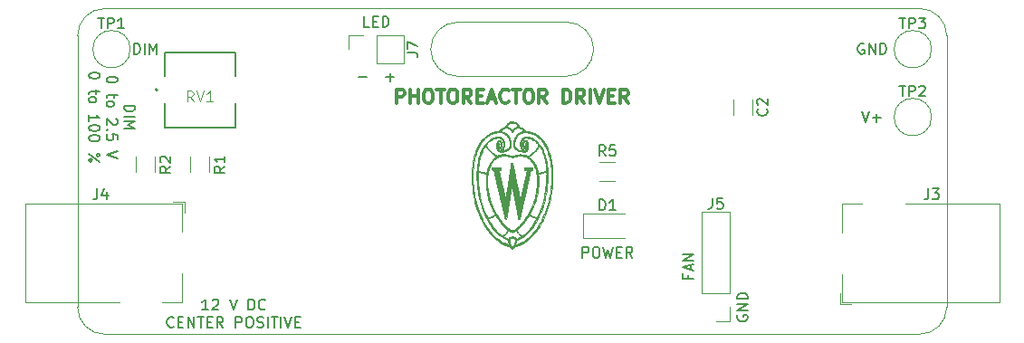
<source format=gbr>
%TF.GenerationSoftware,KiCad,Pcbnew,5.1.8+dfsg1-1+b1*%
%TF.CreationDate,2021-01-29T12:05:02-06:00*%
%TF.ProjectId,driver,64726976-6572-42e6-9b69-6361645f7063,1.0.0*%
%TF.SameCoordinates,Original*%
%TF.FileFunction,Legend,Top*%
%TF.FilePolarity,Positive*%
%FSLAX46Y46*%
G04 Gerber Fmt 4.6, Leading zero omitted, Abs format (unit mm)*
G04 Created by KiCad (PCBNEW 5.1.8+dfsg1-1+b1) date 2021-01-29 12:05:02*
%MOMM*%
%LPD*%
G01*
G04 APERTURE LIST*
%ADD10C,0.150000*%
%ADD11C,0.317500*%
%TA.AperFunction,Profile*%
%ADD12C,0.100000*%
%TD*%
%ADD13C,0.120000*%
%ADD14C,0.200000*%
%ADD15C,0.127000*%
%ADD16C,0.010000*%
%ADD17C,0.015000*%
G04 APERTURE END LIST*
D10*
X90732619Y-87828571D02*
X91732619Y-87828571D01*
X91732619Y-88066666D01*
X91685000Y-88209523D01*
X91589761Y-88304761D01*
X91494523Y-88352380D01*
X91304047Y-88400000D01*
X91161190Y-88400000D01*
X90970714Y-88352380D01*
X90875476Y-88304761D01*
X90780238Y-88209523D01*
X90732619Y-88066666D01*
X90732619Y-87828571D01*
X90732619Y-88828571D02*
X91732619Y-88828571D01*
X90732619Y-89304761D02*
X91732619Y-89304761D01*
X91018333Y-89638095D01*
X91732619Y-89971428D01*
X90732619Y-89971428D01*
X90082619Y-85352380D02*
X90082619Y-85447619D01*
X90035000Y-85542857D01*
X89987380Y-85590476D01*
X89892142Y-85638095D01*
X89701666Y-85685714D01*
X89463571Y-85685714D01*
X89273095Y-85638095D01*
X89177857Y-85590476D01*
X89130238Y-85542857D01*
X89082619Y-85447619D01*
X89082619Y-85352380D01*
X89130238Y-85257142D01*
X89177857Y-85209523D01*
X89273095Y-85161904D01*
X89463571Y-85114285D01*
X89701666Y-85114285D01*
X89892142Y-85161904D01*
X89987380Y-85209523D01*
X90035000Y-85257142D01*
X90082619Y-85352380D01*
X89749285Y-86733333D02*
X89749285Y-87114285D01*
X90082619Y-86876190D02*
X89225476Y-86876190D01*
X89130238Y-86923809D01*
X89082619Y-87019047D01*
X89082619Y-87114285D01*
X89082619Y-87590476D02*
X89130238Y-87495238D01*
X89177857Y-87447619D01*
X89273095Y-87400000D01*
X89558809Y-87400000D01*
X89654047Y-87447619D01*
X89701666Y-87495238D01*
X89749285Y-87590476D01*
X89749285Y-87733333D01*
X89701666Y-87828571D01*
X89654047Y-87876190D01*
X89558809Y-87923809D01*
X89273095Y-87923809D01*
X89177857Y-87876190D01*
X89130238Y-87828571D01*
X89082619Y-87733333D01*
X89082619Y-87590476D01*
X89987380Y-89066666D02*
X90035000Y-89114285D01*
X90082619Y-89209523D01*
X90082619Y-89447619D01*
X90035000Y-89542857D01*
X89987380Y-89590476D01*
X89892142Y-89638095D01*
X89796904Y-89638095D01*
X89654047Y-89590476D01*
X89082619Y-89019047D01*
X89082619Y-89638095D01*
X89177857Y-90066666D02*
X89130238Y-90114285D01*
X89082619Y-90066666D01*
X89130238Y-90019047D01*
X89177857Y-90066666D01*
X89082619Y-90066666D01*
X90082619Y-91019047D02*
X90082619Y-90542857D01*
X89606428Y-90495238D01*
X89654047Y-90542857D01*
X89701666Y-90638095D01*
X89701666Y-90876190D01*
X89654047Y-90971428D01*
X89606428Y-91019047D01*
X89511190Y-91066666D01*
X89273095Y-91066666D01*
X89177857Y-91019047D01*
X89130238Y-90971428D01*
X89082619Y-90876190D01*
X89082619Y-90638095D01*
X89130238Y-90542857D01*
X89177857Y-90495238D01*
X90082619Y-92114285D02*
X89082619Y-92447619D01*
X90082619Y-92780952D01*
X88432619Y-84971428D02*
X88432619Y-85066666D01*
X88385000Y-85161904D01*
X88337380Y-85209523D01*
X88242142Y-85257142D01*
X88051666Y-85304761D01*
X87813571Y-85304761D01*
X87623095Y-85257142D01*
X87527857Y-85209523D01*
X87480238Y-85161904D01*
X87432619Y-85066666D01*
X87432619Y-84971428D01*
X87480238Y-84876190D01*
X87527857Y-84828571D01*
X87623095Y-84780952D01*
X87813571Y-84733333D01*
X88051666Y-84733333D01*
X88242142Y-84780952D01*
X88337380Y-84828571D01*
X88385000Y-84876190D01*
X88432619Y-84971428D01*
X88099285Y-86352380D02*
X88099285Y-86733333D01*
X88432619Y-86495238D02*
X87575476Y-86495238D01*
X87480238Y-86542857D01*
X87432619Y-86638095D01*
X87432619Y-86733333D01*
X87432619Y-87209523D02*
X87480238Y-87114285D01*
X87527857Y-87066666D01*
X87623095Y-87019047D01*
X87908809Y-87019047D01*
X88004047Y-87066666D01*
X88051666Y-87114285D01*
X88099285Y-87209523D01*
X88099285Y-87352380D01*
X88051666Y-87447619D01*
X88004047Y-87495238D01*
X87908809Y-87542857D01*
X87623095Y-87542857D01*
X87527857Y-87495238D01*
X87480238Y-87447619D01*
X87432619Y-87352380D01*
X87432619Y-87209523D01*
X87432619Y-89257142D02*
X87432619Y-88685714D01*
X87432619Y-88971428D02*
X88432619Y-88971428D01*
X88289761Y-88876190D01*
X88194523Y-88780952D01*
X88146904Y-88685714D01*
X88432619Y-89876190D02*
X88432619Y-89971428D01*
X88385000Y-90066666D01*
X88337380Y-90114285D01*
X88242142Y-90161904D01*
X88051666Y-90209523D01*
X87813571Y-90209523D01*
X87623095Y-90161904D01*
X87527857Y-90114285D01*
X87480238Y-90066666D01*
X87432619Y-89971428D01*
X87432619Y-89876190D01*
X87480238Y-89780952D01*
X87527857Y-89733333D01*
X87623095Y-89685714D01*
X87813571Y-89638095D01*
X88051666Y-89638095D01*
X88242142Y-89685714D01*
X88337380Y-89733333D01*
X88385000Y-89780952D01*
X88432619Y-89876190D01*
X88432619Y-90828571D02*
X88432619Y-90923809D01*
X88385000Y-91019047D01*
X88337380Y-91066666D01*
X88242142Y-91114285D01*
X88051666Y-91161904D01*
X87813571Y-91161904D01*
X87623095Y-91114285D01*
X87527857Y-91066666D01*
X87480238Y-91019047D01*
X87432619Y-90923809D01*
X87432619Y-90828571D01*
X87480238Y-90733333D01*
X87527857Y-90685714D01*
X87623095Y-90638095D01*
X87813571Y-90590476D01*
X88051666Y-90590476D01*
X88242142Y-90638095D01*
X88337380Y-90685714D01*
X88385000Y-90733333D01*
X88432619Y-90828571D01*
X87432619Y-92304761D02*
X88432619Y-93066666D01*
X88432619Y-92447619D02*
X88385000Y-92542857D01*
X88289761Y-92590476D01*
X88194523Y-92542857D01*
X88146904Y-92447619D01*
X88194523Y-92352380D01*
X88289761Y-92304761D01*
X88385000Y-92352380D01*
X88432619Y-92447619D01*
X87480238Y-93019047D02*
X87575476Y-93066666D01*
X87670714Y-93019047D01*
X87718333Y-92923809D01*
X87670714Y-92828571D01*
X87575476Y-92780952D01*
X87480238Y-92828571D01*
X87432619Y-92923809D01*
X87480238Y-93019047D01*
X91638571Y-83002380D02*
X91638571Y-82002380D01*
X91876666Y-82002380D01*
X92019523Y-82050000D01*
X92114761Y-82145238D01*
X92162380Y-82240476D01*
X92210000Y-82430952D01*
X92210000Y-82573809D01*
X92162380Y-82764285D01*
X92114761Y-82859523D01*
X92019523Y-82954761D01*
X91876666Y-83002380D01*
X91638571Y-83002380D01*
X92638571Y-83002380D02*
X92638571Y-82002380D01*
X93114761Y-83002380D02*
X93114761Y-82002380D01*
X93448095Y-82716666D01*
X93781428Y-82002380D01*
X93781428Y-83002380D01*
X159702619Y-88352380D02*
X160035952Y-89352380D01*
X160369285Y-88352380D01*
X160702619Y-88971428D02*
X161464523Y-88971428D01*
X161083571Y-89352380D02*
X161083571Y-88590476D01*
X159893095Y-82050000D02*
X159797857Y-82002380D01*
X159655000Y-82002380D01*
X159512142Y-82050000D01*
X159416904Y-82145238D01*
X159369285Y-82240476D01*
X159321666Y-82430952D01*
X159321666Y-82573809D01*
X159369285Y-82764285D01*
X159416904Y-82859523D01*
X159512142Y-82954761D01*
X159655000Y-83002380D01*
X159750238Y-83002380D01*
X159893095Y-82954761D01*
X159940714Y-82907142D01*
X159940714Y-82573809D01*
X159750238Y-82573809D01*
X160369285Y-83002380D02*
X160369285Y-82002380D01*
X160940714Y-83002380D01*
X160940714Y-82002380D01*
X161416904Y-83002380D02*
X161416904Y-82002380D01*
X161655000Y-82002380D01*
X161797857Y-82050000D01*
X161893095Y-82145238D01*
X161940714Y-82240476D01*
X161988333Y-82430952D01*
X161988333Y-82573809D01*
X161940714Y-82764285D01*
X161893095Y-82859523D01*
X161797857Y-82954761D01*
X161655000Y-83002380D01*
X161416904Y-83002380D01*
X143438571Y-103679523D02*
X143438571Y-104012857D01*
X143962380Y-104012857D02*
X142962380Y-104012857D01*
X142962380Y-103536666D01*
X143676666Y-103203333D02*
X143676666Y-102727142D01*
X143962380Y-103298571D02*
X142962380Y-102965238D01*
X143962380Y-102631904D01*
X143962380Y-102298571D02*
X142962380Y-102298571D01*
X143962380Y-101727142D01*
X142962380Y-101727142D01*
X148090000Y-107441904D02*
X148042380Y-107537142D01*
X148042380Y-107680000D01*
X148090000Y-107822857D01*
X148185238Y-107918095D01*
X148280476Y-107965714D01*
X148470952Y-108013333D01*
X148613809Y-108013333D01*
X148804285Y-107965714D01*
X148899523Y-107918095D01*
X148994761Y-107822857D01*
X149042380Y-107680000D01*
X149042380Y-107584761D01*
X148994761Y-107441904D01*
X148947142Y-107394285D01*
X148613809Y-107394285D01*
X148613809Y-107584761D01*
X149042380Y-106965714D02*
X148042380Y-106965714D01*
X149042380Y-106394285D01*
X148042380Y-106394285D01*
X149042380Y-105918095D02*
X148042380Y-105918095D01*
X148042380Y-105680000D01*
X148090000Y-105537142D01*
X148185238Y-105441904D01*
X148280476Y-105394285D01*
X148470952Y-105346666D01*
X148613809Y-105346666D01*
X148804285Y-105394285D01*
X148899523Y-105441904D01*
X148994761Y-105537142D01*
X149042380Y-105680000D01*
X149042380Y-105918095D01*
X112649047Y-85161428D02*
X113410952Y-85161428D01*
X115189047Y-85161428D02*
X115950952Y-85161428D01*
X115570000Y-85542380D02*
X115570000Y-84780476D01*
X133580476Y-102052380D02*
X133580476Y-101052380D01*
X133961428Y-101052380D01*
X134056666Y-101100000D01*
X134104285Y-101147619D01*
X134151904Y-101242857D01*
X134151904Y-101385714D01*
X134104285Y-101480952D01*
X134056666Y-101528571D01*
X133961428Y-101576190D01*
X133580476Y-101576190D01*
X134770952Y-101052380D02*
X134961428Y-101052380D01*
X135056666Y-101100000D01*
X135151904Y-101195238D01*
X135199523Y-101385714D01*
X135199523Y-101719047D01*
X135151904Y-101909523D01*
X135056666Y-102004761D01*
X134961428Y-102052380D01*
X134770952Y-102052380D01*
X134675714Y-102004761D01*
X134580476Y-101909523D01*
X134532857Y-101719047D01*
X134532857Y-101385714D01*
X134580476Y-101195238D01*
X134675714Y-101100000D01*
X134770952Y-101052380D01*
X135532857Y-101052380D02*
X135770952Y-102052380D01*
X135961428Y-101338095D01*
X136151904Y-102052380D01*
X136390000Y-101052380D01*
X136770952Y-101528571D02*
X137104285Y-101528571D01*
X137247142Y-102052380D02*
X136770952Y-102052380D01*
X136770952Y-101052380D01*
X137247142Y-101052380D01*
X138247142Y-102052380D02*
X137913809Y-101576190D01*
X137675714Y-102052380D02*
X137675714Y-101052380D01*
X138056666Y-101052380D01*
X138151904Y-101100000D01*
X138199523Y-101147619D01*
X138247142Y-101242857D01*
X138247142Y-101385714D01*
X138199523Y-101480952D01*
X138151904Y-101528571D01*
X138056666Y-101576190D01*
X137675714Y-101576190D01*
X98584047Y-106942380D02*
X98012619Y-106942380D01*
X98298333Y-106942380D02*
X98298333Y-105942380D01*
X98203095Y-106085238D01*
X98107857Y-106180476D01*
X98012619Y-106228095D01*
X98965000Y-106037619D02*
X99012619Y-105990000D01*
X99107857Y-105942380D01*
X99345952Y-105942380D01*
X99441190Y-105990000D01*
X99488809Y-106037619D01*
X99536428Y-106132857D01*
X99536428Y-106228095D01*
X99488809Y-106370952D01*
X98917380Y-106942380D01*
X99536428Y-106942380D01*
X100584047Y-105942380D02*
X100917380Y-106942380D01*
X101250714Y-105942380D01*
X102345952Y-106942380D02*
X102345952Y-105942380D01*
X102584047Y-105942380D01*
X102726904Y-105990000D01*
X102822142Y-106085238D01*
X102869761Y-106180476D01*
X102917380Y-106370952D01*
X102917380Y-106513809D01*
X102869761Y-106704285D01*
X102822142Y-106799523D01*
X102726904Y-106894761D01*
X102584047Y-106942380D01*
X102345952Y-106942380D01*
X103917380Y-106847142D02*
X103869761Y-106894761D01*
X103726904Y-106942380D01*
X103631666Y-106942380D01*
X103488809Y-106894761D01*
X103393571Y-106799523D01*
X103345952Y-106704285D01*
X103298333Y-106513809D01*
X103298333Y-106370952D01*
X103345952Y-106180476D01*
X103393571Y-106085238D01*
X103488809Y-105990000D01*
X103631666Y-105942380D01*
X103726904Y-105942380D01*
X103869761Y-105990000D01*
X103917380Y-106037619D01*
X95345952Y-108497142D02*
X95298333Y-108544761D01*
X95155476Y-108592380D01*
X95060238Y-108592380D01*
X94917380Y-108544761D01*
X94822142Y-108449523D01*
X94774523Y-108354285D01*
X94726904Y-108163809D01*
X94726904Y-108020952D01*
X94774523Y-107830476D01*
X94822142Y-107735238D01*
X94917380Y-107640000D01*
X95060238Y-107592380D01*
X95155476Y-107592380D01*
X95298333Y-107640000D01*
X95345952Y-107687619D01*
X95774523Y-108068571D02*
X96107857Y-108068571D01*
X96250714Y-108592380D02*
X95774523Y-108592380D01*
X95774523Y-107592380D01*
X96250714Y-107592380D01*
X96679285Y-108592380D02*
X96679285Y-107592380D01*
X97250714Y-108592380D01*
X97250714Y-107592380D01*
X97584047Y-107592380D02*
X98155476Y-107592380D01*
X97869761Y-108592380D02*
X97869761Y-107592380D01*
X98488809Y-108068571D02*
X98822142Y-108068571D01*
X98965000Y-108592380D02*
X98488809Y-108592380D01*
X98488809Y-107592380D01*
X98965000Y-107592380D01*
X99965000Y-108592380D02*
X99631666Y-108116190D01*
X99393571Y-108592380D02*
X99393571Y-107592380D01*
X99774523Y-107592380D01*
X99869761Y-107640000D01*
X99917380Y-107687619D01*
X99965000Y-107782857D01*
X99965000Y-107925714D01*
X99917380Y-108020952D01*
X99869761Y-108068571D01*
X99774523Y-108116190D01*
X99393571Y-108116190D01*
X101155476Y-108592380D02*
X101155476Y-107592380D01*
X101536428Y-107592380D01*
X101631666Y-107640000D01*
X101679285Y-107687619D01*
X101726904Y-107782857D01*
X101726904Y-107925714D01*
X101679285Y-108020952D01*
X101631666Y-108068571D01*
X101536428Y-108116190D01*
X101155476Y-108116190D01*
X102345952Y-107592380D02*
X102536428Y-107592380D01*
X102631666Y-107640000D01*
X102726904Y-107735238D01*
X102774523Y-107925714D01*
X102774523Y-108259047D01*
X102726904Y-108449523D01*
X102631666Y-108544761D01*
X102536428Y-108592380D01*
X102345952Y-108592380D01*
X102250714Y-108544761D01*
X102155476Y-108449523D01*
X102107857Y-108259047D01*
X102107857Y-107925714D01*
X102155476Y-107735238D01*
X102250714Y-107640000D01*
X102345952Y-107592380D01*
X103155476Y-108544761D02*
X103298333Y-108592380D01*
X103536428Y-108592380D01*
X103631666Y-108544761D01*
X103679285Y-108497142D01*
X103726904Y-108401904D01*
X103726904Y-108306666D01*
X103679285Y-108211428D01*
X103631666Y-108163809D01*
X103536428Y-108116190D01*
X103345952Y-108068571D01*
X103250714Y-108020952D01*
X103203095Y-107973333D01*
X103155476Y-107878095D01*
X103155476Y-107782857D01*
X103203095Y-107687619D01*
X103250714Y-107640000D01*
X103345952Y-107592380D01*
X103584047Y-107592380D01*
X103726904Y-107640000D01*
X104155476Y-108592380D02*
X104155476Y-107592380D01*
X104488809Y-107592380D02*
X105060238Y-107592380D01*
X104774523Y-108592380D02*
X104774523Y-107592380D01*
X105393571Y-108592380D02*
X105393571Y-107592380D01*
X105726904Y-107592380D02*
X106060238Y-108592380D01*
X106393571Y-107592380D01*
X106726904Y-108068571D02*
X107060238Y-108068571D01*
X107203095Y-108592380D02*
X106726904Y-108592380D01*
X106726904Y-107592380D01*
X107203095Y-107592380D01*
D11*
X116205000Y-87569523D02*
X116205000Y-86299523D01*
X116688809Y-86299523D01*
X116809761Y-86360000D01*
X116870238Y-86420476D01*
X116930714Y-86541428D01*
X116930714Y-86722857D01*
X116870238Y-86843809D01*
X116809761Y-86904285D01*
X116688809Y-86964761D01*
X116205000Y-86964761D01*
X117475000Y-87569523D02*
X117475000Y-86299523D01*
X117475000Y-86904285D02*
X118200714Y-86904285D01*
X118200714Y-87569523D02*
X118200714Y-86299523D01*
X119047380Y-86299523D02*
X119289285Y-86299523D01*
X119410238Y-86360000D01*
X119531190Y-86480952D01*
X119591666Y-86722857D01*
X119591666Y-87146190D01*
X119531190Y-87388095D01*
X119410238Y-87509047D01*
X119289285Y-87569523D01*
X119047380Y-87569523D01*
X118926428Y-87509047D01*
X118805476Y-87388095D01*
X118745000Y-87146190D01*
X118745000Y-86722857D01*
X118805476Y-86480952D01*
X118926428Y-86360000D01*
X119047380Y-86299523D01*
X119954523Y-86299523D02*
X120680238Y-86299523D01*
X120317380Y-87569523D02*
X120317380Y-86299523D01*
X121345476Y-86299523D02*
X121587380Y-86299523D01*
X121708333Y-86360000D01*
X121829285Y-86480952D01*
X121889761Y-86722857D01*
X121889761Y-87146190D01*
X121829285Y-87388095D01*
X121708333Y-87509047D01*
X121587380Y-87569523D01*
X121345476Y-87569523D01*
X121224523Y-87509047D01*
X121103571Y-87388095D01*
X121043095Y-87146190D01*
X121043095Y-86722857D01*
X121103571Y-86480952D01*
X121224523Y-86360000D01*
X121345476Y-86299523D01*
X123159761Y-87569523D02*
X122736428Y-86964761D01*
X122434047Y-87569523D02*
X122434047Y-86299523D01*
X122917857Y-86299523D01*
X123038809Y-86360000D01*
X123099285Y-86420476D01*
X123159761Y-86541428D01*
X123159761Y-86722857D01*
X123099285Y-86843809D01*
X123038809Y-86904285D01*
X122917857Y-86964761D01*
X122434047Y-86964761D01*
X123704047Y-86904285D02*
X124127380Y-86904285D01*
X124308809Y-87569523D02*
X123704047Y-87569523D01*
X123704047Y-86299523D01*
X124308809Y-86299523D01*
X124792619Y-87206666D02*
X125397380Y-87206666D01*
X124671666Y-87569523D02*
X125095000Y-86299523D01*
X125518333Y-87569523D01*
X126667380Y-87448571D02*
X126606904Y-87509047D01*
X126425476Y-87569523D01*
X126304523Y-87569523D01*
X126123095Y-87509047D01*
X126002142Y-87388095D01*
X125941666Y-87267142D01*
X125881190Y-87025238D01*
X125881190Y-86843809D01*
X125941666Y-86601904D01*
X126002142Y-86480952D01*
X126123095Y-86360000D01*
X126304523Y-86299523D01*
X126425476Y-86299523D01*
X126606904Y-86360000D01*
X126667380Y-86420476D01*
X127030238Y-86299523D02*
X127755952Y-86299523D01*
X127393095Y-87569523D02*
X127393095Y-86299523D01*
X128421190Y-86299523D02*
X128663095Y-86299523D01*
X128784047Y-86360000D01*
X128905000Y-86480952D01*
X128965476Y-86722857D01*
X128965476Y-87146190D01*
X128905000Y-87388095D01*
X128784047Y-87509047D01*
X128663095Y-87569523D01*
X128421190Y-87569523D01*
X128300238Y-87509047D01*
X128179285Y-87388095D01*
X128118809Y-87146190D01*
X128118809Y-86722857D01*
X128179285Y-86480952D01*
X128300238Y-86360000D01*
X128421190Y-86299523D01*
X130235476Y-87569523D02*
X129812142Y-86964761D01*
X129509761Y-87569523D02*
X129509761Y-86299523D01*
X129993571Y-86299523D01*
X130114523Y-86360000D01*
X130175000Y-86420476D01*
X130235476Y-86541428D01*
X130235476Y-86722857D01*
X130175000Y-86843809D01*
X130114523Y-86904285D01*
X129993571Y-86964761D01*
X129509761Y-86964761D01*
X131747380Y-87569523D02*
X131747380Y-86299523D01*
X132049761Y-86299523D01*
X132231190Y-86360000D01*
X132352142Y-86480952D01*
X132412619Y-86601904D01*
X132473095Y-86843809D01*
X132473095Y-87025238D01*
X132412619Y-87267142D01*
X132352142Y-87388095D01*
X132231190Y-87509047D01*
X132049761Y-87569523D01*
X131747380Y-87569523D01*
X133743095Y-87569523D02*
X133319761Y-86964761D01*
X133017380Y-87569523D02*
X133017380Y-86299523D01*
X133501190Y-86299523D01*
X133622142Y-86360000D01*
X133682619Y-86420476D01*
X133743095Y-86541428D01*
X133743095Y-86722857D01*
X133682619Y-86843809D01*
X133622142Y-86904285D01*
X133501190Y-86964761D01*
X133017380Y-86964761D01*
X134287380Y-87569523D02*
X134287380Y-86299523D01*
X134710714Y-86299523D02*
X135134047Y-87569523D01*
X135557380Y-86299523D01*
X135980714Y-86904285D02*
X136404047Y-86904285D01*
X136585476Y-87569523D02*
X135980714Y-87569523D01*
X135980714Y-86299523D01*
X136585476Y-86299523D01*
X137855476Y-87569523D02*
X137432142Y-86964761D01*
X137129761Y-87569523D02*
X137129761Y-86299523D01*
X137613571Y-86299523D01*
X137734523Y-86360000D01*
X137795000Y-86420476D01*
X137855476Y-86541428D01*
X137855476Y-86722857D01*
X137795000Y-86843809D01*
X137734523Y-86904285D01*
X137613571Y-86964761D01*
X137129761Y-86964761D01*
D10*
X113657142Y-80462380D02*
X113180952Y-80462380D01*
X113180952Y-79462380D01*
X113990476Y-79938571D02*
X114323809Y-79938571D01*
X114466666Y-80462380D02*
X113990476Y-80462380D01*
X113990476Y-79462380D01*
X114466666Y-79462380D01*
X114895238Y-80462380D02*
X114895238Y-79462380D01*
X115133333Y-79462380D01*
X115276190Y-79510000D01*
X115371428Y-79605238D01*
X115419047Y-79700476D01*
X115466666Y-79890952D01*
X115466666Y-80033809D01*
X115419047Y-80224285D01*
X115371428Y-80319523D01*
X115276190Y-80414761D01*
X115133333Y-80462380D01*
X114895238Y-80462380D01*
D12*
X121920000Y-85090000D02*
G75*
G02*
X119380000Y-82550000I0J2540000D01*
G01*
X165100000Y-78740000D02*
X88900000Y-78740000D01*
X119380000Y-82550000D02*
G75*
G02*
X121920000Y-80010000I2540000J0D01*
G01*
X132080000Y-80010000D02*
G75*
G02*
X134620000Y-82550000I0J-2540000D01*
G01*
X134620000Y-82550000D02*
G75*
G02*
X132080000Y-85090000I-2540000J0D01*
G01*
X132080000Y-80010000D02*
X121920000Y-80010000D01*
X132080000Y-85090000D02*
X121920000Y-85090000D01*
X165100000Y-109220000D02*
X88900000Y-109220000D01*
X86360000Y-81280000D02*
X86360000Y-106680000D01*
X167640000Y-106680000D02*
X167640000Y-81280000D01*
X86360000Y-81280000D02*
G75*
G02*
X88900000Y-78740000I2540000J0D01*
G01*
X88900000Y-109220000D02*
G75*
G02*
X86360000Y-106680000I0J2540000D01*
G01*
X167640000Y-106680000D02*
G75*
G02*
X165100000Y-109220000I-2540000J0D01*
G01*
X165100000Y-78740000D02*
G75*
G02*
X167640000Y-81280000I0J-2540000D01*
G01*
D13*
%TO.C,TP3*%
X166215000Y-82550000D02*
G75*
G03*
X166215000Y-82550000I-1750000J0D01*
G01*
%TO.C,TP2*%
X166215000Y-88900000D02*
G75*
G03*
X166215000Y-88900000I-1750000J0D01*
G01*
%TO.C,TP1*%
X91285000Y-82550000D02*
G75*
G03*
X91285000Y-82550000I-1750000J0D01*
G01*
%TO.C,R2*%
X91800000Y-92617936D02*
X91800000Y-94072064D01*
X93620000Y-92617936D02*
X93620000Y-94072064D01*
%TO.C,R1*%
X98700000Y-94072064D02*
X98700000Y-92617936D01*
X96880000Y-94072064D02*
X96880000Y-92617936D01*
%TO.C,C2*%
X149500000Y-87261248D02*
X149500000Y-88683752D01*
X147680000Y-87261248D02*
X147680000Y-88683752D01*
D14*
%TO.C,RV1*%
X93826000Y-86360000D02*
G75*
G03*
X93826000Y-86360000I-100000J0D01*
G01*
D15*
X101090000Y-89890000D02*
X94490000Y-89890000D01*
X101090000Y-87595000D02*
X101090000Y-89880000D01*
X101090000Y-82890000D02*
X101090000Y-85055000D01*
X94490000Y-82890000D02*
X101090000Y-82890000D01*
X94490000Y-85055000D02*
X94490000Y-82890000D01*
X94490000Y-89880000D02*
X94490000Y-87595000D01*
D13*
%TO.C,R5*%
X135162936Y-94890000D02*
X136617064Y-94890000D01*
X135162936Y-93070000D02*
X136617064Y-93070000D01*
D16*
%TO.C,G\u002A\u002A\u002A*%
G36*
X126990497Y-93197841D02*
G01*
X127007933Y-93198488D01*
X127018683Y-93199868D01*
X127024481Y-93202227D01*
X127027064Y-93205810D01*
X127027312Y-93206570D01*
X127028537Y-93212166D01*
X127031761Y-93227346D01*
X127036909Y-93251744D01*
X127043904Y-93284999D01*
X127052670Y-93326746D01*
X127063132Y-93376623D01*
X127075213Y-93434267D01*
X127088838Y-93499314D01*
X127103930Y-93571400D01*
X127120413Y-93650164D01*
X127138212Y-93735240D01*
X127157251Y-93826267D01*
X127177452Y-93922881D01*
X127198742Y-94024719D01*
X127221043Y-94131417D01*
X127244279Y-94242613D01*
X127268375Y-94357942D01*
X127293255Y-94477043D01*
X127318842Y-94599551D01*
X127345061Y-94725103D01*
X127371835Y-94853336D01*
X127383589Y-94909640D01*
X127410596Y-95038994D01*
X127437087Y-95165858D01*
X127462985Y-95289867D01*
X127488216Y-95410656D01*
X127512702Y-95527860D01*
X127536367Y-95641114D01*
X127559134Y-95750053D01*
X127580927Y-95854311D01*
X127601671Y-95953524D01*
X127621288Y-96047327D01*
X127639702Y-96135354D01*
X127656836Y-96217241D01*
X127672615Y-96292622D01*
X127686963Y-96361133D01*
X127699801Y-96422408D01*
X127711055Y-96476083D01*
X127720648Y-96521792D01*
X127728504Y-96559170D01*
X127734545Y-96587853D01*
X127738697Y-96607475D01*
X127740882Y-96617671D01*
X127741196Y-96619060D01*
X127743609Y-96627405D01*
X127745499Y-96628620D01*
X127747792Y-96621715D01*
X127750710Y-96608900D01*
X127752330Y-96601781D01*
X127756140Y-96585185D01*
X127762042Y-96559532D01*
X127769940Y-96525243D01*
X127779736Y-96482740D01*
X127791332Y-96432445D01*
X127804633Y-96374777D01*
X127819540Y-96310160D01*
X127835956Y-96239013D01*
X127853785Y-96161758D01*
X127872928Y-96078816D01*
X127893289Y-95990609D01*
X127914770Y-95897558D01*
X127937275Y-95800084D01*
X127960706Y-95698609D01*
X127984965Y-95593553D01*
X128009956Y-95485338D01*
X128035582Y-95374385D01*
X128054338Y-95293180D01*
X128085751Y-95157185D01*
X128114958Y-95030732D01*
X128142035Y-94913458D01*
X128167057Y-94805005D01*
X128190100Y-94705012D01*
X128211241Y-94613119D01*
X128230555Y-94528966D01*
X128248118Y-94452193D01*
X128264006Y-94382440D01*
X128278294Y-94319347D01*
X128291060Y-94262553D01*
X128302378Y-94211700D01*
X128312324Y-94166426D01*
X128320974Y-94126371D01*
X128328405Y-94091177D01*
X128334692Y-94060482D01*
X128339911Y-94033926D01*
X128344137Y-94011150D01*
X128347448Y-93991793D01*
X128349918Y-93975495D01*
X128351623Y-93961897D01*
X128352640Y-93950638D01*
X128353043Y-93941357D01*
X128352910Y-93933697D01*
X128352316Y-93927295D01*
X128351337Y-93921792D01*
X128350049Y-93916828D01*
X128348527Y-93912042D01*
X128346847Y-93907076D01*
X128346602Y-93906340D01*
X128331641Y-93875657D01*
X128309555Y-93852180D01*
X128280449Y-93835972D01*
X128244424Y-93827098D01*
X128216660Y-93825288D01*
X128193898Y-93825678D01*
X128172022Y-93826919D01*
X128155471Y-93828751D01*
X128154430Y-93828930D01*
X128132840Y-93832800D01*
X128132840Y-93578680D01*
X128894840Y-93578680D01*
X128894840Y-93706950D01*
X128894841Y-93835220D01*
X128842770Y-93835220D01*
X128818094Y-93835485D01*
X128800598Y-93836633D01*
X128787312Y-93839190D01*
X128775263Y-93843683D01*
X128764345Y-93849115D01*
X128735022Y-93870058D01*
X128712361Y-93898573D01*
X128707445Y-93907409D01*
X128705974Y-93913070D01*
X128702384Y-93928337D01*
X128696745Y-93952894D01*
X128689126Y-93986426D01*
X128679599Y-94028618D01*
X128668233Y-94079154D01*
X128655099Y-94137719D01*
X128640267Y-94203997D01*
X128623807Y-94277673D01*
X128605788Y-94358432D01*
X128586282Y-94445958D01*
X128565359Y-94539936D01*
X128543088Y-94640050D01*
X128519540Y-94745985D01*
X128494785Y-94857426D01*
X128468893Y-94974056D01*
X128441935Y-95095562D01*
X128413980Y-95221626D01*
X128385099Y-95351935D01*
X128355362Y-95486172D01*
X128324838Y-95624022D01*
X128293599Y-95765170D01*
X128261715Y-95909300D01*
X128229255Y-96056096D01*
X128209009Y-96147689D01*
X128176237Y-96295968D01*
X128144011Y-96441776D01*
X128112400Y-96584797D01*
X128081474Y-96724715D01*
X128051303Y-96861215D01*
X128021956Y-96993982D01*
X127993504Y-97122700D01*
X127966016Y-97247055D01*
X127939561Y-97366729D01*
X127914210Y-97481409D01*
X127890032Y-97590779D01*
X127867097Y-97694522D01*
X127845475Y-97792325D01*
X127825235Y-97883871D01*
X127806447Y-97968845D01*
X127789181Y-98046931D01*
X127773507Y-98117815D01*
X127759494Y-98181180D01*
X127747212Y-98236712D01*
X127736730Y-98284094D01*
X127728120Y-98323012D01*
X127721449Y-98353150D01*
X127716789Y-98374193D01*
X127714208Y-98385825D01*
X127713684Y-98388170D01*
X127712204Y-98392781D01*
X127709192Y-98395949D01*
X127702978Y-98397944D01*
X127691893Y-98399036D01*
X127674265Y-98399498D01*
X127648425Y-98399599D01*
X127643218Y-98399600D01*
X127575430Y-98399600D01*
X127567226Y-98357690D01*
X127565605Y-98349376D01*
X127562123Y-98331482D01*
X127556855Y-98304402D01*
X127549879Y-98268527D01*
X127541269Y-98224253D01*
X127531104Y-98171971D01*
X127519459Y-98112075D01*
X127506411Y-98044958D01*
X127492036Y-97971014D01*
X127476411Y-97890636D01*
X127459612Y-97804217D01*
X127441716Y-97712150D01*
X127422799Y-97614828D01*
X127402937Y-97512646D01*
X127382207Y-97405995D01*
X127360685Y-97295269D01*
X127338448Y-97180862D01*
X127315573Y-97063167D01*
X127292135Y-96942577D01*
X127268211Y-96819485D01*
X127258903Y-96771596D01*
X127234903Y-96648128D01*
X127211395Y-96527246D01*
X127188456Y-96409330D01*
X127166159Y-96294759D01*
X127144579Y-96183914D01*
X127123789Y-96077174D01*
X127103863Y-95974920D01*
X127084877Y-95877532D01*
X127066904Y-95785389D01*
X127050018Y-95698872D01*
X127034294Y-95618360D01*
X127019805Y-95544234D01*
X127006627Y-95476873D01*
X126994832Y-95416658D01*
X126984496Y-95363968D01*
X126975693Y-95319183D01*
X126968496Y-95282684D01*
X126962980Y-95254851D01*
X126959220Y-95236062D01*
X126957288Y-95226700D01*
X126957037Y-95225663D01*
X126956895Y-95225053D01*
X126956855Y-95223875D01*
X126956866Y-95222475D01*
X126956873Y-95221199D01*
X126956822Y-95220393D01*
X126956662Y-95220403D01*
X126956337Y-95221574D01*
X126955795Y-95224253D01*
X126954982Y-95228785D01*
X126953845Y-95235515D01*
X126952331Y-95244791D01*
X126950386Y-95256957D01*
X126947956Y-95272359D01*
X126944989Y-95291344D01*
X126941431Y-95314257D01*
X126937229Y-95341444D01*
X126932329Y-95373250D01*
X126926678Y-95410022D01*
X126920222Y-95452105D01*
X126912908Y-95499846D01*
X126904683Y-95553589D01*
X126895493Y-95613681D01*
X126885284Y-95680468D01*
X126874005Y-95754295D01*
X126861600Y-95835509D01*
X126848018Y-95924454D01*
X126833203Y-96021478D01*
X126817104Y-96126925D01*
X126799666Y-96241141D01*
X126780836Y-96364473D01*
X126760561Y-96497267D01*
X126745843Y-96593660D01*
X126727801Y-96711816D01*
X126709907Y-96828998D01*
X126692240Y-96944688D01*
X126674879Y-97058368D01*
X126657902Y-97169522D01*
X126641390Y-97277632D01*
X126625421Y-97382182D01*
X126610073Y-97482654D01*
X126595427Y-97578531D01*
X126581560Y-97669296D01*
X126568553Y-97754432D01*
X126556483Y-97833421D01*
X126545430Y-97905748D01*
X126535474Y-97970893D01*
X126526692Y-98028342D01*
X126519164Y-98077575D01*
X126512969Y-98118077D01*
X126508186Y-98149330D01*
X126506229Y-98162110D01*
X126469841Y-98399600D01*
X126319671Y-98399600D01*
X126314611Y-98380550D01*
X126313131Y-98374372D01*
X126309421Y-98358617D01*
X126303554Y-98333601D01*
X126295606Y-98299642D01*
X126285650Y-98257057D01*
X126273761Y-98206164D01*
X126260011Y-98147280D01*
X126244475Y-98080723D01*
X126227228Y-98006810D01*
X126208343Y-97925858D01*
X126187894Y-97838185D01*
X126165955Y-97744109D01*
X126142601Y-97643946D01*
X126117904Y-97538014D01*
X126091940Y-97426631D01*
X126064782Y-97310113D01*
X126036505Y-97188779D01*
X126007182Y-97062946D01*
X125976887Y-96932931D01*
X125945694Y-96799052D01*
X125913678Y-96661625D01*
X125880912Y-96520969D01*
X125847471Y-96377401D01*
X125813427Y-96231238D01*
X125796086Y-96156780D01*
X125761752Y-96009367D01*
X125727973Y-95864363D01*
X125694823Y-95722086D01*
X125662377Y-95582855D01*
X125630710Y-95446988D01*
X125599896Y-95314805D01*
X125570008Y-95186623D01*
X125541123Y-95062761D01*
X125513313Y-94943539D01*
X125486654Y-94829274D01*
X125461219Y-94720286D01*
X125437084Y-94616893D01*
X125414322Y-94519413D01*
X125393009Y-94428166D01*
X125373217Y-94343470D01*
X125355023Y-94265643D01*
X125338500Y-94195005D01*
X125323722Y-94131874D01*
X125310765Y-94076569D01*
X125299701Y-94029408D01*
X125290607Y-93990710D01*
X125283556Y-93960794D01*
X125278622Y-93939978D01*
X125275881Y-93928582D01*
X125275358Y-93926523D01*
X125261527Y-93895939D01*
X125239157Y-93869348D01*
X125209390Y-93847669D01*
X125173370Y-93831820D01*
X125149604Y-93825566D01*
X125117860Y-93819094D01*
X125115136Y-93578680D01*
X125963680Y-93578680D01*
X125963680Y-93822409D01*
X125918694Y-93819216D01*
X125896038Y-93817911D01*
X125880030Y-93818153D01*
X125867220Y-93820395D01*
X125854153Y-93825093D01*
X125845760Y-93828817D01*
X125818490Y-93845867D01*
X125797969Y-93869243D01*
X125783912Y-93899508D01*
X125776033Y-93937222D01*
X125774017Y-93969840D01*
X125774061Y-93974798D01*
X125774375Y-93980574D01*
X125775043Y-93987532D01*
X125776147Y-93996038D01*
X125777768Y-94006458D01*
X125779991Y-94019157D01*
X125782896Y-94034500D01*
X125786566Y-94052853D01*
X125791085Y-94074582D01*
X125796534Y-94100052D01*
X125802995Y-94129629D01*
X125810552Y-94163678D01*
X125819286Y-94202564D01*
X125829280Y-94246654D01*
X125840617Y-94296313D01*
X125853379Y-94351906D01*
X125867648Y-94413799D01*
X125883507Y-94482358D01*
X125901038Y-94557947D01*
X125920323Y-94640933D01*
X125941446Y-94731681D01*
X125964489Y-94830556D01*
X125989533Y-94937925D01*
X126016662Y-95054152D01*
X126045958Y-95179604D01*
X126071895Y-95290640D01*
X126098032Y-95402496D01*
X126123587Y-95511806D01*
X126148461Y-95618153D01*
X126172556Y-95721122D01*
X126195776Y-95820296D01*
X126218022Y-95915258D01*
X126239196Y-96005594D01*
X126259200Y-96090886D01*
X126277938Y-96170718D01*
X126295311Y-96244675D01*
X126311222Y-96312341D01*
X126325572Y-96373298D01*
X126338264Y-96427131D01*
X126349201Y-96473425D01*
X126358284Y-96511762D01*
X126365415Y-96541726D01*
X126370498Y-96562902D01*
X126373434Y-96574873D01*
X126374148Y-96577527D01*
X126375240Y-96573356D01*
X126377832Y-96559430D01*
X126381878Y-96536033D01*
X126387332Y-96503453D01*
X126394150Y-96461976D01*
X126402287Y-96411888D01*
X126411696Y-96353474D01*
X126422333Y-96287022D01*
X126434153Y-96212816D01*
X126447109Y-96131144D01*
X126461157Y-96042292D01*
X126476252Y-95946545D01*
X126492348Y-95844190D01*
X126509400Y-95735512D01*
X126527363Y-95620799D01*
X126546191Y-95500336D01*
X126565839Y-95374409D01*
X126586261Y-95243304D01*
X126607414Y-95107308D01*
X126629250Y-94966706D01*
X126636273Y-94921447D01*
X126656286Y-94792444D01*
X126675923Y-94665882D01*
X126695126Y-94542138D01*
X126713835Y-94421590D01*
X126731992Y-94304615D01*
X126749538Y-94191593D01*
X126766415Y-94082899D01*
X126782564Y-93978912D01*
X126797925Y-93880009D01*
X126812442Y-93786569D01*
X126826054Y-93698968D01*
X126838703Y-93617585D01*
X126850330Y-93542797D01*
X126860878Y-93474982D01*
X126870286Y-93414518D01*
X126878497Y-93361781D01*
X126885451Y-93317150D01*
X126891090Y-93281003D01*
X126895356Y-93253717D01*
X126898189Y-93235670D01*
X126899531Y-93227240D01*
X126899590Y-93226890D01*
X126904565Y-93197680D01*
X126964640Y-93197680D01*
X126990497Y-93197841D01*
G37*
X126990497Y-93197841D02*
X127007933Y-93198488D01*
X127018683Y-93199868D01*
X127024481Y-93202227D01*
X127027064Y-93205810D01*
X127027312Y-93206570D01*
X127028537Y-93212166D01*
X127031761Y-93227346D01*
X127036909Y-93251744D01*
X127043904Y-93284999D01*
X127052670Y-93326746D01*
X127063132Y-93376623D01*
X127075213Y-93434267D01*
X127088838Y-93499314D01*
X127103930Y-93571400D01*
X127120413Y-93650164D01*
X127138212Y-93735240D01*
X127157251Y-93826267D01*
X127177452Y-93922881D01*
X127198742Y-94024719D01*
X127221043Y-94131417D01*
X127244279Y-94242613D01*
X127268375Y-94357942D01*
X127293255Y-94477043D01*
X127318842Y-94599551D01*
X127345061Y-94725103D01*
X127371835Y-94853336D01*
X127383589Y-94909640D01*
X127410596Y-95038994D01*
X127437087Y-95165858D01*
X127462985Y-95289867D01*
X127488216Y-95410656D01*
X127512702Y-95527860D01*
X127536367Y-95641114D01*
X127559134Y-95750053D01*
X127580927Y-95854311D01*
X127601671Y-95953524D01*
X127621288Y-96047327D01*
X127639702Y-96135354D01*
X127656836Y-96217241D01*
X127672615Y-96292622D01*
X127686963Y-96361133D01*
X127699801Y-96422408D01*
X127711055Y-96476083D01*
X127720648Y-96521792D01*
X127728504Y-96559170D01*
X127734545Y-96587853D01*
X127738697Y-96607475D01*
X127740882Y-96617671D01*
X127741196Y-96619060D01*
X127743609Y-96627405D01*
X127745499Y-96628620D01*
X127747792Y-96621715D01*
X127750710Y-96608900D01*
X127752330Y-96601781D01*
X127756140Y-96585185D01*
X127762042Y-96559532D01*
X127769940Y-96525243D01*
X127779736Y-96482740D01*
X127791332Y-96432445D01*
X127804633Y-96374777D01*
X127819540Y-96310160D01*
X127835956Y-96239013D01*
X127853785Y-96161758D01*
X127872928Y-96078816D01*
X127893289Y-95990609D01*
X127914770Y-95897558D01*
X127937275Y-95800084D01*
X127960706Y-95698609D01*
X127984965Y-95593553D01*
X128009956Y-95485338D01*
X128035582Y-95374385D01*
X128054338Y-95293180D01*
X128085751Y-95157185D01*
X128114958Y-95030732D01*
X128142035Y-94913458D01*
X128167057Y-94805005D01*
X128190100Y-94705012D01*
X128211241Y-94613119D01*
X128230555Y-94528966D01*
X128248118Y-94452193D01*
X128264006Y-94382440D01*
X128278294Y-94319347D01*
X128291060Y-94262553D01*
X128302378Y-94211700D01*
X128312324Y-94166426D01*
X128320974Y-94126371D01*
X128328405Y-94091177D01*
X128334692Y-94060482D01*
X128339911Y-94033926D01*
X128344137Y-94011150D01*
X128347448Y-93991793D01*
X128349918Y-93975495D01*
X128351623Y-93961897D01*
X128352640Y-93950638D01*
X128353043Y-93941357D01*
X128352910Y-93933697D01*
X128352316Y-93927295D01*
X128351337Y-93921792D01*
X128350049Y-93916828D01*
X128348527Y-93912042D01*
X128346847Y-93907076D01*
X128346602Y-93906340D01*
X128331641Y-93875657D01*
X128309555Y-93852180D01*
X128280449Y-93835972D01*
X128244424Y-93827098D01*
X128216660Y-93825288D01*
X128193898Y-93825678D01*
X128172022Y-93826919D01*
X128155471Y-93828751D01*
X128154430Y-93828930D01*
X128132840Y-93832800D01*
X128132840Y-93578680D01*
X128894840Y-93578680D01*
X128894840Y-93706950D01*
X128894841Y-93835220D01*
X128842770Y-93835220D01*
X128818094Y-93835485D01*
X128800598Y-93836633D01*
X128787312Y-93839190D01*
X128775263Y-93843683D01*
X128764345Y-93849115D01*
X128735022Y-93870058D01*
X128712361Y-93898573D01*
X128707445Y-93907409D01*
X128705974Y-93913070D01*
X128702384Y-93928337D01*
X128696745Y-93952894D01*
X128689126Y-93986426D01*
X128679599Y-94028618D01*
X128668233Y-94079154D01*
X128655099Y-94137719D01*
X128640267Y-94203997D01*
X128623807Y-94277673D01*
X128605788Y-94358432D01*
X128586282Y-94445958D01*
X128565359Y-94539936D01*
X128543088Y-94640050D01*
X128519540Y-94745985D01*
X128494785Y-94857426D01*
X128468893Y-94974056D01*
X128441935Y-95095562D01*
X128413980Y-95221626D01*
X128385099Y-95351935D01*
X128355362Y-95486172D01*
X128324838Y-95624022D01*
X128293599Y-95765170D01*
X128261715Y-95909300D01*
X128229255Y-96056096D01*
X128209009Y-96147689D01*
X128176237Y-96295968D01*
X128144011Y-96441776D01*
X128112400Y-96584797D01*
X128081474Y-96724715D01*
X128051303Y-96861215D01*
X128021956Y-96993982D01*
X127993504Y-97122700D01*
X127966016Y-97247055D01*
X127939561Y-97366729D01*
X127914210Y-97481409D01*
X127890032Y-97590779D01*
X127867097Y-97694522D01*
X127845475Y-97792325D01*
X127825235Y-97883871D01*
X127806447Y-97968845D01*
X127789181Y-98046931D01*
X127773507Y-98117815D01*
X127759494Y-98181180D01*
X127747212Y-98236712D01*
X127736730Y-98284094D01*
X127728120Y-98323012D01*
X127721449Y-98353150D01*
X127716789Y-98374193D01*
X127714208Y-98385825D01*
X127713684Y-98388170D01*
X127712204Y-98392781D01*
X127709192Y-98395949D01*
X127702978Y-98397944D01*
X127691893Y-98399036D01*
X127674265Y-98399498D01*
X127648425Y-98399599D01*
X127643218Y-98399600D01*
X127575430Y-98399600D01*
X127567226Y-98357690D01*
X127565605Y-98349376D01*
X127562123Y-98331482D01*
X127556855Y-98304402D01*
X127549879Y-98268527D01*
X127541269Y-98224253D01*
X127531104Y-98171971D01*
X127519459Y-98112075D01*
X127506411Y-98044958D01*
X127492036Y-97971014D01*
X127476411Y-97890636D01*
X127459612Y-97804217D01*
X127441716Y-97712150D01*
X127422799Y-97614828D01*
X127402937Y-97512646D01*
X127382207Y-97405995D01*
X127360685Y-97295269D01*
X127338448Y-97180862D01*
X127315573Y-97063167D01*
X127292135Y-96942577D01*
X127268211Y-96819485D01*
X127258903Y-96771596D01*
X127234903Y-96648128D01*
X127211395Y-96527246D01*
X127188456Y-96409330D01*
X127166159Y-96294759D01*
X127144579Y-96183914D01*
X127123789Y-96077174D01*
X127103863Y-95974920D01*
X127084877Y-95877532D01*
X127066904Y-95785389D01*
X127050018Y-95698872D01*
X127034294Y-95618360D01*
X127019805Y-95544234D01*
X127006627Y-95476873D01*
X126994832Y-95416658D01*
X126984496Y-95363968D01*
X126975693Y-95319183D01*
X126968496Y-95282684D01*
X126962980Y-95254851D01*
X126959220Y-95236062D01*
X126957288Y-95226700D01*
X126957037Y-95225663D01*
X126956895Y-95225053D01*
X126956855Y-95223875D01*
X126956866Y-95222475D01*
X126956873Y-95221199D01*
X126956822Y-95220393D01*
X126956662Y-95220403D01*
X126956337Y-95221574D01*
X126955795Y-95224253D01*
X126954982Y-95228785D01*
X126953845Y-95235515D01*
X126952331Y-95244791D01*
X126950386Y-95256957D01*
X126947956Y-95272359D01*
X126944989Y-95291344D01*
X126941431Y-95314257D01*
X126937229Y-95341444D01*
X126932329Y-95373250D01*
X126926678Y-95410022D01*
X126920222Y-95452105D01*
X126912908Y-95499846D01*
X126904683Y-95553589D01*
X126895493Y-95613681D01*
X126885284Y-95680468D01*
X126874005Y-95754295D01*
X126861600Y-95835509D01*
X126848018Y-95924454D01*
X126833203Y-96021478D01*
X126817104Y-96126925D01*
X126799666Y-96241141D01*
X126780836Y-96364473D01*
X126760561Y-96497267D01*
X126745843Y-96593660D01*
X126727801Y-96711816D01*
X126709907Y-96828998D01*
X126692240Y-96944688D01*
X126674879Y-97058368D01*
X126657902Y-97169522D01*
X126641390Y-97277632D01*
X126625421Y-97382182D01*
X126610073Y-97482654D01*
X126595427Y-97578531D01*
X126581560Y-97669296D01*
X126568553Y-97754432D01*
X126556483Y-97833421D01*
X126545430Y-97905748D01*
X126535474Y-97970893D01*
X126526692Y-98028342D01*
X126519164Y-98077575D01*
X126512969Y-98118077D01*
X126508186Y-98149330D01*
X126506229Y-98162110D01*
X126469841Y-98399600D01*
X126319671Y-98399600D01*
X126314611Y-98380550D01*
X126313131Y-98374372D01*
X126309421Y-98358617D01*
X126303554Y-98333601D01*
X126295606Y-98299642D01*
X126285650Y-98257057D01*
X126273761Y-98206164D01*
X126260011Y-98147280D01*
X126244475Y-98080723D01*
X126227228Y-98006810D01*
X126208343Y-97925858D01*
X126187894Y-97838185D01*
X126165955Y-97744109D01*
X126142601Y-97643946D01*
X126117904Y-97538014D01*
X126091940Y-97426631D01*
X126064782Y-97310113D01*
X126036505Y-97188779D01*
X126007182Y-97062946D01*
X125976887Y-96932931D01*
X125945694Y-96799052D01*
X125913678Y-96661625D01*
X125880912Y-96520969D01*
X125847471Y-96377401D01*
X125813427Y-96231238D01*
X125796086Y-96156780D01*
X125761752Y-96009367D01*
X125727973Y-95864363D01*
X125694823Y-95722086D01*
X125662377Y-95582855D01*
X125630710Y-95446988D01*
X125599896Y-95314805D01*
X125570008Y-95186623D01*
X125541123Y-95062761D01*
X125513313Y-94943539D01*
X125486654Y-94829274D01*
X125461219Y-94720286D01*
X125437084Y-94616893D01*
X125414322Y-94519413D01*
X125393009Y-94428166D01*
X125373217Y-94343470D01*
X125355023Y-94265643D01*
X125338500Y-94195005D01*
X125323722Y-94131874D01*
X125310765Y-94076569D01*
X125299701Y-94029408D01*
X125290607Y-93990710D01*
X125283556Y-93960794D01*
X125278622Y-93939978D01*
X125275881Y-93928582D01*
X125275358Y-93926523D01*
X125261527Y-93895939D01*
X125239157Y-93869348D01*
X125209390Y-93847669D01*
X125173370Y-93831820D01*
X125149604Y-93825566D01*
X125117860Y-93819094D01*
X125115136Y-93578680D01*
X125963680Y-93578680D01*
X125963680Y-93822409D01*
X125918694Y-93819216D01*
X125896038Y-93817911D01*
X125880030Y-93818153D01*
X125867220Y-93820395D01*
X125854153Y-93825093D01*
X125845760Y-93828817D01*
X125818490Y-93845867D01*
X125797969Y-93869243D01*
X125783912Y-93899508D01*
X125776033Y-93937222D01*
X125774017Y-93969840D01*
X125774061Y-93974798D01*
X125774375Y-93980574D01*
X125775043Y-93987532D01*
X125776147Y-93996038D01*
X125777768Y-94006458D01*
X125779991Y-94019157D01*
X125782896Y-94034500D01*
X125786566Y-94052853D01*
X125791085Y-94074582D01*
X125796534Y-94100052D01*
X125802995Y-94129629D01*
X125810552Y-94163678D01*
X125819286Y-94202564D01*
X125829280Y-94246654D01*
X125840617Y-94296313D01*
X125853379Y-94351906D01*
X125867648Y-94413799D01*
X125883507Y-94482358D01*
X125901038Y-94557947D01*
X125920323Y-94640933D01*
X125941446Y-94731681D01*
X125964489Y-94830556D01*
X125989533Y-94937925D01*
X126016662Y-95054152D01*
X126045958Y-95179604D01*
X126071895Y-95290640D01*
X126098032Y-95402496D01*
X126123587Y-95511806D01*
X126148461Y-95618153D01*
X126172556Y-95721122D01*
X126195776Y-95820296D01*
X126218022Y-95915258D01*
X126239196Y-96005594D01*
X126259200Y-96090886D01*
X126277938Y-96170718D01*
X126295311Y-96244675D01*
X126311222Y-96312341D01*
X126325572Y-96373298D01*
X126338264Y-96427131D01*
X126349201Y-96473425D01*
X126358284Y-96511762D01*
X126365415Y-96541726D01*
X126370498Y-96562902D01*
X126373434Y-96574873D01*
X126374148Y-96577527D01*
X126375240Y-96573356D01*
X126377832Y-96559430D01*
X126381878Y-96536033D01*
X126387332Y-96503453D01*
X126394150Y-96461976D01*
X126402287Y-96411888D01*
X126411696Y-96353474D01*
X126422333Y-96287022D01*
X126434153Y-96212816D01*
X126447109Y-96131144D01*
X126461157Y-96042292D01*
X126476252Y-95946545D01*
X126492348Y-95844190D01*
X126509400Y-95735512D01*
X126527363Y-95620799D01*
X126546191Y-95500336D01*
X126565839Y-95374409D01*
X126586261Y-95243304D01*
X126607414Y-95107308D01*
X126629250Y-94966706D01*
X126636273Y-94921447D01*
X126656286Y-94792444D01*
X126675923Y-94665882D01*
X126695126Y-94542138D01*
X126713835Y-94421590D01*
X126731992Y-94304615D01*
X126749538Y-94191593D01*
X126766415Y-94082899D01*
X126782564Y-93978912D01*
X126797925Y-93880009D01*
X126812442Y-93786569D01*
X126826054Y-93698968D01*
X126838703Y-93617585D01*
X126850330Y-93542797D01*
X126860878Y-93474982D01*
X126870286Y-93414518D01*
X126878497Y-93361781D01*
X126885451Y-93317150D01*
X126891090Y-93281003D01*
X126895356Y-93253717D01*
X126898189Y-93235670D01*
X126899531Y-93227240D01*
X126899590Y-93226890D01*
X126904565Y-93197680D01*
X126964640Y-93197680D01*
X126990497Y-93197841D01*
G36*
X127027014Y-89303991D02*
G01*
X127072375Y-89306052D01*
X127113794Y-89309780D01*
X127148483Y-89315150D01*
X127151395Y-89315759D01*
X127230635Y-89337497D01*
X127304009Y-89367438D01*
X127371830Y-89405785D01*
X127434414Y-89452739D01*
X127492077Y-89508504D01*
X127538895Y-89564889D01*
X127560962Y-89596620D01*
X127583934Y-89633879D01*
X127606332Y-89673914D01*
X127626682Y-89713972D01*
X127643506Y-89751301D01*
X127654383Y-89780197D01*
X127659840Y-89796109D01*
X127664296Y-89807714D01*
X127666434Y-89811967D01*
X127672382Y-89814133D01*
X127685301Y-89817240D01*
X127698942Y-89819959D01*
X127739191Y-89829382D01*
X127784524Y-89843437D01*
X127831659Y-89860992D01*
X127877314Y-89880915D01*
X127881541Y-89882931D01*
X127954134Y-89922295D01*
X128021352Y-89967714D01*
X128082191Y-90018300D01*
X128135644Y-90073169D01*
X128180704Y-90131433D01*
X128201778Y-90165007D01*
X128224618Y-90204605D01*
X128279059Y-90207746D01*
X128385529Y-90215775D01*
X128484491Y-90227326D01*
X128578105Y-90242803D01*
X128668531Y-90262607D01*
X128757931Y-90287143D01*
X128830719Y-90310639D01*
X128961526Y-90360876D01*
X129088777Y-90420499D01*
X129212356Y-90489334D01*
X129332152Y-90567209D01*
X129448049Y-90653949D01*
X129559933Y-90749381D01*
X129667691Y-90853332D01*
X129771209Y-90965630D01*
X129870372Y-91086099D01*
X129965067Y-91214568D01*
X130055180Y-91350862D01*
X130140596Y-91494809D01*
X130221201Y-91646235D01*
X130296883Y-91804967D01*
X130367526Y-91970831D01*
X130433017Y-92143654D01*
X130493241Y-92323263D01*
X130548085Y-92509485D01*
X130597435Y-92702146D01*
X130641177Y-92901072D01*
X130679196Y-93106092D01*
X130682619Y-93126560D01*
X130699612Y-93233878D01*
X130714818Y-93340232D01*
X130728415Y-93447300D01*
X130740581Y-93556754D01*
X130751495Y-93670272D01*
X130761334Y-93789528D01*
X130770276Y-93916198D01*
X130775515Y-94000320D01*
X130777014Y-94032053D01*
X130778320Y-94072725D01*
X130779431Y-94121114D01*
X130780350Y-94176000D01*
X130781074Y-94236164D01*
X130781606Y-94300384D01*
X130781943Y-94367440D01*
X130782087Y-94436112D01*
X130782038Y-94505179D01*
X130781795Y-94573422D01*
X130781358Y-94639620D01*
X130780728Y-94702553D01*
X130779904Y-94760999D01*
X130778887Y-94813740D01*
X130777676Y-94859555D01*
X130776271Y-94897223D01*
X130775521Y-94912180D01*
X130760706Y-95140254D01*
X130742134Y-95360657D01*
X130719574Y-95575248D01*
X130692797Y-95785882D01*
X130661575Y-95994418D01*
X130625677Y-96202712D01*
X130598562Y-96344740D01*
X130543920Y-96602528D01*
X130483133Y-96855889D01*
X130416343Y-97104551D01*
X130343690Y-97348243D01*
X130265316Y-97586694D01*
X130181363Y-97819632D01*
X130091971Y-98046785D01*
X129997284Y-98267883D01*
X129897441Y-98482653D01*
X129792585Y-98690825D01*
X129682856Y-98892126D01*
X129568397Y-99086286D01*
X129449349Y-99273033D01*
X129325853Y-99452096D01*
X129198051Y-99623202D01*
X129066084Y-99786082D01*
X128930094Y-99940462D01*
X128790222Y-100086073D01*
X128646610Y-100222641D01*
X128520289Y-100332593D01*
X128383014Y-100441660D01*
X128241799Y-100543264D01*
X128097294Y-100637063D01*
X127950149Y-100722714D01*
X127801014Y-100799876D01*
X127650540Y-100868204D01*
X127499377Y-100927358D01*
X127348174Y-100976995D01*
X127240991Y-101006312D01*
X127177344Y-101022251D01*
X127161635Y-101045083D01*
X127144591Y-101068346D01*
X127124320Y-101093671D01*
X127102624Y-101119020D01*
X127081308Y-101142358D01*
X127062175Y-101161647D01*
X127047028Y-101174850D01*
X127046183Y-101175479D01*
X127023935Y-101189595D01*
X127005278Y-101195820D01*
X126987957Y-101194570D01*
X126974181Y-101188815D01*
X126960991Y-101179444D01*
X126943303Y-101163706D01*
X126922753Y-101143330D01*
X126900982Y-101120045D01*
X126879628Y-101095582D01*
X126860330Y-101071669D01*
X126850140Y-101057911D01*
X126837365Y-101040384D01*
X126827746Y-101029308D01*
X126818771Y-101022702D01*
X126807924Y-101018586D01*
X126796800Y-101015887D01*
X126772077Y-101009853D01*
X126739916Y-101001219D01*
X126702503Y-100990636D01*
X126662024Y-100978759D01*
X126620666Y-100966241D01*
X126580614Y-100953736D01*
X126544055Y-100941897D01*
X126513174Y-100931377D01*
X126508262Y-100929629D01*
X126342831Y-100864883D01*
X126180279Y-100790418D01*
X126020659Y-100706275D01*
X125864023Y-100612493D01*
X125710422Y-100509114D01*
X125559910Y-100396177D01*
X125412537Y-100273722D01*
X125268357Y-100141790D01*
X125127422Y-100000420D01*
X124989783Y-99849654D01*
X124855494Y-99689531D01*
X124789719Y-99606100D01*
X124664395Y-99437017D01*
X124542577Y-99258870D01*
X124424589Y-99072241D01*
X124310754Y-98877715D01*
X124201397Y-98675873D01*
X124096840Y-98467302D01*
X123997407Y-98252583D01*
X123903423Y-98032300D01*
X123868289Y-97944940D01*
X123767925Y-97678042D01*
X123675635Y-97405710D01*
X123591509Y-97128589D01*
X123515632Y-96847325D01*
X123448093Y-96562562D01*
X123388978Y-96274947D01*
X123338376Y-95985126D01*
X123296373Y-95693744D01*
X123263058Y-95401446D01*
X123238517Y-95108879D01*
X123222838Y-94816688D01*
X123216547Y-94544462D01*
X123326287Y-94544462D01*
X123328822Y-94709384D01*
X123333993Y-94871364D01*
X123341793Y-95027853D01*
X123345244Y-95082360D01*
X123370618Y-95389241D01*
X123405342Y-95693647D01*
X123449348Y-95995270D01*
X123502567Y-96293805D01*
X123564930Y-96588945D01*
X123636367Y-96880384D01*
X123716811Y-97167816D01*
X123806192Y-97450935D01*
X123904442Y-97729434D01*
X123990684Y-97951931D01*
X124055957Y-98107947D01*
X124126386Y-98265661D01*
X124200914Y-98422941D01*
X124278488Y-98577656D01*
X124358051Y-98727674D01*
X124438549Y-98870864D01*
X124482985Y-98946182D01*
X124599807Y-99133112D01*
X124720417Y-99311375D01*
X124844719Y-99480884D01*
X124972616Y-99641555D01*
X125104011Y-99793304D01*
X125238807Y-99936046D01*
X125376907Y-100069697D01*
X125518214Y-100194171D01*
X125662632Y-100309386D01*
X125810063Y-100415255D01*
X125960411Y-100511695D01*
X126113578Y-100598620D01*
X126269467Y-100675947D01*
X126427983Y-100743591D01*
X126589027Y-100801467D01*
X126622043Y-100812023D01*
X126649381Y-100820486D01*
X126673552Y-100827788D01*
X126692797Y-100833411D01*
X126705357Y-100836839D01*
X126709238Y-100837656D01*
X126712388Y-100835383D01*
X126710497Y-100826908D01*
X126707209Y-100818950D01*
X126696747Y-100793084D01*
X126685009Y-100760389D01*
X126672971Y-100723943D01*
X126661606Y-100686824D01*
X126651889Y-100652111D01*
X126644795Y-100622883D01*
X126644098Y-100619560D01*
X126639266Y-100591076D01*
X126634933Y-100556556D01*
X126631564Y-100520119D01*
X126629903Y-100493042D01*
X126626890Y-100425868D01*
X126736905Y-100425868D01*
X126737163Y-100470783D01*
X126737337Y-100474780D01*
X126746427Y-100561631D01*
X126765464Y-100648713D01*
X126794264Y-100735497D01*
X126832642Y-100821460D01*
X126880413Y-100906074D01*
X126898867Y-100934601D01*
X126924326Y-100971751D01*
X126945734Y-101000462D01*
X126963917Y-101021208D01*
X126979699Y-101034465D01*
X126993907Y-101040707D01*
X127007365Y-101040408D01*
X127020899Y-101034043D01*
X127035334Y-101022087D01*
X127041040Y-101016369D01*
X127058353Y-100996242D01*
X127078748Y-100969034D01*
X127100884Y-100936807D01*
X127123420Y-100901627D01*
X127145014Y-100865558D01*
X127164324Y-100830663D01*
X127173723Y-100812235D01*
X127203997Y-100743853D01*
X127229291Y-100672860D01*
X127248108Y-100603495D01*
X127249129Y-100598877D01*
X127256248Y-100557133D01*
X127260882Y-100510440D01*
X127263034Y-100461358D01*
X127262707Y-100412448D01*
X127259904Y-100366270D01*
X127254628Y-100325385D01*
X127248779Y-100298745D01*
X127238121Y-100277399D01*
X127218756Y-100256104D01*
X127192095Y-100235838D01*
X127159549Y-100217578D01*
X127122527Y-100202301D01*
X127099060Y-100195055D01*
X127080157Y-100191112D01*
X127055259Y-100187526D01*
X127028527Y-100184852D01*
X127016653Y-100184075D01*
X126971525Y-100184554D01*
X126927178Y-100190308D01*
X126884939Y-100200741D01*
X126846135Y-100215259D01*
X126812094Y-100233267D01*
X126784141Y-100254170D01*
X126763605Y-100277373D01*
X126751812Y-100302282D01*
X126751654Y-100302869D01*
X126744437Y-100338474D01*
X126739425Y-100380620D01*
X126736905Y-100425868D01*
X126626890Y-100425868D01*
X126626620Y-100419864D01*
X126540591Y-100385256D01*
X126395922Y-100321754D01*
X126252939Y-100248378D01*
X126111888Y-100165310D01*
X125973016Y-100072733D01*
X125962792Y-100065097D01*
X126161212Y-100065097D01*
X126162726Y-100068565D01*
X126172731Y-100076102D01*
X126190440Y-100087446D01*
X126214486Y-100101829D01*
X126243502Y-100118483D01*
X126276120Y-100136639D01*
X126310974Y-100155529D01*
X126346695Y-100174384D01*
X126381918Y-100192437D01*
X126392940Y-100197958D01*
X126421532Y-100211918D01*
X126453008Y-100226819D01*
X126485923Y-100242026D01*
X126518832Y-100256903D01*
X126550292Y-100270815D01*
X126578859Y-100283124D01*
X126603087Y-100293195D01*
X126621534Y-100300392D01*
X126632755Y-100304079D01*
X126634701Y-100304422D01*
X126637372Y-100300025D01*
X126641057Y-100288521D01*
X126643685Y-100277930D01*
X126657916Y-100237272D01*
X126681293Y-100200049D01*
X126713268Y-100166653D01*
X126753294Y-100137474D01*
X126800824Y-100112904D01*
X126855311Y-100093332D01*
X126916207Y-100079151D01*
X126923800Y-100077850D01*
X126977481Y-100072661D01*
X127033329Y-100073953D01*
X127089522Y-100081256D01*
X127144237Y-100094100D01*
X127195652Y-100112013D01*
X127241944Y-100134526D01*
X127281290Y-100161169D01*
X127295672Y-100173828D01*
X127318311Y-100199554D01*
X127337647Y-100229093D01*
X127351848Y-100259244D01*
X127358667Y-100283893D01*
X127361164Y-100296718D01*
X127363446Y-100303984D01*
X127364044Y-100304600D01*
X127372258Y-100302515D01*
X127388243Y-100296667D01*
X127410599Y-100287666D01*
X127437924Y-100276122D01*
X127468818Y-100262645D01*
X127501881Y-100247845D01*
X127535713Y-100232332D01*
X127568913Y-100216715D01*
X127596900Y-100203173D01*
X127628547Y-100187288D01*
X127662414Y-100169719D01*
X127697140Y-100151227D01*
X127731369Y-100132571D01*
X127763741Y-100114513D01*
X127792899Y-100097812D01*
X127817483Y-100083230D01*
X127836137Y-100071527D01*
X127847500Y-100063462D01*
X127849256Y-100061895D01*
X127847459Y-100057148D01*
X127839230Y-100048037D01*
X127826231Y-100036345D01*
X127822942Y-100033641D01*
X127762409Y-99981521D01*
X127700954Y-99922794D01*
X127640569Y-99859641D01*
X127583245Y-99794242D01*
X127530976Y-99728777D01*
X127485752Y-99665428D01*
X127483463Y-99661980D01*
X127471811Y-99643465D01*
X127457818Y-99619860D01*
X127442503Y-99593036D01*
X127426882Y-99564863D01*
X127411973Y-99537213D01*
X127398795Y-99511958D01*
X127388365Y-99490969D01*
X127381701Y-99476117D01*
X127380341Y-99472386D01*
X127375405Y-99471949D01*
X127362832Y-99477877D01*
X127342550Y-99490208D01*
X127322442Y-99503542D01*
X127290622Y-99524350D01*
X127255391Y-99546019D01*
X127218026Y-99567886D01*
X127179806Y-99589286D01*
X127142008Y-99609556D01*
X127105910Y-99628033D01*
X127072791Y-99644052D01*
X127043928Y-99656951D01*
X127020600Y-99666065D01*
X127004083Y-99670730D01*
X126999567Y-99671204D01*
X126988006Y-99668736D01*
X126969038Y-99661681D01*
X126943948Y-99650715D01*
X126914019Y-99636513D01*
X126880537Y-99619752D01*
X126844784Y-99601107D01*
X126808046Y-99581254D01*
X126771607Y-99560867D01*
X126736750Y-99540624D01*
X126704760Y-99521200D01*
X126676922Y-99503270D01*
X126665419Y-99495398D01*
X126633098Y-99472725D01*
X126598901Y-99540342D01*
X126554733Y-99619312D01*
X126501829Y-99699398D01*
X126441308Y-99779233D01*
X126374287Y-99857453D01*
X126301883Y-99932694D01*
X126225215Y-100003592D01*
X126205906Y-100020146D01*
X126185072Y-100038053D01*
X126171313Y-100050802D01*
X126163678Y-100059460D01*
X126161212Y-100065097D01*
X125962792Y-100065097D01*
X125836570Y-99970830D01*
X125702796Y-99859783D01*
X125571941Y-99739776D01*
X125444251Y-99610992D01*
X125335795Y-99491800D01*
X125206555Y-99337190D01*
X125081335Y-99173430D01*
X124960262Y-99000752D01*
X124843462Y-98819391D01*
X124731061Y-98629579D01*
X124623185Y-98431551D01*
X124595502Y-98376300D01*
X124722295Y-98376300D01*
X124724926Y-98383153D01*
X124731901Y-98397587D01*
X124742542Y-98418351D01*
X124756170Y-98444195D01*
X124772105Y-98473870D01*
X124789670Y-98506124D01*
X124808183Y-98539707D01*
X124826968Y-98573370D01*
X124845345Y-98605860D01*
X124862634Y-98635930D01*
X124871744Y-98651509D01*
X124970991Y-98814428D01*
X125071365Y-98968012D01*
X125173477Y-99113076D01*
X125277935Y-99250430D01*
X125385350Y-99380887D01*
X125496332Y-99505261D01*
X125572520Y-99585113D01*
X125679986Y-99690949D01*
X125786236Y-99787749D01*
X125892280Y-99876390D01*
X125999133Y-99957749D01*
X126021491Y-99973793D01*
X126046717Y-99991508D01*
X126065106Y-100003824D01*
X126077948Y-100011441D01*
X126086529Y-100015061D01*
X126092138Y-100015386D01*
X126095151Y-100013904D01*
X126102229Y-100008226D01*
X126115207Y-99997636D01*
X126132164Y-99983705D01*
X126149100Y-99969727D01*
X126167596Y-99953743D01*
X126191066Y-99932426D01*
X126217412Y-99907739D01*
X126244538Y-99881646D01*
X126268559Y-99857905D01*
X126338575Y-99784090D01*
X126399729Y-99711871D01*
X126452920Y-99640037D01*
X126499052Y-99567376D01*
X126536748Y-99497309D01*
X126570421Y-99429158D01*
X126555667Y-99418569D01*
X126546757Y-99411867D01*
X126531610Y-99400150D01*
X126511927Y-99384744D01*
X126489407Y-99366979D01*
X126473857Y-99354640D01*
X126367229Y-99265045D01*
X126260252Y-99165703D01*
X126153247Y-99057006D01*
X126046537Y-98939343D01*
X125940444Y-98813106D01*
X125835291Y-98678686D01*
X125731401Y-98536473D01*
X125629094Y-98386858D01*
X125528696Y-98230233D01*
X125478546Y-98148140D01*
X125462004Y-98120689D01*
X125447159Y-98096183D01*
X125434830Y-98075966D01*
X125425836Y-98061379D01*
X125420998Y-98053765D01*
X125420481Y-98053044D01*
X125415436Y-98054363D01*
X125404539Y-98060970D01*
X125389723Y-98071628D01*
X125381920Y-98077714D01*
X125305375Y-98133366D01*
X125220110Y-98185183D01*
X125126963Y-98232775D01*
X125026772Y-98275752D01*
X124920376Y-98313724D01*
X124808612Y-98346300D01*
X124800360Y-98348432D01*
X124768986Y-98356725D01*
X124746528Y-98363316D01*
X124731954Y-98368573D01*
X124724232Y-98372865D01*
X124722295Y-98376300D01*
X124595502Y-98376300D01*
X124519962Y-98225539D01*
X124421517Y-98011778D01*
X124327978Y-97790500D01*
X124239469Y-97561940D01*
X124156119Y-97326330D01*
X124144566Y-97291887D01*
X124055656Y-97009570D01*
X123976084Y-96724332D01*
X123905804Y-96435918D01*
X123844765Y-96144075D01*
X123792921Y-95848550D01*
X123750223Y-95549091D01*
X123716623Y-95245443D01*
X123692073Y-94937354D01*
X123690007Y-94904560D01*
X123687528Y-94857279D01*
X123685317Y-94801448D01*
X123683390Y-94738673D01*
X123681761Y-94670562D01*
X123680448Y-94598721D01*
X123679464Y-94524756D01*
X123678826Y-94450275D01*
X123678668Y-94408027D01*
X123790806Y-94408027D01*
X123790952Y-94461941D01*
X123791274Y-94513486D01*
X123791779Y-94561522D01*
X123792473Y-94604911D01*
X123793362Y-94642514D01*
X123794045Y-94663260D01*
X123809923Y-94963146D01*
X123834726Y-95260769D01*
X123868371Y-95555784D01*
X123910778Y-95847845D01*
X123961863Y-96136607D01*
X124021544Y-96421725D01*
X124089740Y-96702853D01*
X124166367Y-96979646D01*
X124251345Y-97251759D01*
X124344591Y-97518846D01*
X124446022Y-97780562D01*
X124555556Y-98036562D01*
X124639796Y-98217990D01*
X124655173Y-98249367D01*
X124667139Y-98272212D01*
X124676193Y-98287367D01*
X124682837Y-98295676D01*
X124687252Y-98298000D01*
X124695269Y-98296791D01*
X124711065Y-98293473D01*
X124732585Y-98288508D01*
X124757779Y-98282358D01*
X124766523Y-98280154D01*
X124874054Y-98249723D01*
X124976356Y-98214525D01*
X125072588Y-98174949D01*
X125161906Y-98131390D01*
X125243468Y-98084237D01*
X125316429Y-98033885D01*
X125345463Y-98010922D01*
X125380027Y-97982364D01*
X125358498Y-97943332D01*
X125329283Y-97890111D01*
X125303008Y-97841632D01*
X125278448Y-97795552D01*
X125254377Y-97749530D01*
X125229569Y-97701222D01*
X125202799Y-97648287D01*
X125174582Y-97591880D01*
X125126840Y-97494946D01*
X125083783Y-97405014D01*
X125044726Y-97320460D01*
X125008984Y-97239661D01*
X124975873Y-97160992D01*
X124944706Y-97082831D01*
X124914800Y-97003554D01*
X124885470Y-96921536D01*
X124858512Y-96842580D01*
X124785143Y-96609193D01*
X124721445Y-96376055D01*
X124667219Y-96142148D01*
X124622262Y-95906454D01*
X124586372Y-95667955D01*
X124559350Y-95425631D01*
X124546246Y-95262700D01*
X124542467Y-95197650D01*
X124539488Y-95125893D01*
X124537310Y-95049218D01*
X124535934Y-94969416D01*
X124535886Y-94962520D01*
X124676878Y-94962520D01*
X124680763Y-95115933D01*
X124688687Y-95271080D01*
X124700651Y-95426444D01*
X124701701Y-95437960D01*
X124724361Y-95642471D01*
X124754587Y-95848128D01*
X124792067Y-96053734D01*
X124836492Y-96258091D01*
X124887551Y-96460001D01*
X124944934Y-96658268D01*
X125008330Y-96851694D01*
X125077428Y-97039081D01*
X125151918Y-97219233D01*
X125179791Y-97281638D01*
X125269882Y-97472834D01*
X125363645Y-97659349D01*
X125460624Y-97840410D01*
X125560364Y-98015245D01*
X125662407Y-98183082D01*
X125766300Y-98343150D01*
X125871586Y-98494677D01*
X125977809Y-98636891D01*
X125986862Y-98648520D01*
X126068136Y-98748966D01*
X126153076Y-98847123D01*
X126240387Y-98941653D01*
X126328776Y-99031222D01*
X126416947Y-99114491D01*
X126503606Y-99190127D01*
X126542069Y-99221560D01*
X126575208Y-99247068D01*
X126614257Y-99275545D01*
X126656983Y-99305486D01*
X126701155Y-99335383D01*
X126744541Y-99363732D01*
X126784907Y-99389027D01*
X126820023Y-99409762D01*
X126826118Y-99413173D01*
X126850906Y-99426482D01*
X126878349Y-99440539D01*
X126906779Y-99454563D01*
X126934526Y-99467774D01*
X126959920Y-99479391D01*
X126981291Y-99488635D01*
X126996970Y-99494724D01*
X127005223Y-99496880D01*
X127011928Y-99494696D01*
X127026235Y-99488593D01*
X127046683Y-99479244D01*
X127071812Y-99467321D01*
X127100161Y-99453497D01*
X127109370Y-99448933D01*
X127155786Y-99424876D01*
X127441963Y-99424876D01*
X127444085Y-99430428D01*
X127449917Y-99443371D01*
X127458663Y-99461995D01*
X127469524Y-99484586D01*
X127474278Y-99494340D01*
X127521362Y-99580364D01*
X127578243Y-99665947D01*
X127645019Y-99751214D01*
X127721786Y-99836292D01*
X127784860Y-99898990D01*
X127800865Y-99913913D01*
X127819944Y-99931209D01*
X127840652Y-99949623D01*
X127861539Y-99967903D01*
X127881161Y-99984796D01*
X127898068Y-99999049D01*
X127910815Y-100009409D01*
X127917953Y-100014622D01*
X127918834Y-100015000D01*
X127923565Y-100012293D01*
X127934470Y-100005063D01*
X127949466Y-99994702D01*
X127954394Y-99991232D01*
X128093013Y-99887271D01*
X128228432Y-99773744D01*
X128360565Y-99650753D01*
X128489326Y-99518404D01*
X128614629Y-99376800D01*
X128736388Y-99226045D01*
X128854517Y-99066244D01*
X128968932Y-98897500D01*
X129079545Y-98719917D01*
X129186271Y-98533599D01*
X129239799Y-98434066D01*
X129276473Y-98364392D01*
X129262186Y-98361183D01*
X129165060Y-98336449D01*
X129069168Y-98306365D01*
X128975901Y-98271554D01*
X128886654Y-98232639D01*
X128802820Y-98190243D01*
X128725792Y-98144990D01*
X128656964Y-98097501D01*
X128635844Y-98081090D01*
X128617245Y-98066750D01*
X128601405Y-98055628D01*
X128589997Y-98048826D01*
X128584698Y-98047445D01*
X128584692Y-98047451D01*
X128581012Y-98052844D01*
X128572920Y-98065665D01*
X128561211Y-98084619D01*
X128546684Y-98108411D01*
X128530134Y-98135746D01*
X128521145Y-98150680D01*
X128460575Y-98249050D01*
X128395521Y-98350208D01*
X128327681Y-98451657D01*
X128258751Y-98550900D01*
X128190429Y-98645441D01*
X128131581Y-98723515D01*
X128042153Y-98835753D01*
X127950316Y-98943723D01*
X127856971Y-99046495D01*
X127763015Y-99143141D01*
X127669349Y-99232733D01*
X127576872Y-99314342D01*
X127496070Y-99379682D01*
X127476198Y-99395263D01*
X127459609Y-99408729D01*
X127447785Y-99418841D01*
X127442208Y-99424362D01*
X127441963Y-99424876D01*
X127155786Y-99424876D01*
X127178722Y-99412989D01*
X127243389Y-99376263D01*
X127305700Y-99337245D01*
X127367988Y-99294420D01*
X127432585Y-99246277D01*
X127482600Y-99206855D01*
X127591519Y-99114166D01*
X127700070Y-99011560D01*
X127808078Y-98899280D01*
X127915364Y-98777566D01*
X128021754Y-98646662D01*
X128127070Y-98506808D01*
X128231136Y-98358247D01*
X128333775Y-98201219D01*
X128434811Y-98035968D01*
X128469777Y-97974941D01*
X128624286Y-97974941D01*
X128643993Y-97991856D01*
X128721772Y-98052342D01*
X128808353Y-98107853D01*
X128903659Y-98158351D01*
X129007611Y-98203799D01*
X129120132Y-98244157D01*
X129224303Y-98274931D01*
X129249435Y-98281476D01*
X129271895Y-98286942D01*
X129289407Y-98290799D01*
X129299690Y-98292520D01*
X129300344Y-98292558D01*
X129304788Y-98291761D01*
X129309482Y-98288342D01*
X129315113Y-98281172D01*
X129322373Y-98269125D01*
X129331948Y-98251072D01*
X129344529Y-98225886D01*
X129358052Y-98198126D01*
X129419951Y-98065865D01*
X129481705Y-97925227D01*
X129542600Y-97777978D01*
X129601925Y-97625882D01*
X129658965Y-97470708D01*
X129703201Y-97343389D01*
X129795384Y-97055269D01*
X129878474Y-96762822D01*
X129952412Y-96466364D01*
X130017139Y-96166213D01*
X130072599Y-95862688D01*
X130118732Y-95556106D01*
X130155481Y-95246786D01*
X130182787Y-94935045D01*
X130200321Y-94627700D01*
X130201245Y-94601007D01*
X130202086Y-94567543D01*
X130202839Y-94528373D01*
X130203501Y-94484560D01*
X130204069Y-94437168D01*
X130204540Y-94387259D01*
X130204911Y-94335899D01*
X130205176Y-94284149D01*
X130205335Y-94233074D01*
X130205382Y-94183738D01*
X130205315Y-94137204D01*
X130205131Y-94094535D01*
X130204825Y-94056796D01*
X130204394Y-94025050D01*
X130203836Y-94000360D01*
X130203146Y-93983789D01*
X130202396Y-93976640D01*
X130200662Y-93971732D01*
X130197541Y-93969566D01*
X130191193Y-93970506D01*
X130179780Y-93974914D01*
X130161463Y-93983156D01*
X130155475Y-93985910D01*
X130017113Y-94044043D01*
X129875121Y-94092761D01*
X129730063Y-94131901D01*
X129582504Y-94161303D01*
X129502227Y-94173042D01*
X129474857Y-94176603D01*
X129451332Y-94179784D01*
X129433359Y-94182343D01*
X129422647Y-94184039D01*
X129420388Y-94184566D01*
X129420700Y-94189739D01*
X129422170Y-94203125D01*
X129424577Y-94222869D01*
X129427702Y-94247119D01*
X129428784Y-94255283D01*
X129446208Y-94409804D01*
X129458329Y-94571702D01*
X129465149Y-94739689D01*
X129466672Y-94912477D01*
X129462902Y-95088779D01*
X129453841Y-95267308D01*
X129439493Y-95446776D01*
X129425384Y-95580200D01*
X129396835Y-95791830D01*
X129360804Y-96003478D01*
X129317603Y-96213989D01*
X129267544Y-96422211D01*
X129210936Y-96626989D01*
X129148091Y-96827169D01*
X129079321Y-97021598D01*
X129004935Y-97209121D01*
X128955581Y-97322640D01*
X128939413Y-97357786D01*
X128919350Y-97400191D01*
X128896150Y-97448341D01*
X128870571Y-97500721D01*
X128843372Y-97555815D01*
X128815309Y-97612110D01*
X128787142Y-97668089D01*
X128759629Y-97722240D01*
X128733527Y-97773045D01*
X128709595Y-97818992D01*
X128688592Y-97858565D01*
X128673484Y-97886280D01*
X128624286Y-97974941D01*
X128469777Y-97974941D01*
X128534067Y-97862735D01*
X128631366Y-97681761D01*
X128711773Y-97523300D01*
X128754129Y-97436835D01*
X128792113Y-97357538D01*
X128826422Y-97283774D01*
X128857755Y-97213907D01*
X128886810Y-97146301D01*
X128914287Y-97079321D01*
X128940884Y-97011331D01*
X128967300Y-96940695D01*
X128994232Y-96865779D01*
X129001842Y-96844154D01*
X129061644Y-96662896D01*
X129115764Y-96477101D01*
X129164094Y-96287705D01*
X129206529Y-96095642D01*
X129242964Y-95901849D01*
X129273293Y-95707259D01*
X129297410Y-95512810D01*
X129315211Y-95319434D01*
X129326588Y-95128069D01*
X129331438Y-94939649D01*
X129329654Y-94755109D01*
X129321130Y-94575385D01*
X129305761Y-94401411D01*
X129290881Y-94283597D01*
X129264018Y-94120290D01*
X129231113Y-93963552D01*
X129192269Y-93813577D01*
X129147585Y-93670558D01*
X129097164Y-93534689D01*
X129041106Y-93406162D01*
X128979512Y-93285170D01*
X128912484Y-93171908D01*
X128840123Y-93066567D01*
X128762529Y-92969341D01*
X128679806Y-92880423D01*
X128592052Y-92800006D01*
X128499370Y-92728284D01*
X128463040Y-92703454D01*
X128396368Y-92663585D01*
X128324871Y-92628943D01*
X128247656Y-92599229D01*
X128163827Y-92574148D01*
X128111300Y-92562217D01*
X128532658Y-92562217D01*
X128534410Y-92566918D01*
X128542764Y-92575659D01*
X128555990Y-92586666D01*
X128558058Y-92588232D01*
X128653321Y-92665515D01*
X128745004Y-92751826D01*
X128832727Y-92846547D01*
X128916108Y-92949061D01*
X128994764Y-93058752D01*
X129068315Y-93175002D01*
X129136377Y-93297194D01*
X129198570Y-93424713D01*
X129254511Y-93556939D01*
X129303819Y-93693258D01*
X129346112Y-93833052D01*
X129359130Y-93882465D01*
X129365425Y-93908066D01*
X129372372Y-93937591D01*
X129379598Y-93969310D01*
X129386730Y-94001493D01*
X129393395Y-94032408D01*
X129399220Y-94060325D01*
X129403831Y-94083513D01*
X129406855Y-94100243D01*
X129407920Y-94108716D01*
X129412652Y-94108996D01*
X129425686Y-94107973D01*
X129445282Y-94105869D01*
X129469695Y-94102905D01*
X129497184Y-94099301D01*
X129526007Y-94095280D01*
X129554421Y-94091062D01*
X129580684Y-94086869D01*
X129583180Y-94086451D01*
X129643655Y-94074901D01*
X129709998Y-94059845D01*
X129778892Y-94042126D01*
X129847024Y-94022590D01*
X129900680Y-94005579D01*
X129939130Y-93992233D01*
X129980778Y-93976837D01*
X130023589Y-93960222D01*
X130065528Y-93943219D01*
X130104560Y-93926658D01*
X130138651Y-93911370D01*
X130165764Y-93898185D01*
X130172460Y-93894641D01*
X130197860Y-93880825D01*
X130196295Y-93837702D01*
X130195394Y-93818496D01*
X130193855Y-93791725D01*
X130191840Y-93759951D01*
X130189512Y-93725739D01*
X130187322Y-93695520D01*
X130168234Y-93487667D01*
X130142486Y-93284959D01*
X130110174Y-93087702D01*
X130071389Y-92896204D01*
X130026226Y-92710771D01*
X129974778Y-92531712D01*
X129917138Y-92359333D01*
X129853400Y-92193941D01*
X129783657Y-92035845D01*
X129708003Y-91885350D01*
X129626530Y-91742765D01*
X129563850Y-91644470D01*
X129549070Y-91622589D01*
X129536251Y-91604083D01*
X129526442Y-91590431D01*
X129520696Y-91583116D01*
X129519715Y-91582286D01*
X129516630Y-91586611D01*
X129510474Y-91598179D01*
X129502302Y-91614952D01*
X129497393Y-91625517D01*
X129464749Y-91689549D01*
X129423876Y-91757291D01*
X129375537Y-91827721D01*
X129320496Y-91899818D01*
X129259514Y-91972561D01*
X129193355Y-92044928D01*
X129153987Y-92085252D01*
X129042427Y-92190748D01*
X128923388Y-92291436D01*
X128796205Y-92387836D01*
X128660215Y-92480472D01*
X128614883Y-92509310D01*
X128589637Y-92525188D01*
X128567332Y-92539360D01*
X128549418Y-92550894D01*
X128537349Y-92558855D01*
X128532658Y-92562217D01*
X128111300Y-92562217D01*
X128072490Y-92553402D01*
X127972751Y-92536694D01*
X127952500Y-92533915D01*
X127915053Y-92530044D01*
X127870417Y-92527209D01*
X127820935Y-92525412D01*
X127768949Y-92524654D01*
X127716804Y-92524938D01*
X127666841Y-92526264D01*
X127621405Y-92528636D01*
X127582839Y-92532053D01*
X127570440Y-92533632D01*
X127511998Y-92542800D01*
X127450159Y-92554317D01*
X127383112Y-92568554D01*
X127309046Y-92585881D01*
X127279400Y-92593174D01*
X127218535Y-92608102D01*
X127166284Y-92620359D01*
X127121502Y-92630105D01*
X127083042Y-92637498D01*
X127049761Y-92642696D01*
X127020512Y-92645859D01*
X126994152Y-92647145D01*
X126969535Y-92646712D01*
X126945516Y-92644720D01*
X126926082Y-92642128D01*
X126907962Y-92638873D01*
X126881769Y-92633476D01*
X126849268Y-92626335D01*
X126812223Y-92617849D01*
X126772398Y-92608416D01*
X126731558Y-92598434D01*
X126721705Y-92595976D01*
X126644954Y-92577241D01*
X126576400Y-92561631D01*
X126514638Y-92548950D01*
X126458261Y-92539003D01*
X126405866Y-92531593D01*
X126356047Y-92526524D01*
X126307398Y-92523601D01*
X126258515Y-92522627D01*
X126207993Y-92523408D01*
X126202491Y-92523585D01*
X126097174Y-92530190D01*
X125994849Y-92542660D01*
X125897029Y-92560720D01*
X125805225Y-92584092D01*
X125724606Y-92611099D01*
X125643488Y-92646932D01*
X125562587Y-92692397D01*
X125482525Y-92746973D01*
X125403924Y-92810139D01*
X125327404Y-92881376D01*
X125253588Y-92960162D01*
X125183097Y-93045977D01*
X125146520Y-93095213D01*
X125078587Y-93197568D01*
X125015253Y-93308512D01*
X124956712Y-93427480D01*
X124903157Y-93553907D01*
X124854781Y-93687227D01*
X124811777Y-93826875D01*
X124774339Y-93972285D01*
X124742659Y-94122891D01*
X124716932Y-94278129D01*
X124701738Y-94396560D01*
X124689464Y-94527860D01*
X124681229Y-94666966D01*
X124677034Y-94812358D01*
X124676878Y-94962520D01*
X124535886Y-94962520D01*
X124535359Y-94888278D01*
X124535586Y-94807594D01*
X124536616Y-94729156D01*
X124538448Y-94654753D01*
X124541082Y-94586176D01*
X124544520Y-94525217D01*
X124546130Y-94503240D01*
X124549444Y-94463794D01*
X124553321Y-94421691D01*
X124557577Y-94378609D01*
X124562025Y-94336227D01*
X124566482Y-94296225D01*
X124570763Y-94260281D01*
X124574682Y-94230074D01*
X124578056Y-94207284D01*
X124579774Y-94197702D01*
X124580746Y-94190363D01*
X124578511Y-94186017D01*
X124570955Y-94183448D01*
X124555964Y-94181439D01*
X124550456Y-94180845D01*
X124517807Y-94176870D01*
X124478403Y-94171307D01*
X124435298Y-94164653D01*
X124391543Y-94157406D01*
X124350192Y-94150064D01*
X124314296Y-94143122D01*
X124298809Y-94139839D01*
X124224847Y-94121949D01*
X124148583Y-94100659D01*
X124072228Y-94076721D01*
X123997991Y-94050891D01*
X123928080Y-94023923D01*
X123864707Y-93996569D01*
X123829442Y-93979635D01*
X123800865Y-93965252D01*
X123797700Y-93989136D01*
X123796420Y-94004101D01*
X123795255Y-94028087D01*
X123794210Y-94059953D01*
X123793293Y-94098563D01*
X123792509Y-94142776D01*
X123791865Y-94191453D01*
X123791367Y-94243456D01*
X123791020Y-94297645D01*
X123790831Y-94352881D01*
X123790806Y-94408027D01*
X123678668Y-94408027D01*
X123678550Y-94376884D01*
X123678651Y-94306190D01*
X123679143Y-94239799D01*
X123680044Y-94179319D01*
X123681368Y-94126355D01*
X123682246Y-94101920D01*
X123694275Y-93883513D01*
X123803291Y-93883513D01*
X123866215Y-93913560D01*
X123979843Y-93963575D01*
X124096863Y-94006575D01*
X124218370Y-94042864D01*
X124345459Y-94072745D01*
X124479224Y-94096523D01*
X124569220Y-94108724D01*
X124581263Y-94110268D01*
X124588173Y-94111318D01*
X124591961Y-94107680D01*
X124594347Y-94100650D01*
X124596282Y-94091124D01*
X124599613Y-94074197D01*
X124603837Y-94052447D01*
X124607512Y-94033340D01*
X124623205Y-93959915D01*
X124643091Y-93880531D01*
X124666320Y-93798047D01*
X124692041Y-93715322D01*
X124719404Y-93635217D01*
X124747558Y-93560590D01*
X124749845Y-93554877D01*
X124766879Y-93514456D01*
X124787841Y-93467766D01*
X124811515Y-93417297D01*
X124836682Y-93365541D01*
X124862127Y-93314989D01*
X124886632Y-93268131D01*
X124908979Y-93227460D01*
X124914569Y-93217718D01*
X124980438Y-93110927D01*
X125051683Y-93007935D01*
X125127355Y-92909865D01*
X125206507Y-92817842D01*
X125288189Y-92732988D01*
X125371452Y-92656428D01*
X125426872Y-92610940D01*
X125447561Y-92594632D01*
X125465082Y-92580537D01*
X125478017Y-92569820D01*
X125484943Y-92563648D01*
X125485721Y-92562680D01*
X125481772Y-92559189D01*
X125470940Y-92551986D01*
X125455190Y-92542348D01*
X125446727Y-92537385D01*
X125421767Y-92522350D01*
X125390378Y-92502535D01*
X125354345Y-92479140D01*
X125315453Y-92453364D01*
X125275485Y-92426409D01*
X125236226Y-92399473D01*
X125199461Y-92373758D01*
X125166974Y-92350464D01*
X125148340Y-92336696D01*
X125052575Y-92261776D01*
X124961338Y-92184412D01*
X124875282Y-92105314D01*
X124795063Y-92025192D01*
X124721335Y-91944754D01*
X124654754Y-91864712D01*
X124595975Y-91785774D01*
X124545652Y-91708649D01*
X124510097Y-91645206D01*
X124480142Y-91587069D01*
X124432619Y-91659584D01*
X124351383Y-91791724D01*
X124275201Y-91932396D01*
X124204177Y-92081259D01*
X124138415Y-92237972D01*
X124078020Y-92402195D01*
X124023096Y-92573587D01*
X123973747Y-92751807D01*
X123930077Y-92936513D01*
X123892190Y-93127367D01*
X123860190Y-93324026D01*
X123834183Y-93526149D01*
X123820339Y-93662500D01*
X123817061Y-93699347D01*
X123813871Y-93736672D01*
X123810977Y-93771925D01*
X123808590Y-93802558D01*
X123806915Y-93826024D01*
X123806731Y-93828886D01*
X123803291Y-93883513D01*
X123694275Y-93883513D01*
X123694988Y-93870569D01*
X123714106Y-93645257D01*
X123739549Y-93426179D01*
X123771266Y-93213535D01*
X123809207Y-93007520D01*
X123853321Y-92808334D01*
X123903558Y-92616173D01*
X123959867Y-92431234D01*
X124022198Y-92253716D01*
X124090499Y-92083815D01*
X124164722Y-91921730D01*
X124244815Y-91767658D01*
X124306584Y-91660980D01*
X124388414Y-91533567D01*
X124398232Y-91519988D01*
X124538609Y-91519988D01*
X124539031Y-91523043D01*
X124545481Y-91540181D01*
X124556410Y-91563922D01*
X124570781Y-91592339D01*
X124587555Y-91623505D01*
X124605692Y-91655491D01*
X124624156Y-91686372D01*
X124641908Y-91714218D01*
X124642528Y-91715150D01*
X124711056Y-91810471D01*
X124789152Y-91905227D01*
X124876226Y-91998882D01*
X124971686Y-92090900D01*
X125074940Y-92180744D01*
X125185398Y-92267879D01*
X125302468Y-92351768D01*
X125425558Y-92431874D01*
X125448060Y-92445699D01*
X125472915Y-92460939D01*
X125497156Y-92475983D01*
X125518208Y-92489221D01*
X125533493Y-92499042D01*
X125535012Y-92500044D01*
X125561004Y-92517263D01*
X125651570Y-92481419D01*
X125710494Y-92458617D01*
X125762403Y-92439837D01*
X125809373Y-92424563D01*
X125853480Y-92412281D01*
X125896801Y-92402477D01*
X125941411Y-92394636D01*
X125989387Y-92388245D01*
X126042806Y-92382787D01*
X126053521Y-92381833D01*
X126105013Y-92378313D01*
X126159443Y-92376340D01*
X126214542Y-92375879D01*
X126268042Y-92376896D01*
X126317676Y-92379357D01*
X126361176Y-92383226D01*
X126387930Y-92386949D01*
X126401902Y-92389616D01*
X126424619Y-92394330D01*
X126454927Y-92400835D01*
X126491674Y-92408879D01*
X126533708Y-92418205D01*
X126579876Y-92428561D01*
X126629027Y-92439691D01*
X126680007Y-92451341D01*
X126690190Y-92453681D01*
X126753034Y-92468094D01*
X126806873Y-92480326D01*
X126852588Y-92490540D01*
X126891060Y-92498895D01*
X126923172Y-92505554D01*
X126949804Y-92510677D01*
X126971838Y-92514426D01*
X126990154Y-92516961D01*
X127005635Y-92518445D01*
X127019162Y-92519038D01*
X127031616Y-92518902D01*
X127043180Y-92518249D01*
X127054175Y-92516625D01*
X127073938Y-92512833D01*
X127101364Y-92507117D01*
X127135351Y-92499721D01*
X127174795Y-92490889D01*
X127218593Y-92480864D01*
X127265644Y-92469891D01*
X127314843Y-92458214D01*
X127317500Y-92457578D01*
X127367127Y-92445722D01*
X127414933Y-92434373D01*
X127459770Y-92423798D01*
X127500490Y-92414264D01*
X127535947Y-92406038D01*
X127564994Y-92399388D01*
X127586483Y-92394581D01*
X127599268Y-92391886D01*
X127599440Y-92391853D01*
X127632538Y-92387112D01*
X127674125Y-92383719D01*
X127722623Y-92381654D01*
X127776452Y-92380898D01*
X127834033Y-92381430D01*
X127893789Y-92383232D01*
X127954140Y-92386283D01*
X128013508Y-92390564D01*
X128070313Y-92396054D01*
X128086637Y-92397936D01*
X128178115Y-92412183D01*
X128262334Y-92432229D01*
X128340626Y-92458448D01*
X128408936Y-92488527D01*
X128462840Y-92515181D01*
X128532790Y-92471560D01*
X128646095Y-92398333D01*
X128750835Y-92325155D01*
X128848530Y-92250852D01*
X128940701Y-92174247D01*
X129028869Y-92094165D01*
X129061782Y-92062437D01*
X129138223Y-91984597D01*
X129208390Y-91907082D01*
X129271794Y-91830547D01*
X129327945Y-91755644D01*
X129376355Y-91683028D01*
X129416533Y-91613352D01*
X129447992Y-91547270D01*
X129448670Y-91545651D01*
X129465006Y-91506522D01*
X129420306Y-91451671D01*
X129397243Y-91424658D01*
X129368365Y-91392841D01*
X129335252Y-91357802D01*
X129299488Y-91321121D01*
X129262654Y-91284378D01*
X129226332Y-91249154D01*
X129192105Y-91217029D01*
X129161555Y-91189585D01*
X129138745Y-91170380D01*
X129039760Y-91096523D01*
X128938321Y-91031938D01*
X128834758Y-90976757D01*
X128729401Y-90931111D01*
X128622581Y-90895132D01*
X128514629Y-90868950D01*
X128405876Y-90852698D01*
X128325823Y-90847168D01*
X128269330Y-90846692D01*
X128220549Y-90849842D01*
X128177542Y-90857073D01*
X128138369Y-90868837D01*
X128101090Y-90885589D01*
X128063767Y-90907783D01*
X128062162Y-90908845D01*
X128014997Y-90946168D01*
X127972258Y-90992309D01*
X127934267Y-91046793D01*
X127901352Y-91109142D01*
X127873835Y-91178879D01*
X127869685Y-91191535D01*
X127850345Y-91268091D01*
X127839478Y-91348480D01*
X127836977Y-91431100D01*
X127842732Y-91514344D01*
X127856636Y-91596609D01*
X127878581Y-91676291D01*
X127907306Y-91749288D01*
X127931376Y-91795209D01*
X127959970Y-91838902D01*
X127991729Y-91878806D01*
X128025292Y-91913358D01*
X128059299Y-91940996D01*
X128090026Y-91959077D01*
X128125350Y-91971838D01*
X128161263Y-91978005D01*
X128195211Y-91977387D01*
X128224643Y-91969793D01*
X128225905Y-91969247D01*
X128256058Y-91952919D01*
X128281617Y-91931850D01*
X128305522Y-91903555D01*
X128308552Y-91899370D01*
X128333268Y-91857942D01*
X128354518Y-91808302D01*
X128371773Y-91751962D01*
X128384503Y-91690438D01*
X128386663Y-91676220D01*
X128390889Y-91629931D01*
X128391747Y-91577343D01*
X128389450Y-91521664D01*
X128384213Y-91466103D01*
X128376248Y-91413866D01*
X128366298Y-91370058D01*
X128351818Y-91325942D01*
X128334005Y-91285089D01*
X128313698Y-91248758D01*
X128291735Y-91218207D01*
X128268957Y-91194694D01*
X128246201Y-91179477D01*
X128236779Y-91175841D01*
X128209286Y-91172729D01*
X128182181Y-91179089D01*
X128156363Y-91194244D01*
X128132732Y-91217518D01*
X128112187Y-91248237D01*
X128097559Y-91280398D01*
X128085111Y-91322785D01*
X128076801Y-91370636D01*
X128072710Y-91421162D01*
X128072919Y-91471574D01*
X128077512Y-91519084D01*
X128086569Y-91560903D01*
X128089100Y-91568860D01*
X128105224Y-91608373D01*
X128123364Y-91637949D01*
X128143544Y-91657617D01*
X128165788Y-91667403D01*
X128177520Y-91668600D01*
X128192820Y-91664822D01*
X128204979Y-91652918D01*
X128214777Y-91632028D01*
X128217012Y-91625093D01*
X128223541Y-91586751D01*
X128221657Y-91544574D01*
X128211584Y-91500077D01*
X128193544Y-91454776D01*
X128191314Y-91450268D01*
X128182712Y-91431727D01*
X128176386Y-91415309D01*
X128173534Y-91404178D01*
X128173480Y-91403157D01*
X128178263Y-91385552D01*
X128191473Y-91370843D01*
X128204020Y-91363774D01*
X128224918Y-91360257D01*
X128246364Y-91365888D01*
X128267174Y-91379803D01*
X128286164Y-91401139D01*
X128302147Y-91429034D01*
X128305987Y-91438065D01*
X128310395Y-91450074D01*
X128313564Y-91461665D01*
X128315701Y-91474837D01*
X128317014Y-91491586D01*
X128317710Y-91513913D01*
X128317995Y-91543815D01*
X128318031Y-91554300D01*
X128317869Y-91590175D01*
X128317055Y-91618135D01*
X128315418Y-91640412D01*
X128312787Y-91659240D01*
X128308993Y-91676850D01*
X128308532Y-91678676D01*
X128293725Y-91727604D01*
X128276308Y-91769582D01*
X128256712Y-91804009D01*
X128235367Y-91830284D01*
X128212703Y-91847805D01*
X128189150Y-91855972D01*
X128181190Y-91856512D01*
X128158484Y-91852243D01*
X128133406Y-91840494D01*
X128108442Y-91822710D01*
X128087653Y-91802190D01*
X128070661Y-91779156D01*
X128052507Y-91748884D01*
X128034518Y-91713988D01*
X128018019Y-91677080D01*
X128004338Y-91640772D01*
X128001811Y-91633040D01*
X127985065Y-91568684D01*
X127974287Y-91501576D01*
X127969511Y-91433788D01*
X127970769Y-91367394D01*
X127978093Y-91304464D01*
X127991516Y-91247071D01*
X127995550Y-91234636D01*
X128016995Y-91184797D01*
X128044680Y-91140810D01*
X128077713Y-91103768D01*
X128115200Y-91074769D01*
X128134594Y-91063988D01*
X128156010Y-91054467D01*
X128175078Y-91048796D01*
X128196685Y-91045755D01*
X128211546Y-91044754D01*
X128234082Y-91044001D01*
X128250363Y-91044962D01*
X128264233Y-91048221D01*
X128279534Y-91054366D01*
X128282019Y-91055494D01*
X128318243Y-91077502D01*
X128351506Y-91108620D01*
X128381567Y-91148173D01*
X128408189Y-91195483D01*
X128431133Y-91249874D01*
X128450161Y-91310669D01*
X128465034Y-91377191D01*
X128475515Y-91448764D01*
X128481364Y-91524710D01*
X128482343Y-91604353D01*
X128481863Y-91622880D01*
X128476870Y-91700810D01*
X128467345Y-91773995D01*
X128453544Y-91841854D01*
X128435725Y-91903807D01*
X128414143Y-91959274D01*
X128389057Y-92007675D01*
X128360722Y-92048431D01*
X128329397Y-92080961D01*
X128295337Y-92104685D01*
X128262479Y-92118051D01*
X128243155Y-92121966D01*
X128215471Y-92125554D01*
X128181227Y-92128716D01*
X128142222Y-92131355D01*
X128100254Y-92133372D01*
X128057121Y-92134669D01*
X128014622Y-92135149D01*
X127974556Y-92134713D01*
X127962755Y-92134372D01*
X127852322Y-92127267D01*
X127749626Y-92113681D01*
X127654544Y-92093572D01*
X127566955Y-92066897D01*
X127486735Y-92033615D01*
X127413762Y-91993684D01*
X127347915Y-91947060D01*
X127302279Y-91906852D01*
X127250750Y-91850706D01*
X127207645Y-91789902D01*
X127172623Y-91723787D01*
X127145346Y-91651708D01*
X127125472Y-91573012D01*
X127123823Y-91564460D01*
X127119381Y-91532680D01*
X127116208Y-91493040D01*
X127114291Y-91447755D01*
X127113617Y-91399043D01*
X127113640Y-91396907D01*
X127220489Y-91396907D01*
X127226691Y-91478268D01*
X127241409Y-91556194D01*
X127264457Y-91629823D01*
X127295647Y-91698292D01*
X127313139Y-91728564D01*
X127336587Y-91761662D01*
X127366653Y-91797076D01*
X127400960Y-91832403D01*
X127437128Y-91865238D01*
X127472779Y-91893178D01*
X127482977Y-91900218D01*
X127553518Y-91941780D01*
X127628683Y-91975958D01*
X127706637Y-92002129D01*
X127785543Y-92019667D01*
X127857098Y-92027622D01*
X127885881Y-92028768D01*
X127906037Y-92028195D01*
X127919021Y-92025462D01*
X127926285Y-92020126D01*
X127929282Y-92011745D01*
X127929640Y-92005545D01*
X127925294Y-91986272D01*
X127912462Y-91962482D01*
X127894032Y-91937840D01*
X127850708Y-91878050D01*
X127813574Y-91811256D01*
X127782816Y-91738647D01*
X127758621Y-91661413D01*
X127741175Y-91580745D01*
X127730664Y-91497833D01*
X127727273Y-91413868D01*
X127731189Y-91330041D01*
X127742597Y-91247541D01*
X127761684Y-91167559D01*
X127769671Y-91142006D01*
X127798657Y-91068384D01*
X127834560Y-91000506D01*
X127876816Y-90938942D01*
X127924861Y-90884261D01*
X127978132Y-90837032D01*
X128036066Y-90797827D01*
X128098098Y-90767215D01*
X128160780Y-90746493D01*
X128209262Y-90737381D01*
X128265403Y-90732503D01*
X128327670Y-90731766D01*
X128394529Y-90735077D01*
X128464446Y-90742343D01*
X128535889Y-90753471D01*
X128607324Y-90768368D01*
X128635227Y-90775277D01*
X128740145Y-90807551D01*
X128844240Y-90849594D01*
X128946973Y-90901020D01*
X129047802Y-90961444D01*
X129146190Y-91030479D01*
X129241595Y-91107738D01*
X129333479Y-91192836D01*
X129421301Y-91285386D01*
X129504522Y-91385002D01*
X129525822Y-91412648D01*
X129619884Y-91544751D01*
X129708327Y-91685126D01*
X129791092Y-91833541D01*
X129868124Y-91989766D01*
X129939363Y-92153568D01*
X130004752Y-92324718D01*
X130064234Y-92502984D01*
X130117751Y-92688135D01*
X130165245Y-92879940D01*
X130206660Y-93078168D01*
X130241936Y-93282588D01*
X130271017Y-93492969D01*
X130293845Y-93709079D01*
X130310363Y-93930689D01*
X130320512Y-94157565D01*
X130324235Y-94389479D01*
X130321958Y-94606147D01*
X130310504Y-94898796D01*
X130289631Y-95191527D01*
X130259461Y-95483737D01*
X130220116Y-95774822D01*
X130171716Y-96064179D01*
X130114384Y-96351205D01*
X130048240Y-96635296D01*
X129973406Y-96915849D01*
X129890004Y-97192261D01*
X129798155Y-97463927D01*
X129697981Y-97730245D01*
X129688029Y-97755264D01*
X129599484Y-97967656D01*
X129506444Y-98173163D01*
X129409066Y-98371567D01*
X129307508Y-98562654D01*
X129201927Y-98746207D01*
X129092481Y-98922008D01*
X128979328Y-99089844D01*
X128862624Y-99249496D01*
X128742528Y-99400749D01*
X128619197Y-99543387D01*
X128492789Y-99677193D01*
X128363460Y-99801952D01*
X128231370Y-99917446D01*
X128096675Y-100023460D01*
X127970280Y-100112642D01*
X127877931Y-100171778D01*
X127782600Y-100228130D01*
X127686404Y-100280566D01*
X127591459Y-100327953D01*
X127499883Y-100369161D01*
X127459158Y-100385854D01*
X127377297Y-100418279D01*
X127373762Y-100481911D01*
X127364628Y-100573984D01*
X127347463Y-100661505D01*
X127321774Y-100746735D01*
X127307926Y-100783390D01*
X127299538Y-100804790D01*
X127293039Y-100822255D01*
X127289092Y-100833938D01*
X127288320Y-100838000D01*
X127293832Y-100836665D01*
X127306967Y-100833055D01*
X127325598Y-100827765D01*
X127342141Y-100822980D01*
X127479777Y-100778490D01*
X127618984Y-100724929D01*
X127758408Y-100662955D01*
X127896699Y-100593229D01*
X128032503Y-100516409D01*
X128164469Y-100433155D01*
X128221571Y-100394235D01*
X128319740Y-100323500D01*
X128413343Y-100251335D01*
X128504344Y-100176081D01*
X128594706Y-100096079D01*
X128686394Y-100009668D01*
X128745126Y-99951789D01*
X128884543Y-99805998D01*
X129019008Y-99652605D01*
X129148767Y-99491281D01*
X129274065Y-99321695D01*
X129395147Y-99143517D01*
X129512260Y-98956418D01*
X129608509Y-98790760D01*
X129728237Y-98568089D01*
X129841546Y-98337900D01*
X129948301Y-98100660D01*
X130048364Y-97856835D01*
X130141601Y-97606892D01*
X130227876Y-97351297D01*
X130307051Y-97090517D01*
X130378991Y-96825020D01*
X130443560Y-96555270D01*
X130500621Y-96281736D01*
X130550040Y-96004883D01*
X130591679Y-95725179D01*
X130625402Y-95443090D01*
X130644829Y-95237300D01*
X130660738Y-95012724D01*
X130671065Y-94786246D01*
X130675854Y-94559067D01*
X130675151Y-94332389D01*
X130669001Y-94107413D01*
X130657450Y-93885342D01*
X130640543Y-93667376D01*
X130618325Y-93454719D01*
X130590843Y-93248572D01*
X130563189Y-93078300D01*
X130523554Y-92873405D01*
X130478290Y-92675102D01*
X130427491Y-92483563D01*
X130371249Y-92298961D01*
X130309657Y-92121466D01*
X130242808Y-91951252D01*
X130170796Y-91788491D01*
X130093714Y-91633355D01*
X130011654Y-91486016D01*
X129924710Y-91346647D01*
X129832975Y-91215419D01*
X129736542Y-91092506D01*
X129635504Y-90978079D01*
X129529954Y-90872310D01*
X129419985Y-90775372D01*
X129305691Y-90687437D01*
X129250440Y-90649224D01*
X129133129Y-90576853D01*
X129011788Y-90513543D01*
X128886918Y-90459447D01*
X128759020Y-90414721D01*
X128628596Y-90379518D01*
X128496149Y-90353990D01*
X128362178Y-90338294D01*
X128227187Y-90332582D01*
X128218262Y-90332560D01*
X128128749Y-90336052D01*
X128040712Y-90346295D01*
X127955349Y-90362934D01*
X127873863Y-90385617D01*
X127797451Y-90413991D01*
X127727315Y-90447702D01*
X127664654Y-90486398D01*
X127644183Y-90501461D01*
X127564514Y-90569195D01*
X127492827Y-90643151D01*
X127429216Y-90723148D01*
X127373775Y-90809002D01*
X127326601Y-90900531D01*
X127287786Y-90997552D01*
X127257427Y-91099882D01*
X127235619Y-91207339D01*
X127222990Y-91312973D01*
X127220489Y-91396907D01*
X127113640Y-91396907D01*
X127114172Y-91349122D01*
X127115941Y-91300208D01*
X127118912Y-91254519D01*
X127123069Y-91214272D01*
X127126134Y-91193620D01*
X127150410Y-91077524D01*
X127182457Y-90967710D01*
X127222539Y-90863615D01*
X127270918Y-90764675D01*
X127327856Y-90670330D01*
X127393615Y-90580016D01*
X127436331Y-90528767D01*
X127494816Y-90467220D01*
X127554832Y-90414963D01*
X127617478Y-90371134D01*
X127683260Y-90335155D01*
X127716420Y-90319709D01*
X127746680Y-90306711D01*
X127776687Y-90295198D01*
X127809088Y-90284206D01*
X127846528Y-90272771D01*
X127883920Y-90262088D01*
X127907797Y-90255751D01*
X127935745Y-90248880D01*
X127965745Y-90241910D01*
X127995779Y-90235276D01*
X128023828Y-90229414D01*
X128047875Y-90224759D01*
X128065901Y-90221747D01*
X128075308Y-90220799D01*
X128076695Y-90217126D01*
X128072569Y-90207041D01*
X128063905Y-90191951D01*
X128051682Y-90173260D01*
X128036877Y-90152374D01*
X128020467Y-90130698D01*
X128003430Y-90109636D01*
X127986742Y-90090594D01*
X127979245Y-90082688D01*
X127923307Y-90032739D01*
X127861043Y-89990528D01*
X127793104Y-89956406D01*
X127720139Y-89930722D01*
X127678180Y-89920337D01*
X127655412Y-89917048D01*
X127625473Y-89914915D01*
X127591287Y-89913933D01*
X127555775Y-89914101D01*
X127521860Y-89915416D01*
X127492466Y-89917876D01*
X127474980Y-89920503D01*
X127398447Y-89940155D01*
X127328446Y-89967539D01*
X127264880Y-90002736D01*
X127207655Y-90045827D01*
X127156673Y-90096894D01*
X127111838Y-90156020D01*
X127073055Y-90223285D01*
X127045426Y-90285268D01*
X127034840Y-90311135D01*
X127026418Y-90328840D01*
X127019104Y-90339854D01*
X127011839Y-90345648D01*
X127003564Y-90347695D01*
X127000467Y-90347799D01*
X126991259Y-90346506D01*
X126983505Y-90341634D01*
X126976142Y-90331693D01*
X126968105Y-90315196D01*
X126958330Y-90290653D01*
X126956893Y-90286840D01*
X126925733Y-90214728D01*
X126889347Y-90151125D01*
X126847247Y-90095548D01*
X126798943Y-90047516D01*
X126743946Y-90006549D01*
X126681766Y-89972164D01*
X126611915Y-89943882D01*
X126606082Y-89941902D01*
X126532583Y-89922490D01*
X126458465Y-89913066D01*
X126384443Y-89913548D01*
X126311231Y-89923852D01*
X126239543Y-89943896D01*
X126170092Y-89973596D01*
X126126901Y-89997784D01*
X126089631Y-90023885D01*
X126051456Y-90056277D01*
X126014415Y-90092808D01*
X125980547Y-90131330D01*
X125951892Y-90169691D01*
X125931399Y-90203940D01*
X125923140Y-90220100D01*
X125952300Y-90225878D01*
X125968596Y-90229418D01*
X125991694Y-90234842D01*
X126018579Y-90241424D01*
X126046234Y-90248441D01*
X126047500Y-90248768D01*
X126135022Y-90273864D01*
X126213903Y-90301789D01*
X126285433Y-90333229D01*
X126350901Y-90368871D01*
X126411597Y-90409401D01*
X126468811Y-90455506D01*
X126512040Y-90495967D01*
X126590021Y-90580482D01*
X126659545Y-90670525D01*
X126720437Y-90765739D01*
X126772523Y-90865767D01*
X126815627Y-90970250D01*
X126849573Y-91078831D01*
X126874187Y-91191152D01*
X126883707Y-91254580D01*
X126887318Y-91293234D01*
X126889421Y-91337936D01*
X126890056Y-91385987D01*
X126889267Y-91434684D01*
X126887096Y-91481328D01*
X126883586Y-91523218D01*
X126878927Y-91556840D01*
X126859767Y-91638939D01*
X126832920Y-91714417D01*
X126798266Y-91783436D01*
X126755683Y-91846156D01*
X126705051Y-91902738D01*
X126646247Y-91953344D01*
X126579152Y-91998133D01*
X126525179Y-92027097D01*
X126471020Y-92051969D01*
X126419604Y-92071852D01*
X126366600Y-92088252D01*
X126309120Y-92102362D01*
X126265302Y-92111545D01*
X126224861Y-92118779D01*
X126185620Y-92124270D01*
X126145405Y-92128220D01*
X126102041Y-92130836D01*
X126053353Y-92132319D01*
X125997167Y-92132876D01*
X125984000Y-92132895D01*
X125922510Y-92132531D01*
X125870283Y-92131361D01*
X125826448Y-92129305D01*
X125790134Y-92126283D01*
X125760468Y-92122215D01*
X125736581Y-92117022D01*
X125717600Y-92110623D01*
X125711639Y-92107930D01*
X125677030Y-92085596D01*
X125644977Y-92053904D01*
X125615755Y-92013399D01*
X125589644Y-91964624D01*
X125566919Y-91908123D01*
X125547858Y-91844440D01*
X125532739Y-91774119D01*
X125528559Y-91748883D01*
X125524222Y-91711743D01*
X125521245Y-91667384D01*
X125519629Y-91618527D01*
X125519376Y-91567893D01*
X125520485Y-91518207D01*
X125522958Y-91472188D01*
X125526795Y-91432561D01*
X125528465Y-91420676D01*
X125542361Y-91347739D01*
X125560236Y-91281306D01*
X125581819Y-91221905D01*
X125606838Y-91170060D01*
X125635021Y-91126297D01*
X125666096Y-91091142D01*
X125699792Y-91065120D01*
X125717138Y-91055880D01*
X125733440Y-91049106D01*
X125747823Y-91045371D01*
X125764239Y-91044040D01*
X125786643Y-91044475D01*
X125787724Y-91044520D01*
X125832167Y-91051167D01*
X125872952Y-91066756D01*
X125909786Y-91090644D01*
X125942379Y-91122188D01*
X125970439Y-91160745D01*
X125993677Y-91205671D01*
X126011800Y-91256323D01*
X126024519Y-91312059D01*
X126031541Y-91372236D01*
X126032577Y-91436209D01*
X126027335Y-91503335D01*
X126019020Y-91555822D01*
X126006367Y-91610019D01*
X125990275Y-91660545D01*
X125971272Y-91706748D01*
X125949885Y-91747977D01*
X125926642Y-91783579D01*
X125902069Y-91812904D01*
X125876695Y-91835299D01*
X125851047Y-91850113D01*
X125825651Y-91856693D01*
X125801036Y-91854390D01*
X125783683Y-91846611D01*
X125764366Y-91830002D01*
X125745171Y-91804815D01*
X125726945Y-91772610D01*
X125710532Y-91734943D01*
X125696778Y-91693372D01*
X125693158Y-91679823D01*
X125688595Y-91659849D01*
X125685439Y-91640572D01*
X125683459Y-91619394D01*
X125682428Y-91593714D01*
X125682116Y-91560937D01*
X125682119Y-91554300D01*
X125682330Y-91522199D01*
X125683000Y-91498135D01*
X125684341Y-91479987D01*
X125686565Y-91465635D01*
X125689884Y-91452959D01*
X125693219Y-91443278D01*
X125709378Y-91408443D01*
X125728571Y-91383115D01*
X125750707Y-91367382D01*
X125775693Y-91361331D01*
X125778897Y-91361260D01*
X125797983Y-91363881D01*
X125812594Y-91372819D01*
X125813323Y-91373493D01*
X125823555Y-91384531D01*
X125828594Y-91395080D01*
X125828390Y-91407401D01*
X125822895Y-91423754D01*
X125812060Y-91446402D01*
X125811720Y-91447068D01*
X125797397Y-91479668D01*
X125785967Y-91514574D01*
X125778436Y-91548188D01*
X125775808Y-91575639D01*
X125778598Y-91609424D01*
X125786697Y-91635943D01*
X125799092Y-91654808D01*
X125814770Y-91665631D01*
X125832717Y-91668025D01*
X125851920Y-91661602D01*
X125871366Y-91645973D01*
X125890042Y-91620751D01*
X125890708Y-91619622D01*
X125907818Y-91582118D01*
X125919986Y-91537843D01*
X125927222Y-91488897D01*
X125929540Y-91437379D01*
X125926951Y-91385390D01*
X125919465Y-91335029D01*
X125907096Y-91288395D01*
X125889854Y-91247589D01*
X125888630Y-91245307D01*
X125870031Y-91218320D01*
X125847365Y-91196748D01*
X125822333Y-91181499D01*
X125796638Y-91173476D01*
X125771979Y-91173586D01*
X125760363Y-91177059D01*
X125732218Y-91194089D01*
X125706068Y-91220287D01*
X125682269Y-91254793D01*
X125661178Y-91296747D01*
X125643153Y-91345291D01*
X125628550Y-91399565D01*
X125617726Y-91458710D01*
X125611038Y-91521865D01*
X125610010Y-91539060D01*
X125609490Y-91606087D01*
X125614545Y-91670590D01*
X125624837Y-91731611D01*
X125640027Y-91788191D01*
X125659777Y-91839370D01*
X125683749Y-91884191D01*
X125711604Y-91921694D01*
X125743005Y-91950921D01*
X125759153Y-91961679D01*
X125788001Y-91973303D01*
X125821616Y-91978229D01*
X125856995Y-91976302D01*
X125888771Y-91968256D01*
X125918549Y-91955884D01*
X125943566Y-91941510D01*
X125967649Y-91922675D01*
X125985189Y-91906315D01*
X126028419Y-91857320D01*
X126066305Y-91800702D01*
X126098530Y-91737664D01*
X126124779Y-91669412D01*
X126144734Y-91597151D01*
X126158080Y-91522085D01*
X126164501Y-91445419D01*
X126163680Y-91368357D01*
X126155302Y-91292105D01*
X126151704Y-91271820D01*
X126133942Y-91199201D01*
X126109776Y-91131476D01*
X126079704Y-91069362D01*
X126044226Y-91013574D01*
X126003840Y-90964827D01*
X125959046Y-90923835D01*
X125910343Y-90891316D01*
X125874182Y-90873972D01*
X125840956Y-90862110D01*
X125807334Y-90853784D01*
X125771013Y-90848685D01*
X125729689Y-90846503D01*
X125681061Y-90846932D01*
X125674120Y-90847162D01*
X125564241Y-90856109D01*
X125455386Y-90875014D01*
X125347874Y-90903697D01*
X125242024Y-90941980D01*
X125138154Y-90989685D01*
X125036583Y-91046632D01*
X124937630Y-91112645D01*
X124841614Y-91187543D01*
X124748854Y-91271149D01*
X124659668Y-91363284D01*
X124575719Y-91462083D01*
X124558273Y-91484506D01*
X124546815Y-91500730D01*
X124540531Y-91512107D01*
X124538609Y-91519988D01*
X124398232Y-91519988D01*
X124474208Y-91414910D01*
X124563832Y-91305151D01*
X124657147Y-91204432D01*
X124754019Y-91112894D01*
X124854311Y-91030678D01*
X124957887Y-90957928D01*
X125015454Y-90922442D01*
X125120439Y-90866355D01*
X125227640Y-90820137D01*
X125337484Y-90783657D01*
X125450398Y-90756783D01*
X125566809Y-90739384D01*
X125628400Y-90734068D01*
X125706299Y-90731868D01*
X125777127Y-90736219D01*
X125841844Y-90747455D01*
X125901411Y-90765907D01*
X125956790Y-90791906D01*
X126008942Y-90825786D01*
X126058829Y-90867878D01*
X126081868Y-90890699D01*
X126130833Y-90947706D01*
X126172461Y-91009793D01*
X126207169Y-91077786D01*
X126235374Y-91152513D01*
X126257494Y-91234800D01*
X126259045Y-91241880D01*
X126262897Y-91260916D01*
X126265799Y-91278747D01*
X126267884Y-91297304D01*
X126269283Y-91318520D01*
X126270129Y-91344327D01*
X126270554Y-91376659D01*
X126270685Y-91412060D01*
X126270357Y-91462289D01*
X126269037Y-91504704D01*
X126266420Y-91541629D01*
X126262205Y-91575387D01*
X126256088Y-91608301D01*
X126247767Y-91642694D01*
X126236940Y-91680889D01*
X126234677Y-91688428D01*
X126216775Y-91740612D01*
X126195001Y-91792517D01*
X126170463Y-91842012D01*
X126144269Y-91886965D01*
X126117527Y-91925247D01*
X126101617Y-91944197D01*
X126085495Y-91963827D01*
X126074197Y-91981702D01*
X126068765Y-91995961D01*
X126068940Y-92002610D01*
X126075610Y-92006880D01*
X126090768Y-92008667D01*
X126113085Y-92008110D01*
X126141234Y-92005348D01*
X126173885Y-92000518D01*
X126209711Y-91993761D01*
X126247383Y-91985214D01*
X126255780Y-91983109D01*
X126340015Y-91957490D01*
X126418255Y-91925304D01*
X126490000Y-91886914D01*
X126554747Y-91842684D01*
X126611993Y-91792975D01*
X126661237Y-91738151D01*
X126701977Y-91678574D01*
X126718084Y-91648956D01*
X126744313Y-91588404D01*
X126763359Y-91525223D01*
X126775286Y-91458571D01*
X126780158Y-91387609D01*
X126778040Y-91311495D01*
X126768997Y-91229388D01*
X126756013Y-91154762D01*
X126731183Y-91052027D01*
X126698868Y-90955849D01*
X126658706Y-90865537D01*
X126610336Y-90780402D01*
X126553396Y-90699756D01*
X126487524Y-90622909D01*
X126464072Y-90598575D01*
X126423058Y-90558398D01*
X126386050Y-90525037D01*
X126351139Y-90497049D01*
X126316412Y-90472991D01*
X126279958Y-90451422D01*
X126245825Y-90433788D01*
X126161608Y-90397598D01*
X126073107Y-90369429D01*
X125979954Y-90349238D01*
X125881783Y-90336982D01*
X125778226Y-90332620D01*
X125668916Y-90336108D01*
X125553485Y-90347403D01*
X125529340Y-90350637D01*
X125395666Y-90374419D01*
X125264190Y-90408036D01*
X125135305Y-90451322D01*
X125009403Y-90504112D01*
X124886879Y-90566242D01*
X124768124Y-90637548D01*
X124654896Y-90716837D01*
X124604005Y-90757024D01*
X124549178Y-90803650D01*
X124492352Y-90854866D01*
X124435463Y-90908821D01*
X124380451Y-90963666D01*
X124329251Y-91017549D01*
X124283803Y-91068621D01*
X124272627Y-91081860D01*
X124169923Y-91212706D01*
X124072881Y-91351891D01*
X123981545Y-91499287D01*
X123895953Y-91654768D01*
X123816149Y-91818210D01*
X123742173Y-91989486D01*
X123674068Y-92168469D01*
X123611874Y-92355036D01*
X123555632Y-92549059D01*
X123505385Y-92750413D01*
X123461173Y-92958972D01*
X123423039Y-93174610D01*
X123391023Y-93397202D01*
X123365167Y-93626621D01*
X123345513Y-93862742D01*
X123342611Y-93906340D01*
X123334549Y-94057537D01*
X123329144Y-94215989D01*
X123326392Y-94379147D01*
X123326287Y-94544462D01*
X123216547Y-94544462D01*
X123216109Y-94525519D01*
X123218417Y-94236017D01*
X123229849Y-93948827D01*
X123250493Y-93664597D01*
X123266599Y-93502480D01*
X123293931Y-93284578D01*
X123327723Y-93071304D01*
X123367851Y-92863035D01*
X123414192Y-92660147D01*
X123466623Y-92463017D01*
X123525019Y-92272021D01*
X123589258Y-92087535D01*
X123659216Y-91909937D01*
X123734769Y-91739602D01*
X123815796Y-91576908D01*
X123902171Y-91422230D01*
X123993771Y-91275945D01*
X123998788Y-91268407D01*
X124091600Y-91136941D01*
X124189128Y-91013445D01*
X124291128Y-90898085D01*
X124397352Y-90791029D01*
X124507555Y-90692443D01*
X124621490Y-90602494D01*
X124738911Y-90521350D01*
X124859573Y-90449175D01*
X124983230Y-90386139D01*
X125109635Y-90332407D01*
X125238542Y-90288146D01*
X125369705Y-90253523D01*
X125502879Y-90228705D01*
X125539500Y-90223662D01*
X125564301Y-90220812D01*
X125594949Y-90217758D01*
X125629085Y-90214688D01*
X125664348Y-90211789D01*
X125698379Y-90209248D01*
X125728819Y-90207253D01*
X125753307Y-90205992D01*
X125766487Y-90205638D01*
X125778975Y-90202034D01*
X125783318Y-90195467D01*
X125789479Y-90182240D01*
X125800857Y-90163294D01*
X125816040Y-90140609D01*
X125833614Y-90116162D01*
X125852166Y-90091933D01*
X125870285Y-90069902D01*
X125883334Y-90055381D01*
X125948770Y-89993762D01*
X126020877Y-89939531D01*
X126098963Y-89893074D01*
X126182335Y-89854779D01*
X126270299Y-89825034D01*
X126315831Y-89813479D01*
X126345403Y-89806780D01*
X126348465Y-89797611D01*
X126465639Y-89797611D01*
X126502949Y-89801056D01*
X126539090Y-89806433D01*
X126580457Y-89815910D01*
X126623506Y-89828462D01*
X126664690Y-89843064D01*
X126697740Y-89857357D01*
X126756048Y-89890317D01*
X126813405Y-89931796D01*
X126868023Y-89980188D01*
X126918112Y-90033886D01*
X126961883Y-90091285D01*
X126967265Y-90099313D01*
X126981860Y-90121119D01*
X126992095Y-90135366D01*
X126998964Y-90143128D01*
X127003463Y-90145480D01*
X127006587Y-90143498D01*
X127007241Y-90142498D01*
X127012254Y-90134491D01*
X127021371Y-90120289D01*
X127033114Y-90102185D01*
X127041439Y-90089436D01*
X127091377Y-90021410D01*
X127146335Y-89962197D01*
X127206278Y-89911818D01*
X127271171Y-89870297D01*
X127340980Y-89837657D01*
X127415670Y-89813920D01*
X127476950Y-89801653D01*
X127497795Y-89798274D01*
X127514548Y-89795188D01*
X127524878Y-89792845D01*
X127526986Y-89792026D01*
X127527688Y-89784699D01*
X127523657Y-89770468D01*
X127515704Y-89750942D01*
X127504639Y-89727732D01*
X127491272Y-89702449D01*
X127476413Y-89676703D01*
X127460872Y-89652105D01*
X127445939Y-89630899D01*
X127398569Y-89576188D01*
X127344930Y-89529420D01*
X127285270Y-89490744D01*
X127219835Y-89460308D01*
X127148873Y-89438261D01*
X127111760Y-89430493D01*
X127079340Y-89426346D01*
X127040225Y-89423851D01*
X126997745Y-89423010D01*
X126955229Y-89423821D01*
X126916007Y-89426287D01*
X126883408Y-89430407D01*
X126883111Y-89430460D01*
X126809538Y-89448217D01*
X126741365Y-89474437D01*
X126678844Y-89508967D01*
X126622227Y-89551655D01*
X126571764Y-89602351D01*
X126547001Y-89633218D01*
X126531289Y-89656061D01*
X126515052Y-89682575D01*
X126499508Y-89710450D01*
X126485876Y-89737377D01*
X126475372Y-89761045D01*
X126469216Y-89779145D01*
X126468617Y-89781875D01*
X126465639Y-89797611D01*
X126348465Y-89797611D01*
X126358127Y-89768680D01*
X126366177Y-89747002D01*
X126377172Y-89720587D01*
X126389308Y-89693678D01*
X126395391Y-89681057D01*
X126437931Y-89605440D01*
X126486585Y-89537810D01*
X126541199Y-89478289D01*
X126601618Y-89426999D01*
X126667689Y-89384061D01*
X126739257Y-89349598D01*
X126816167Y-89323731D01*
X126861914Y-89312965D01*
X126895161Y-89308085D01*
X126935619Y-89304980D01*
X126980499Y-89303625D01*
X127027014Y-89303991D01*
G37*
X127027014Y-89303991D02*
X127072375Y-89306052D01*
X127113794Y-89309780D01*
X127148483Y-89315150D01*
X127151395Y-89315759D01*
X127230635Y-89337497D01*
X127304009Y-89367438D01*
X127371830Y-89405785D01*
X127434414Y-89452739D01*
X127492077Y-89508504D01*
X127538895Y-89564889D01*
X127560962Y-89596620D01*
X127583934Y-89633879D01*
X127606332Y-89673914D01*
X127626682Y-89713972D01*
X127643506Y-89751301D01*
X127654383Y-89780197D01*
X127659840Y-89796109D01*
X127664296Y-89807714D01*
X127666434Y-89811967D01*
X127672382Y-89814133D01*
X127685301Y-89817240D01*
X127698942Y-89819959D01*
X127739191Y-89829382D01*
X127784524Y-89843437D01*
X127831659Y-89860992D01*
X127877314Y-89880915D01*
X127881541Y-89882931D01*
X127954134Y-89922295D01*
X128021352Y-89967714D01*
X128082191Y-90018300D01*
X128135644Y-90073169D01*
X128180704Y-90131433D01*
X128201778Y-90165007D01*
X128224618Y-90204605D01*
X128279059Y-90207746D01*
X128385529Y-90215775D01*
X128484491Y-90227326D01*
X128578105Y-90242803D01*
X128668531Y-90262607D01*
X128757931Y-90287143D01*
X128830719Y-90310639D01*
X128961526Y-90360876D01*
X129088777Y-90420499D01*
X129212356Y-90489334D01*
X129332152Y-90567209D01*
X129448049Y-90653949D01*
X129559933Y-90749381D01*
X129667691Y-90853332D01*
X129771209Y-90965630D01*
X129870372Y-91086099D01*
X129965067Y-91214568D01*
X130055180Y-91350862D01*
X130140596Y-91494809D01*
X130221201Y-91646235D01*
X130296883Y-91804967D01*
X130367526Y-91970831D01*
X130433017Y-92143654D01*
X130493241Y-92323263D01*
X130548085Y-92509485D01*
X130597435Y-92702146D01*
X130641177Y-92901072D01*
X130679196Y-93106092D01*
X130682619Y-93126560D01*
X130699612Y-93233878D01*
X130714818Y-93340232D01*
X130728415Y-93447300D01*
X130740581Y-93556754D01*
X130751495Y-93670272D01*
X130761334Y-93789528D01*
X130770276Y-93916198D01*
X130775515Y-94000320D01*
X130777014Y-94032053D01*
X130778320Y-94072725D01*
X130779431Y-94121114D01*
X130780350Y-94176000D01*
X130781074Y-94236164D01*
X130781606Y-94300384D01*
X130781943Y-94367440D01*
X130782087Y-94436112D01*
X130782038Y-94505179D01*
X130781795Y-94573422D01*
X130781358Y-94639620D01*
X130780728Y-94702553D01*
X130779904Y-94760999D01*
X130778887Y-94813740D01*
X130777676Y-94859555D01*
X130776271Y-94897223D01*
X130775521Y-94912180D01*
X130760706Y-95140254D01*
X130742134Y-95360657D01*
X130719574Y-95575248D01*
X130692797Y-95785882D01*
X130661575Y-95994418D01*
X130625677Y-96202712D01*
X130598562Y-96344740D01*
X130543920Y-96602528D01*
X130483133Y-96855889D01*
X130416343Y-97104551D01*
X130343690Y-97348243D01*
X130265316Y-97586694D01*
X130181363Y-97819632D01*
X130091971Y-98046785D01*
X129997284Y-98267883D01*
X129897441Y-98482653D01*
X129792585Y-98690825D01*
X129682856Y-98892126D01*
X129568397Y-99086286D01*
X129449349Y-99273033D01*
X129325853Y-99452096D01*
X129198051Y-99623202D01*
X129066084Y-99786082D01*
X128930094Y-99940462D01*
X128790222Y-100086073D01*
X128646610Y-100222641D01*
X128520289Y-100332593D01*
X128383014Y-100441660D01*
X128241799Y-100543264D01*
X128097294Y-100637063D01*
X127950149Y-100722714D01*
X127801014Y-100799876D01*
X127650540Y-100868204D01*
X127499377Y-100927358D01*
X127348174Y-100976995D01*
X127240991Y-101006312D01*
X127177344Y-101022251D01*
X127161635Y-101045083D01*
X127144591Y-101068346D01*
X127124320Y-101093671D01*
X127102624Y-101119020D01*
X127081308Y-101142358D01*
X127062175Y-101161647D01*
X127047028Y-101174850D01*
X127046183Y-101175479D01*
X127023935Y-101189595D01*
X127005278Y-101195820D01*
X126987957Y-101194570D01*
X126974181Y-101188815D01*
X126960991Y-101179444D01*
X126943303Y-101163706D01*
X126922753Y-101143330D01*
X126900982Y-101120045D01*
X126879628Y-101095582D01*
X126860330Y-101071669D01*
X126850140Y-101057911D01*
X126837365Y-101040384D01*
X126827746Y-101029308D01*
X126818771Y-101022702D01*
X126807924Y-101018586D01*
X126796800Y-101015887D01*
X126772077Y-101009853D01*
X126739916Y-101001219D01*
X126702503Y-100990636D01*
X126662024Y-100978759D01*
X126620666Y-100966241D01*
X126580614Y-100953736D01*
X126544055Y-100941897D01*
X126513174Y-100931377D01*
X126508262Y-100929629D01*
X126342831Y-100864883D01*
X126180279Y-100790418D01*
X126020659Y-100706275D01*
X125864023Y-100612493D01*
X125710422Y-100509114D01*
X125559910Y-100396177D01*
X125412537Y-100273722D01*
X125268357Y-100141790D01*
X125127422Y-100000420D01*
X124989783Y-99849654D01*
X124855494Y-99689531D01*
X124789719Y-99606100D01*
X124664395Y-99437017D01*
X124542577Y-99258870D01*
X124424589Y-99072241D01*
X124310754Y-98877715D01*
X124201397Y-98675873D01*
X124096840Y-98467302D01*
X123997407Y-98252583D01*
X123903423Y-98032300D01*
X123868289Y-97944940D01*
X123767925Y-97678042D01*
X123675635Y-97405710D01*
X123591509Y-97128589D01*
X123515632Y-96847325D01*
X123448093Y-96562562D01*
X123388978Y-96274947D01*
X123338376Y-95985126D01*
X123296373Y-95693744D01*
X123263058Y-95401446D01*
X123238517Y-95108879D01*
X123222838Y-94816688D01*
X123216547Y-94544462D01*
X123326287Y-94544462D01*
X123328822Y-94709384D01*
X123333993Y-94871364D01*
X123341793Y-95027853D01*
X123345244Y-95082360D01*
X123370618Y-95389241D01*
X123405342Y-95693647D01*
X123449348Y-95995270D01*
X123502567Y-96293805D01*
X123564930Y-96588945D01*
X123636367Y-96880384D01*
X123716811Y-97167816D01*
X123806192Y-97450935D01*
X123904442Y-97729434D01*
X123990684Y-97951931D01*
X124055957Y-98107947D01*
X124126386Y-98265661D01*
X124200914Y-98422941D01*
X124278488Y-98577656D01*
X124358051Y-98727674D01*
X124438549Y-98870864D01*
X124482985Y-98946182D01*
X124599807Y-99133112D01*
X124720417Y-99311375D01*
X124844719Y-99480884D01*
X124972616Y-99641555D01*
X125104011Y-99793304D01*
X125238807Y-99936046D01*
X125376907Y-100069697D01*
X125518214Y-100194171D01*
X125662632Y-100309386D01*
X125810063Y-100415255D01*
X125960411Y-100511695D01*
X126113578Y-100598620D01*
X126269467Y-100675947D01*
X126427983Y-100743591D01*
X126589027Y-100801467D01*
X126622043Y-100812023D01*
X126649381Y-100820486D01*
X126673552Y-100827788D01*
X126692797Y-100833411D01*
X126705357Y-100836839D01*
X126709238Y-100837656D01*
X126712388Y-100835383D01*
X126710497Y-100826908D01*
X126707209Y-100818950D01*
X126696747Y-100793084D01*
X126685009Y-100760389D01*
X126672971Y-100723943D01*
X126661606Y-100686824D01*
X126651889Y-100652111D01*
X126644795Y-100622883D01*
X126644098Y-100619560D01*
X126639266Y-100591076D01*
X126634933Y-100556556D01*
X126631564Y-100520119D01*
X126629903Y-100493042D01*
X126626890Y-100425868D01*
X126736905Y-100425868D01*
X126737163Y-100470783D01*
X126737337Y-100474780D01*
X126746427Y-100561631D01*
X126765464Y-100648713D01*
X126794264Y-100735497D01*
X126832642Y-100821460D01*
X126880413Y-100906074D01*
X126898867Y-100934601D01*
X126924326Y-100971751D01*
X126945734Y-101000462D01*
X126963917Y-101021208D01*
X126979699Y-101034465D01*
X126993907Y-101040707D01*
X127007365Y-101040408D01*
X127020899Y-101034043D01*
X127035334Y-101022087D01*
X127041040Y-101016369D01*
X127058353Y-100996242D01*
X127078748Y-100969034D01*
X127100884Y-100936807D01*
X127123420Y-100901627D01*
X127145014Y-100865558D01*
X127164324Y-100830663D01*
X127173723Y-100812235D01*
X127203997Y-100743853D01*
X127229291Y-100672860D01*
X127248108Y-100603495D01*
X127249129Y-100598877D01*
X127256248Y-100557133D01*
X127260882Y-100510440D01*
X127263034Y-100461358D01*
X127262707Y-100412448D01*
X127259904Y-100366270D01*
X127254628Y-100325385D01*
X127248779Y-100298745D01*
X127238121Y-100277399D01*
X127218756Y-100256104D01*
X127192095Y-100235838D01*
X127159549Y-100217578D01*
X127122527Y-100202301D01*
X127099060Y-100195055D01*
X127080157Y-100191112D01*
X127055259Y-100187526D01*
X127028527Y-100184852D01*
X127016653Y-100184075D01*
X126971525Y-100184554D01*
X126927178Y-100190308D01*
X126884939Y-100200741D01*
X126846135Y-100215259D01*
X126812094Y-100233267D01*
X126784141Y-100254170D01*
X126763605Y-100277373D01*
X126751812Y-100302282D01*
X126751654Y-100302869D01*
X126744437Y-100338474D01*
X126739425Y-100380620D01*
X126736905Y-100425868D01*
X126626890Y-100425868D01*
X126626620Y-100419864D01*
X126540591Y-100385256D01*
X126395922Y-100321754D01*
X126252939Y-100248378D01*
X126111888Y-100165310D01*
X125973016Y-100072733D01*
X125962792Y-100065097D01*
X126161212Y-100065097D01*
X126162726Y-100068565D01*
X126172731Y-100076102D01*
X126190440Y-100087446D01*
X126214486Y-100101829D01*
X126243502Y-100118483D01*
X126276120Y-100136639D01*
X126310974Y-100155529D01*
X126346695Y-100174384D01*
X126381918Y-100192437D01*
X126392940Y-100197958D01*
X126421532Y-100211918D01*
X126453008Y-100226819D01*
X126485923Y-100242026D01*
X126518832Y-100256903D01*
X126550292Y-100270815D01*
X126578859Y-100283124D01*
X126603087Y-100293195D01*
X126621534Y-100300392D01*
X126632755Y-100304079D01*
X126634701Y-100304422D01*
X126637372Y-100300025D01*
X126641057Y-100288521D01*
X126643685Y-100277930D01*
X126657916Y-100237272D01*
X126681293Y-100200049D01*
X126713268Y-100166653D01*
X126753294Y-100137474D01*
X126800824Y-100112904D01*
X126855311Y-100093332D01*
X126916207Y-100079151D01*
X126923800Y-100077850D01*
X126977481Y-100072661D01*
X127033329Y-100073953D01*
X127089522Y-100081256D01*
X127144237Y-100094100D01*
X127195652Y-100112013D01*
X127241944Y-100134526D01*
X127281290Y-100161169D01*
X127295672Y-100173828D01*
X127318311Y-100199554D01*
X127337647Y-100229093D01*
X127351848Y-100259244D01*
X127358667Y-100283893D01*
X127361164Y-100296718D01*
X127363446Y-100303984D01*
X127364044Y-100304600D01*
X127372258Y-100302515D01*
X127388243Y-100296667D01*
X127410599Y-100287666D01*
X127437924Y-100276122D01*
X127468818Y-100262645D01*
X127501881Y-100247845D01*
X127535713Y-100232332D01*
X127568913Y-100216715D01*
X127596900Y-100203173D01*
X127628547Y-100187288D01*
X127662414Y-100169719D01*
X127697140Y-100151227D01*
X127731369Y-100132571D01*
X127763741Y-100114513D01*
X127792899Y-100097812D01*
X127817483Y-100083230D01*
X127836137Y-100071527D01*
X127847500Y-100063462D01*
X127849256Y-100061895D01*
X127847459Y-100057148D01*
X127839230Y-100048037D01*
X127826231Y-100036345D01*
X127822942Y-100033641D01*
X127762409Y-99981521D01*
X127700954Y-99922794D01*
X127640569Y-99859641D01*
X127583245Y-99794242D01*
X127530976Y-99728777D01*
X127485752Y-99665428D01*
X127483463Y-99661980D01*
X127471811Y-99643465D01*
X127457818Y-99619860D01*
X127442503Y-99593036D01*
X127426882Y-99564863D01*
X127411973Y-99537213D01*
X127398795Y-99511958D01*
X127388365Y-99490969D01*
X127381701Y-99476117D01*
X127380341Y-99472386D01*
X127375405Y-99471949D01*
X127362832Y-99477877D01*
X127342550Y-99490208D01*
X127322442Y-99503542D01*
X127290622Y-99524350D01*
X127255391Y-99546019D01*
X127218026Y-99567886D01*
X127179806Y-99589286D01*
X127142008Y-99609556D01*
X127105910Y-99628033D01*
X127072791Y-99644052D01*
X127043928Y-99656951D01*
X127020600Y-99666065D01*
X127004083Y-99670730D01*
X126999567Y-99671204D01*
X126988006Y-99668736D01*
X126969038Y-99661681D01*
X126943948Y-99650715D01*
X126914019Y-99636513D01*
X126880537Y-99619752D01*
X126844784Y-99601107D01*
X126808046Y-99581254D01*
X126771607Y-99560867D01*
X126736750Y-99540624D01*
X126704760Y-99521200D01*
X126676922Y-99503270D01*
X126665419Y-99495398D01*
X126633098Y-99472725D01*
X126598901Y-99540342D01*
X126554733Y-99619312D01*
X126501829Y-99699398D01*
X126441308Y-99779233D01*
X126374287Y-99857453D01*
X126301883Y-99932694D01*
X126225215Y-100003592D01*
X126205906Y-100020146D01*
X126185072Y-100038053D01*
X126171313Y-100050802D01*
X126163678Y-100059460D01*
X126161212Y-100065097D01*
X125962792Y-100065097D01*
X125836570Y-99970830D01*
X125702796Y-99859783D01*
X125571941Y-99739776D01*
X125444251Y-99610992D01*
X125335795Y-99491800D01*
X125206555Y-99337190D01*
X125081335Y-99173430D01*
X124960262Y-99000752D01*
X124843462Y-98819391D01*
X124731061Y-98629579D01*
X124623185Y-98431551D01*
X124595502Y-98376300D01*
X124722295Y-98376300D01*
X124724926Y-98383153D01*
X124731901Y-98397587D01*
X124742542Y-98418351D01*
X124756170Y-98444195D01*
X124772105Y-98473870D01*
X124789670Y-98506124D01*
X124808183Y-98539707D01*
X124826968Y-98573370D01*
X124845345Y-98605860D01*
X124862634Y-98635930D01*
X124871744Y-98651509D01*
X124970991Y-98814428D01*
X125071365Y-98968012D01*
X125173477Y-99113076D01*
X125277935Y-99250430D01*
X125385350Y-99380887D01*
X125496332Y-99505261D01*
X125572520Y-99585113D01*
X125679986Y-99690949D01*
X125786236Y-99787749D01*
X125892280Y-99876390D01*
X125999133Y-99957749D01*
X126021491Y-99973793D01*
X126046717Y-99991508D01*
X126065106Y-100003824D01*
X126077948Y-100011441D01*
X126086529Y-100015061D01*
X126092138Y-100015386D01*
X126095151Y-100013904D01*
X126102229Y-100008226D01*
X126115207Y-99997636D01*
X126132164Y-99983705D01*
X126149100Y-99969727D01*
X126167596Y-99953743D01*
X126191066Y-99932426D01*
X126217412Y-99907739D01*
X126244538Y-99881646D01*
X126268559Y-99857905D01*
X126338575Y-99784090D01*
X126399729Y-99711871D01*
X126452920Y-99640037D01*
X126499052Y-99567376D01*
X126536748Y-99497309D01*
X126570421Y-99429158D01*
X126555667Y-99418569D01*
X126546757Y-99411867D01*
X126531610Y-99400150D01*
X126511927Y-99384744D01*
X126489407Y-99366979D01*
X126473857Y-99354640D01*
X126367229Y-99265045D01*
X126260252Y-99165703D01*
X126153247Y-99057006D01*
X126046537Y-98939343D01*
X125940444Y-98813106D01*
X125835291Y-98678686D01*
X125731401Y-98536473D01*
X125629094Y-98386858D01*
X125528696Y-98230233D01*
X125478546Y-98148140D01*
X125462004Y-98120689D01*
X125447159Y-98096183D01*
X125434830Y-98075966D01*
X125425836Y-98061379D01*
X125420998Y-98053765D01*
X125420481Y-98053044D01*
X125415436Y-98054363D01*
X125404539Y-98060970D01*
X125389723Y-98071628D01*
X125381920Y-98077714D01*
X125305375Y-98133366D01*
X125220110Y-98185183D01*
X125126963Y-98232775D01*
X125026772Y-98275752D01*
X124920376Y-98313724D01*
X124808612Y-98346300D01*
X124800360Y-98348432D01*
X124768986Y-98356725D01*
X124746528Y-98363316D01*
X124731954Y-98368573D01*
X124724232Y-98372865D01*
X124722295Y-98376300D01*
X124595502Y-98376300D01*
X124519962Y-98225539D01*
X124421517Y-98011778D01*
X124327978Y-97790500D01*
X124239469Y-97561940D01*
X124156119Y-97326330D01*
X124144566Y-97291887D01*
X124055656Y-97009570D01*
X123976084Y-96724332D01*
X123905804Y-96435918D01*
X123844765Y-96144075D01*
X123792921Y-95848550D01*
X123750223Y-95549091D01*
X123716623Y-95245443D01*
X123692073Y-94937354D01*
X123690007Y-94904560D01*
X123687528Y-94857279D01*
X123685317Y-94801448D01*
X123683390Y-94738673D01*
X123681761Y-94670562D01*
X123680448Y-94598721D01*
X123679464Y-94524756D01*
X123678826Y-94450275D01*
X123678668Y-94408027D01*
X123790806Y-94408027D01*
X123790952Y-94461941D01*
X123791274Y-94513486D01*
X123791779Y-94561522D01*
X123792473Y-94604911D01*
X123793362Y-94642514D01*
X123794045Y-94663260D01*
X123809923Y-94963146D01*
X123834726Y-95260769D01*
X123868371Y-95555784D01*
X123910778Y-95847845D01*
X123961863Y-96136607D01*
X124021544Y-96421725D01*
X124089740Y-96702853D01*
X124166367Y-96979646D01*
X124251345Y-97251759D01*
X124344591Y-97518846D01*
X124446022Y-97780562D01*
X124555556Y-98036562D01*
X124639796Y-98217990D01*
X124655173Y-98249367D01*
X124667139Y-98272212D01*
X124676193Y-98287367D01*
X124682837Y-98295676D01*
X124687252Y-98298000D01*
X124695269Y-98296791D01*
X124711065Y-98293473D01*
X124732585Y-98288508D01*
X124757779Y-98282358D01*
X124766523Y-98280154D01*
X124874054Y-98249723D01*
X124976356Y-98214525D01*
X125072588Y-98174949D01*
X125161906Y-98131390D01*
X125243468Y-98084237D01*
X125316429Y-98033885D01*
X125345463Y-98010922D01*
X125380027Y-97982364D01*
X125358498Y-97943332D01*
X125329283Y-97890111D01*
X125303008Y-97841632D01*
X125278448Y-97795552D01*
X125254377Y-97749530D01*
X125229569Y-97701222D01*
X125202799Y-97648287D01*
X125174582Y-97591880D01*
X125126840Y-97494946D01*
X125083783Y-97405014D01*
X125044726Y-97320460D01*
X125008984Y-97239661D01*
X124975873Y-97160992D01*
X124944706Y-97082831D01*
X124914800Y-97003554D01*
X124885470Y-96921536D01*
X124858512Y-96842580D01*
X124785143Y-96609193D01*
X124721445Y-96376055D01*
X124667219Y-96142148D01*
X124622262Y-95906454D01*
X124586372Y-95667955D01*
X124559350Y-95425631D01*
X124546246Y-95262700D01*
X124542467Y-95197650D01*
X124539488Y-95125893D01*
X124537310Y-95049218D01*
X124535934Y-94969416D01*
X124535886Y-94962520D01*
X124676878Y-94962520D01*
X124680763Y-95115933D01*
X124688687Y-95271080D01*
X124700651Y-95426444D01*
X124701701Y-95437960D01*
X124724361Y-95642471D01*
X124754587Y-95848128D01*
X124792067Y-96053734D01*
X124836492Y-96258091D01*
X124887551Y-96460001D01*
X124944934Y-96658268D01*
X125008330Y-96851694D01*
X125077428Y-97039081D01*
X125151918Y-97219233D01*
X125179791Y-97281638D01*
X125269882Y-97472834D01*
X125363645Y-97659349D01*
X125460624Y-97840410D01*
X125560364Y-98015245D01*
X125662407Y-98183082D01*
X125766300Y-98343150D01*
X125871586Y-98494677D01*
X125977809Y-98636891D01*
X125986862Y-98648520D01*
X126068136Y-98748966D01*
X126153076Y-98847123D01*
X126240387Y-98941653D01*
X126328776Y-99031222D01*
X126416947Y-99114491D01*
X126503606Y-99190127D01*
X126542069Y-99221560D01*
X126575208Y-99247068D01*
X126614257Y-99275545D01*
X126656983Y-99305486D01*
X126701155Y-99335383D01*
X126744541Y-99363732D01*
X126784907Y-99389027D01*
X126820023Y-99409762D01*
X126826118Y-99413173D01*
X126850906Y-99426482D01*
X126878349Y-99440539D01*
X126906779Y-99454563D01*
X126934526Y-99467774D01*
X126959920Y-99479391D01*
X126981291Y-99488635D01*
X126996970Y-99494724D01*
X127005223Y-99496880D01*
X127011928Y-99494696D01*
X127026235Y-99488593D01*
X127046683Y-99479244D01*
X127071812Y-99467321D01*
X127100161Y-99453497D01*
X127109370Y-99448933D01*
X127155786Y-99424876D01*
X127441963Y-99424876D01*
X127444085Y-99430428D01*
X127449917Y-99443371D01*
X127458663Y-99461995D01*
X127469524Y-99484586D01*
X127474278Y-99494340D01*
X127521362Y-99580364D01*
X127578243Y-99665947D01*
X127645019Y-99751214D01*
X127721786Y-99836292D01*
X127784860Y-99898990D01*
X127800865Y-99913913D01*
X127819944Y-99931209D01*
X127840652Y-99949623D01*
X127861539Y-99967903D01*
X127881161Y-99984796D01*
X127898068Y-99999049D01*
X127910815Y-100009409D01*
X127917953Y-100014622D01*
X127918834Y-100015000D01*
X127923565Y-100012293D01*
X127934470Y-100005063D01*
X127949466Y-99994702D01*
X127954394Y-99991232D01*
X128093013Y-99887271D01*
X128228432Y-99773744D01*
X128360565Y-99650753D01*
X128489326Y-99518404D01*
X128614629Y-99376800D01*
X128736388Y-99226045D01*
X128854517Y-99066244D01*
X128968932Y-98897500D01*
X129079545Y-98719917D01*
X129186271Y-98533599D01*
X129239799Y-98434066D01*
X129276473Y-98364392D01*
X129262186Y-98361183D01*
X129165060Y-98336449D01*
X129069168Y-98306365D01*
X128975901Y-98271554D01*
X128886654Y-98232639D01*
X128802820Y-98190243D01*
X128725792Y-98144990D01*
X128656964Y-98097501D01*
X128635844Y-98081090D01*
X128617245Y-98066750D01*
X128601405Y-98055628D01*
X128589997Y-98048826D01*
X128584698Y-98047445D01*
X128584692Y-98047451D01*
X128581012Y-98052844D01*
X128572920Y-98065665D01*
X128561211Y-98084619D01*
X128546684Y-98108411D01*
X128530134Y-98135746D01*
X128521145Y-98150680D01*
X128460575Y-98249050D01*
X128395521Y-98350208D01*
X128327681Y-98451657D01*
X128258751Y-98550900D01*
X128190429Y-98645441D01*
X128131581Y-98723515D01*
X128042153Y-98835753D01*
X127950316Y-98943723D01*
X127856971Y-99046495D01*
X127763015Y-99143141D01*
X127669349Y-99232733D01*
X127576872Y-99314342D01*
X127496070Y-99379682D01*
X127476198Y-99395263D01*
X127459609Y-99408729D01*
X127447785Y-99418841D01*
X127442208Y-99424362D01*
X127441963Y-99424876D01*
X127155786Y-99424876D01*
X127178722Y-99412989D01*
X127243389Y-99376263D01*
X127305700Y-99337245D01*
X127367988Y-99294420D01*
X127432585Y-99246277D01*
X127482600Y-99206855D01*
X127591519Y-99114166D01*
X127700070Y-99011560D01*
X127808078Y-98899280D01*
X127915364Y-98777566D01*
X128021754Y-98646662D01*
X128127070Y-98506808D01*
X128231136Y-98358247D01*
X128333775Y-98201219D01*
X128434811Y-98035968D01*
X128469777Y-97974941D01*
X128624286Y-97974941D01*
X128643993Y-97991856D01*
X128721772Y-98052342D01*
X128808353Y-98107853D01*
X128903659Y-98158351D01*
X129007611Y-98203799D01*
X129120132Y-98244157D01*
X129224303Y-98274931D01*
X129249435Y-98281476D01*
X129271895Y-98286942D01*
X129289407Y-98290799D01*
X129299690Y-98292520D01*
X129300344Y-98292558D01*
X129304788Y-98291761D01*
X129309482Y-98288342D01*
X129315113Y-98281172D01*
X129322373Y-98269125D01*
X129331948Y-98251072D01*
X129344529Y-98225886D01*
X129358052Y-98198126D01*
X129419951Y-98065865D01*
X129481705Y-97925227D01*
X129542600Y-97777978D01*
X129601925Y-97625882D01*
X129658965Y-97470708D01*
X129703201Y-97343389D01*
X129795384Y-97055269D01*
X129878474Y-96762822D01*
X129952412Y-96466364D01*
X130017139Y-96166213D01*
X130072599Y-95862688D01*
X130118732Y-95556106D01*
X130155481Y-95246786D01*
X130182787Y-94935045D01*
X130200321Y-94627700D01*
X130201245Y-94601007D01*
X130202086Y-94567543D01*
X130202839Y-94528373D01*
X130203501Y-94484560D01*
X130204069Y-94437168D01*
X130204540Y-94387259D01*
X130204911Y-94335899D01*
X130205176Y-94284149D01*
X130205335Y-94233074D01*
X130205382Y-94183738D01*
X130205315Y-94137204D01*
X130205131Y-94094535D01*
X130204825Y-94056796D01*
X130204394Y-94025050D01*
X130203836Y-94000360D01*
X130203146Y-93983789D01*
X130202396Y-93976640D01*
X130200662Y-93971732D01*
X130197541Y-93969566D01*
X130191193Y-93970506D01*
X130179780Y-93974914D01*
X130161463Y-93983156D01*
X130155475Y-93985910D01*
X130017113Y-94044043D01*
X129875121Y-94092761D01*
X129730063Y-94131901D01*
X129582504Y-94161303D01*
X129502227Y-94173042D01*
X129474857Y-94176603D01*
X129451332Y-94179784D01*
X129433359Y-94182343D01*
X129422647Y-94184039D01*
X129420388Y-94184566D01*
X129420700Y-94189739D01*
X129422170Y-94203125D01*
X129424577Y-94222869D01*
X129427702Y-94247119D01*
X129428784Y-94255283D01*
X129446208Y-94409804D01*
X129458329Y-94571702D01*
X129465149Y-94739689D01*
X129466672Y-94912477D01*
X129462902Y-95088779D01*
X129453841Y-95267308D01*
X129439493Y-95446776D01*
X129425384Y-95580200D01*
X129396835Y-95791830D01*
X129360804Y-96003478D01*
X129317603Y-96213989D01*
X129267544Y-96422211D01*
X129210936Y-96626989D01*
X129148091Y-96827169D01*
X129079321Y-97021598D01*
X129004935Y-97209121D01*
X128955581Y-97322640D01*
X128939413Y-97357786D01*
X128919350Y-97400191D01*
X128896150Y-97448341D01*
X128870571Y-97500721D01*
X128843372Y-97555815D01*
X128815309Y-97612110D01*
X128787142Y-97668089D01*
X128759629Y-97722240D01*
X128733527Y-97773045D01*
X128709595Y-97818992D01*
X128688592Y-97858565D01*
X128673484Y-97886280D01*
X128624286Y-97974941D01*
X128469777Y-97974941D01*
X128534067Y-97862735D01*
X128631366Y-97681761D01*
X128711773Y-97523300D01*
X128754129Y-97436835D01*
X128792113Y-97357538D01*
X128826422Y-97283774D01*
X128857755Y-97213907D01*
X128886810Y-97146301D01*
X128914287Y-97079321D01*
X128940884Y-97011331D01*
X128967300Y-96940695D01*
X128994232Y-96865779D01*
X129001842Y-96844154D01*
X129061644Y-96662896D01*
X129115764Y-96477101D01*
X129164094Y-96287705D01*
X129206529Y-96095642D01*
X129242964Y-95901849D01*
X129273293Y-95707259D01*
X129297410Y-95512810D01*
X129315211Y-95319434D01*
X129326588Y-95128069D01*
X129331438Y-94939649D01*
X129329654Y-94755109D01*
X129321130Y-94575385D01*
X129305761Y-94401411D01*
X129290881Y-94283597D01*
X129264018Y-94120290D01*
X129231113Y-93963552D01*
X129192269Y-93813577D01*
X129147585Y-93670558D01*
X129097164Y-93534689D01*
X129041106Y-93406162D01*
X128979512Y-93285170D01*
X128912484Y-93171908D01*
X128840123Y-93066567D01*
X128762529Y-92969341D01*
X128679806Y-92880423D01*
X128592052Y-92800006D01*
X128499370Y-92728284D01*
X128463040Y-92703454D01*
X128396368Y-92663585D01*
X128324871Y-92628943D01*
X128247656Y-92599229D01*
X128163827Y-92574148D01*
X128111300Y-92562217D01*
X128532658Y-92562217D01*
X128534410Y-92566918D01*
X128542764Y-92575659D01*
X128555990Y-92586666D01*
X128558058Y-92588232D01*
X128653321Y-92665515D01*
X128745004Y-92751826D01*
X128832727Y-92846547D01*
X128916108Y-92949061D01*
X128994764Y-93058752D01*
X129068315Y-93175002D01*
X129136377Y-93297194D01*
X129198570Y-93424713D01*
X129254511Y-93556939D01*
X129303819Y-93693258D01*
X129346112Y-93833052D01*
X129359130Y-93882465D01*
X129365425Y-93908066D01*
X129372372Y-93937591D01*
X129379598Y-93969310D01*
X129386730Y-94001493D01*
X129393395Y-94032408D01*
X129399220Y-94060325D01*
X129403831Y-94083513D01*
X129406855Y-94100243D01*
X129407920Y-94108716D01*
X129412652Y-94108996D01*
X129425686Y-94107973D01*
X129445282Y-94105869D01*
X129469695Y-94102905D01*
X129497184Y-94099301D01*
X129526007Y-94095280D01*
X129554421Y-94091062D01*
X129580684Y-94086869D01*
X129583180Y-94086451D01*
X129643655Y-94074901D01*
X129709998Y-94059845D01*
X129778892Y-94042126D01*
X129847024Y-94022590D01*
X129900680Y-94005579D01*
X129939130Y-93992233D01*
X129980778Y-93976837D01*
X130023589Y-93960222D01*
X130065528Y-93943219D01*
X130104560Y-93926658D01*
X130138651Y-93911370D01*
X130165764Y-93898185D01*
X130172460Y-93894641D01*
X130197860Y-93880825D01*
X130196295Y-93837702D01*
X130195394Y-93818496D01*
X130193855Y-93791725D01*
X130191840Y-93759951D01*
X130189512Y-93725739D01*
X130187322Y-93695520D01*
X130168234Y-93487667D01*
X130142486Y-93284959D01*
X130110174Y-93087702D01*
X130071389Y-92896204D01*
X130026226Y-92710771D01*
X129974778Y-92531712D01*
X129917138Y-92359333D01*
X129853400Y-92193941D01*
X129783657Y-92035845D01*
X129708003Y-91885350D01*
X129626530Y-91742765D01*
X129563850Y-91644470D01*
X129549070Y-91622589D01*
X129536251Y-91604083D01*
X129526442Y-91590431D01*
X129520696Y-91583116D01*
X129519715Y-91582286D01*
X129516630Y-91586611D01*
X129510474Y-91598179D01*
X129502302Y-91614952D01*
X129497393Y-91625517D01*
X129464749Y-91689549D01*
X129423876Y-91757291D01*
X129375537Y-91827721D01*
X129320496Y-91899818D01*
X129259514Y-91972561D01*
X129193355Y-92044928D01*
X129153987Y-92085252D01*
X129042427Y-92190748D01*
X128923388Y-92291436D01*
X128796205Y-92387836D01*
X128660215Y-92480472D01*
X128614883Y-92509310D01*
X128589637Y-92525188D01*
X128567332Y-92539360D01*
X128549418Y-92550894D01*
X128537349Y-92558855D01*
X128532658Y-92562217D01*
X128111300Y-92562217D01*
X128072490Y-92553402D01*
X127972751Y-92536694D01*
X127952500Y-92533915D01*
X127915053Y-92530044D01*
X127870417Y-92527209D01*
X127820935Y-92525412D01*
X127768949Y-92524654D01*
X127716804Y-92524938D01*
X127666841Y-92526264D01*
X127621405Y-92528636D01*
X127582839Y-92532053D01*
X127570440Y-92533632D01*
X127511998Y-92542800D01*
X127450159Y-92554317D01*
X127383112Y-92568554D01*
X127309046Y-92585881D01*
X127279400Y-92593174D01*
X127218535Y-92608102D01*
X127166284Y-92620359D01*
X127121502Y-92630105D01*
X127083042Y-92637498D01*
X127049761Y-92642696D01*
X127020512Y-92645859D01*
X126994152Y-92647145D01*
X126969535Y-92646712D01*
X126945516Y-92644720D01*
X126926082Y-92642128D01*
X126907962Y-92638873D01*
X126881769Y-92633476D01*
X126849268Y-92626335D01*
X126812223Y-92617849D01*
X126772398Y-92608416D01*
X126731558Y-92598434D01*
X126721705Y-92595976D01*
X126644954Y-92577241D01*
X126576400Y-92561631D01*
X126514638Y-92548950D01*
X126458261Y-92539003D01*
X126405866Y-92531593D01*
X126356047Y-92526524D01*
X126307398Y-92523601D01*
X126258515Y-92522627D01*
X126207993Y-92523408D01*
X126202491Y-92523585D01*
X126097174Y-92530190D01*
X125994849Y-92542660D01*
X125897029Y-92560720D01*
X125805225Y-92584092D01*
X125724606Y-92611099D01*
X125643488Y-92646932D01*
X125562587Y-92692397D01*
X125482525Y-92746973D01*
X125403924Y-92810139D01*
X125327404Y-92881376D01*
X125253588Y-92960162D01*
X125183097Y-93045977D01*
X125146520Y-93095213D01*
X125078587Y-93197568D01*
X125015253Y-93308512D01*
X124956712Y-93427480D01*
X124903157Y-93553907D01*
X124854781Y-93687227D01*
X124811777Y-93826875D01*
X124774339Y-93972285D01*
X124742659Y-94122891D01*
X124716932Y-94278129D01*
X124701738Y-94396560D01*
X124689464Y-94527860D01*
X124681229Y-94666966D01*
X124677034Y-94812358D01*
X124676878Y-94962520D01*
X124535886Y-94962520D01*
X124535359Y-94888278D01*
X124535586Y-94807594D01*
X124536616Y-94729156D01*
X124538448Y-94654753D01*
X124541082Y-94586176D01*
X124544520Y-94525217D01*
X124546130Y-94503240D01*
X124549444Y-94463794D01*
X124553321Y-94421691D01*
X124557577Y-94378609D01*
X124562025Y-94336227D01*
X124566482Y-94296225D01*
X124570763Y-94260281D01*
X124574682Y-94230074D01*
X124578056Y-94207284D01*
X124579774Y-94197702D01*
X124580746Y-94190363D01*
X124578511Y-94186017D01*
X124570955Y-94183448D01*
X124555964Y-94181439D01*
X124550456Y-94180845D01*
X124517807Y-94176870D01*
X124478403Y-94171307D01*
X124435298Y-94164653D01*
X124391543Y-94157406D01*
X124350192Y-94150064D01*
X124314296Y-94143122D01*
X124298809Y-94139839D01*
X124224847Y-94121949D01*
X124148583Y-94100659D01*
X124072228Y-94076721D01*
X123997991Y-94050891D01*
X123928080Y-94023923D01*
X123864707Y-93996569D01*
X123829442Y-93979635D01*
X123800865Y-93965252D01*
X123797700Y-93989136D01*
X123796420Y-94004101D01*
X123795255Y-94028087D01*
X123794210Y-94059953D01*
X123793293Y-94098563D01*
X123792509Y-94142776D01*
X123791865Y-94191453D01*
X123791367Y-94243456D01*
X123791020Y-94297645D01*
X123790831Y-94352881D01*
X123790806Y-94408027D01*
X123678668Y-94408027D01*
X123678550Y-94376884D01*
X123678651Y-94306190D01*
X123679143Y-94239799D01*
X123680044Y-94179319D01*
X123681368Y-94126355D01*
X123682246Y-94101920D01*
X123694275Y-93883513D01*
X123803291Y-93883513D01*
X123866215Y-93913560D01*
X123979843Y-93963575D01*
X124096863Y-94006575D01*
X124218370Y-94042864D01*
X124345459Y-94072745D01*
X124479224Y-94096523D01*
X124569220Y-94108724D01*
X124581263Y-94110268D01*
X124588173Y-94111318D01*
X124591961Y-94107680D01*
X124594347Y-94100650D01*
X124596282Y-94091124D01*
X124599613Y-94074197D01*
X124603837Y-94052447D01*
X124607512Y-94033340D01*
X124623205Y-93959915D01*
X124643091Y-93880531D01*
X124666320Y-93798047D01*
X124692041Y-93715322D01*
X124719404Y-93635217D01*
X124747558Y-93560590D01*
X124749845Y-93554877D01*
X124766879Y-93514456D01*
X124787841Y-93467766D01*
X124811515Y-93417297D01*
X124836682Y-93365541D01*
X124862127Y-93314989D01*
X124886632Y-93268131D01*
X124908979Y-93227460D01*
X124914569Y-93217718D01*
X124980438Y-93110927D01*
X125051683Y-93007935D01*
X125127355Y-92909865D01*
X125206507Y-92817842D01*
X125288189Y-92732988D01*
X125371452Y-92656428D01*
X125426872Y-92610940D01*
X125447561Y-92594632D01*
X125465082Y-92580537D01*
X125478017Y-92569820D01*
X125484943Y-92563648D01*
X125485721Y-92562680D01*
X125481772Y-92559189D01*
X125470940Y-92551986D01*
X125455190Y-92542348D01*
X125446727Y-92537385D01*
X125421767Y-92522350D01*
X125390378Y-92502535D01*
X125354345Y-92479140D01*
X125315453Y-92453364D01*
X125275485Y-92426409D01*
X125236226Y-92399473D01*
X125199461Y-92373758D01*
X125166974Y-92350464D01*
X125148340Y-92336696D01*
X125052575Y-92261776D01*
X124961338Y-92184412D01*
X124875282Y-92105314D01*
X124795063Y-92025192D01*
X124721335Y-91944754D01*
X124654754Y-91864712D01*
X124595975Y-91785774D01*
X124545652Y-91708649D01*
X124510097Y-91645206D01*
X124480142Y-91587069D01*
X124432619Y-91659584D01*
X124351383Y-91791724D01*
X124275201Y-91932396D01*
X124204177Y-92081259D01*
X124138415Y-92237972D01*
X124078020Y-92402195D01*
X124023096Y-92573587D01*
X123973747Y-92751807D01*
X123930077Y-92936513D01*
X123892190Y-93127367D01*
X123860190Y-93324026D01*
X123834183Y-93526149D01*
X123820339Y-93662500D01*
X123817061Y-93699347D01*
X123813871Y-93736672D01*
X123810977Y-93771925D01*
X123808590Y-93802558D01*
X123806915Y-93826024D01*
X123806731Y-93828886D01*
X123803291Y-93883513D01*
X123694275Y-93883513D01*
X123694988Y-93870569D01*
X123714106Y-93645257D01*
X123739549Y-93426179D01*
X123771266Y-93213535D01*
X123809207Y-93007520D01*
X123853321Y-92808334D01*
X123903558Y-92616173D01*
X123959867Y-92431234D01*
X124022198Y-92253716D01*
X124090499Y-92083815D01*
X124164722Y-91921730D01*
X124244815Y-91767658D01*
X124306584Y-91660980D01*
X124388414Y-91533567D01*
X124398232Y-91519988D01*
X124538609Y-91519988D01*
X124539031Y-91523043D01*
X124545481Y-91540181D01*
X124556410Y-91563922D01*
X124570781Y-91592339D01*
X124587555Y-91623505D01*
X124605692Y-91655491D01*
X124624156Y-91686372D01*
X124641908Y-91714218D01*
X124642528Y-91715150D01*
X124711056Y-91810471D01*
X124789152Y-91905227D01*
X124876226Y-91998882D01*
X124971686Y-92090900D01*
X125074940Y-92180744D01*
X125185398Y-92267879D01*
X125302468Y-92351768D01*
X125425558Y-92431874D01*
X125448060Y-92445699D01*
X125472915Y-92460939D01*
X125497156Y-92475983D01*
X125518208Y-92489221D01*
X125533493Y-92499042D01*
X125535012Y-92500044D01*
X125561004Y-92517263D01*
X125651570Y-92481419D01*
X125710494Y-92458617D01*
X125762403Y-92439837D01*
X125809373Y-92424563D01*
X125853480Y-92412281D01*
X125896801Y-92402477D01*
X125941411Y-92394636D01*
X125989387Y-92388245D01*
X126042806Y-92382787D01*
X126053521Y-92381833D01*
X126105013Y-92378313D01*
X126159443Y-92376340D01*
X126214542Y-92375879D01*
X126268042Y-92376896D01*
X126317676Y-92379357D01*
X126361176Y-92383226D01*
X126387930Y-92386949D01*
X126401902Y-92389616D01*
X126424619Y-92394330D01*
X126454927Y-92400835D01*
X126491674Y-92408879D01*
X126533708Y-92418205D01*
X126579876Y-92428561D01*
X126629027Y-92439691D01*
X126680007Y-92451341D01*
X126690190Y-92453681D01*
X126753034Y-92468094D01*
X126806873Y-92480326D01*
X126852588Y-92490540D01*
X126891060Y-92498895D01*
X126923172Y-92505554D01*
X126949804Y-92510677D01*
X126971838Y-92514426D01*
X126990154Y-92516961D01*
X127005635Y-92518445D01*
X127019162Y-92519038D01*
X127031616Y-92518902D01*
X127043180Y-92518249D01*
X127054175Y-92516625D01*
X127073938Y-92512833D01*
X127101364Y-92507117D01*
X127135351Y-92499721D01*
X127174795Y-92490889D01*
X127218593Y-92480864D01*
X127265644Y-92469891D01*
X127314843Y-92458214D01*
X127317500Y-92457578D01*
X127367127Y-92445722D01*
X127414933Y-92434373D01*
X127459770Y-92423798D01*
X127500490Y-92414264D01*
X127535947Y-92406038D01*
X127564994Y-92399388D01*
X127586483Y-92394581D01*
X127599268Y-92391886D01*
X127599440Y-92391853D01*
X127632538Y-92387112D01*
X127674125Y-92383719D01*
X127722623Y-92381654D01*
X127776452Y-92380898D01*
X127834033Y-92381430D01*
X127893789Y-92383232D01*
X127954140Y-92386283D01*
X128013508Y-92390564D01*
X128070313Y-92396054D01*
X128086637Y-92397936D01*
X128178115Y-92412183D01*
X128262334Y-92432229D01*
X128340626Y-92458448D01*
X128408936Y-92488527D01*
X128462840Y-92515181D01*
X128532790Y-92471560D01*
X128646095Y-92398333D01*
X128750835Y-92325155D01*
X128848530Y-92250852D01*
X128940701Y-92174247D01*
X129028869Y-92094165D01*
X129061782Y-92062437D01*
X129138223Y-91984597D01*
X129208390Y-91907082D01*
X129271794Y-91830547D01*
X129327945Y-91755644D01*
X129376355Y-91683028D01*
X129416533Y-91613352D01*
X129447992Y-91547270D01*
X129448670Y-91545651D01*
X129465006Y-91506522D01*
X129420306Y-91451671D01*
X129397243Y-91424658D01*
X129368365Y-91392841D01*
X129335252Y-91357802D01*
X129299488Y-91321121D01*
X129262654Y-91284378D01*
X129226332Y-91249154D01*
X129192105Y-91217029D01*
X129161555Y-91189585D01*
X129138745Y-91170380D01*
X129039760Y-91096523D01*
X128938321Y-91031938D01*
X128834758Y-90976757D01*
X128729401Y-90931111D01*
X128622581Y-90895132D01*
X128514629Y-90868950D01*
X128405876Y-90852698D01*
X128325823Y-90847168D01*
X128269330Y-90846692D01*
X128220549Y-90849842D01*
X128177542Y-90857073D01*
X128138369Y-90868837D01*
X128101090Y-90885589D01*
X128063767Y-90907783D01*
X128062162Y-90908845D01*
X128014997Y-90946168D01*
X127972258Y-90992309D01*
X127934267Y-91046793D01*
X127901352Y-91109142D01*
X127873835Y-91178879D01*
X127869685Y-91191535D01*
X127850345Y-91268091D01*
X127839478Y-91348480D01*
X127836977Y-91431100D01*
X127842732Y-91514344D01*
X127856636Y-91596609D01*
X127878581Y-91676291D01*
X127907306Y-91749288D01*
X127931376Y-91795209D01*
X127959970Y-91838902D01*
X127991729Y-91878806D01*
X128025292Y-91913358D01*
X128059299Y-91940996D01*
X128090026Y-91959077D01*
X128125350Y-91971838D01*
X128161263Y-91978005D01*
X128195211Y-91977387D01*
X128224643Y-91969793D01*
X128225905Y-91969247D01*
X128256058Y-91952919D01*
X128281617Y-91931850D01*
X128305522Y-91903555D01*
X128308552Y-91899370D01*
X128333268Y-91857942D01*
X128354518Y-91808302D01*
X128371773Y-91751962D01*
X128384503Y-91690438D01*
X128386663Y-91676220D01*
X128390889Y-91629931D01*
X128391747Y-91577343D01*
X128389450Y-91521664D01*
X128384213Y-91466103D01*
X128376248Y-91413866D01*
X128366298Y-91370058D01*
X128351818Y-91325942D01*
X128334005Y-91285089D01*
X128313698Y-91248758D01*
X128291735Y-91218207D01*
X128268957Y-91194694D01*
X128246201Y-91179477D01*
X128236779Y-91175841D01*
X128209286Y-91172729D01*
X128182181Y-91179089D01*
X128156363Y-91194244D01*
X128132732Y-91217518D01*
X128112187Y-91248237D01*
X128097559Y-91280398D01*
X128085111Y-91322785D01*
X128076801Y-91370636D01*
X128072710Y-91421162D01*
X128072919Y-91471574D01*
X128077512Y-91519084D01*
X128086569Y-91560903D01*
X128089100Y-91568860D01*
X128105224Y-91608373D01*
X128123364Y-91637949D01*
X128143544Y-91657617D01*
X128165788Y-91667403D01*
X128177520Y-91668600D01*
X128192820Y-91664822D01*
X128204979Y-91652918D01*
X128214777Y-91632028D01*
X128217012Y-91625093D01*
X128223541Y-91586751D01*
X128221657Y-91544574D01*
X128211584Y-91500077D01*
X128193544Y-91454776D01*
X128191314Y-91450268D01*
X128182712Y-91431727D01*
X128176386Y-91415309D01*
X128173534Y-91404178D01*
X128173480Y-91403157D01*
X128178263Y-91385552D01*
X128191473Y-91370843D01*
X128204020Y-91363774D01*
X128224918Y-91360257D01*
X128246364Y-91365888D01*
X128267174Y-91379803D01*
X128286164Y-91401139D01*
X128302147Y-91429034D01*
X128305987Y-91438065D01*
X128310395Y-91450074D01*
X128313564Y-91461665D01*
X128315701Y-91474837D01*
X128317014Y-91491586D01*
X128317710Y-91513913D01*
X128317995Y-91543815D01*
X128318031Y-91554300D01*
X128317869Y-91590175D01*
X128317055Y-91618135D01*
X128315418Y-91640412D01*
X128312787Y-91659240D01*
X128308993Y-91676850D01*
X128308532Y-91678676D01*
X128293725Y-91727604D01*
X128276308Y-91769582D01*
X128256712Y-91804009D01*
X128235367Y-91830284D01*
X128212703Y-91847805D01*
X128189150Y-91855972D01*
X128181190Y-91856512D01*
X128158484Y-91852243D01*
X128133406Y-91840494D01*
X128108442Y-91822710D01*
X128087653Y-91802190D01*
X128070661Y-91779156D01*
X128052507Y-91748884D01*
X128034518Y-91713988D01*
X128018019Y-91677080D01*
X128004338Y-91640772D01*
X128001811Y-91633040D01*
X127985065Y-91568684D01*
X127974287Y-91501576D01*
X127969511Y-91433788D01*
X127970769Y-91367394D01*
X127978093Y-91304464D01*
X127991516Y-91247071D01*
X127995550Y-91234636D01*
X128016995Y-91184797D01*
X128044680Y-91140810D01*
X128077713Y-91103768D01*
X128115200Y-91074769D01*
X128134594Y-91063988D01*
X128156010Y-91054467D01*
X128175078Y-91048796D01*
X128196685Y-91045755D01*
X128211546Y-91044754D01*
X128234082Y-91044001D01*
X128250363Y-91044962D01*
X128264233Y-91048221D01*
X128279534Y-91054366D01*
X128282019Y-91055494D01*
X128318243Y-91077502D01*
X128351506Y-91108620D01*
X128381567Y-91148173D01*
X128408189Y-91195483D01*
X128431133Y-91249874D01*
X128450161Y-91310669D01*
X128465034Y-91377191D01*
X128475515Y-91448764D01*
X128481364Y-91524710D01*
X128482343Y-91604353D01*
X128481863Y-91622880D01*
X128476870Y-91700810D01*
X128467345Y-91773995D01*
X128453544Y-91841854D01*
X128435725Y-91903807D01*
X128414143Y-91959274D01*
X128389057Y-92007675D01*
X128360722Y-92048431D01*
X128329397Y-92080961D01*
X128295337Y-92104685D01*
X128262479Y-92118051D01*
X128243155Y-92121966D01*
X128215471Y-92125554D01*
X128181227Y-92128716D01*
X128142222Y-92131355D01*
X128100254Y-92133372D01*
X128057121Y-92134669D01*
X128014622Y-92135149D01*
X127974556Y-92134713D01*
X127962755Y-92134372D01*
X127852322Y-92127267D01*
X127749626Y-92113681D01*
X127654544Y-92093572D01*
X127566955Y-92066897D01*
X127486735Y-92033615D01*
X127413762Y-91993684D01*
X127347915Y-91947060D01*
X127302279Y-91906852D01*
X127250750Y-91850706D01*
X127207645Y-91789902D01*
X127172623Y-91723787D01*
X127145346Y-91651708D01*
X127125472Y-91573012D01*
X127123823Y-91564460D01*
X127119381Y-91532680D01*
X127116208Y-91493040D01*
X127114291Y-91447755D01*
X127113617Y-91399043D01*
X127113640Y-91396907D01*
X127220489Y-91396907D01*
X127226691Y-91478268D01*
X127241409Y-91556194D01*
X127264457Y-91629823D01*
X127295647Y-91698292D01*
X127313139Y-91728564D01*
X127336587Y-91761662D01*
X127366653Y-91797076D01*
X127400960Y-91832403D01*
X127437128Y-91865238D01*
X127472779Y-91893178D01*
X127482977Y-91900218D01*
X127553518Y-91941780D01*
X127628683Y-91975958D01*
X127706637Y-92002129D01*
X127785543Y-92019667D01*
X127857098Y-92027622D01*
X127885881Y-92028768D01*
X127906037Y-92028195D01*
X127919021Y-92025462D01*
X127926285Y-92020126D01*
X127929282Y-92011745D01*
X127929640Y-92005545D01*
X127925294Y-91986272D01*
X127912462Y-91962482D01*
X127894032Y-91937840D01*
X127850708Y-91878050D01*
X127813574Y-91811256D01*
X127782816Y-91738647D01*
X127758621Y-91661413D01*
X127741175Y-91580745D01*
X127730664Y-91497833D01*
X127727273Y-91413868D01*
X127731189Y-91330041D01*
X127742597Y-91247541D01*
X127761684Y-91167559D01*
X127769671Y-91142006D01*
X127798657Y-91068384D01*
X127834560Y-91000506D01*
X127876816Y-90938942D01*
X127924861Y-90884261D01*
X127978132Y-90837032D01*
X128036066Y-90797827D01*
X128098098Y-90767215D01*
X128160780Y-90746493D01*
X128209262Y-90737381D01*
X128265403Y-90732503D01*
X128327670Y-90731766D01*
X128394529Y-90735077D01*
X128464446Y-90742343D01*
X128535889Y-90753471D01*
X128607324Y-90768368D01*
X128635227Y-90775277D01*
X128740145Y-90807551D01*
X128844240Y-90849594D01*
X128946973Y-90901020D01*
X129047802Y-90961444D01*
X129146190Y-91030479D01*
X129241595Y-91107738D01*
X129333479Y-91192836D01*
X129421301Y-91285386D01*
X129504522Y-91385002D01*
X129525822Y-91412648D01*
X129619884Y-91544751D01*
X129708327Y-91685126D01*
X129791092Y-91833541D01*
X129868124Y-91989766D01*
X129939363Y-92153568D01*
X130004752Y-92324718D01*
X130064234Y-92502984D01*
X130117751Y-92688135D01*
X130165245Y-92879940D01*
X130206660Y-93078168D01*
X130241936Y-93282588D01*
X130271017Y-93492969D01*
X130293845Y-93709079D01*
X130310363Y-93930689D01*
X130320512Y-94157565D01*
X130324235Y-94389479D01*
X130321958Y-94606147D01*
X130310504Y-94898796D01*
X130289631Y-95191527D01*
X130259461Y-95483737D01*
X130220116Y-95774822D01*
X130171716Y-96064179D01*
X130114384Y-96351205D01*
X130048240Y-96635296D01*
X129973406Y-96915849D01*
X129890004Y-97192261D01*
X129798155Y-97463927D01*
X129697981Y-97730245D01*
X129688029Y-97755264D01*
X129599484Y-97967656D01*
X129506444Y-98173163D01*
X129409066Y-98371567D01*
X129307508Y-98562654D01*
X129201927Y-98746207D01*
X129092481Y-98922008D01*
X128979328Y-99089844D01*
X128862624Y-99249496D01*
X128742528Y-99400749D01*
X128619197Y-99543387D01*
X128492789Y-99677193D01*
X128363460Y-99801952D01*
X128231370Y-99917446D01*
X128096675Y-100023460D01*
X127970280Y-100112642D01*
X127877931Y-100171778D01*
X127782600Y-100228130D01*
X127686404Y-100280566D01*
X127591459Y-100327953D01*
X127499883Y-100369161D01*
X127459158Y-100385854D01*
X127377297Y-100418279D01*
X127373762Y-100481911D01*
X127364628Y-100573984D01*
X127347463Y-100661505D01*
X127321774Y-100746735D01*
X127307926Y-100783390D01*
X127299538Y-100804790D01*
X127293039Y-100822255D01*
X127289092Y-100833938D01*
X127288320Y-100838000D01*
X127293832Y-100836665D01*
X127306967Y-100833055D01*
X127325598Y-100827765D01*
X127342141Y-100822980D01*
X127479777Y-100778490D01*
X127618984Y-100724929D01*
X127758408Y-100662955D01*
X127896699Y-100593229D01*
X128032503Y-100516409D01*
X128164469Y-100433155D01*
X128221571Y-100394235D01*
X128319740Y-100323500D01*
X128413343Y-100251335D01*
X128504344Y-100176081D01*
X128594706Y-100096079D01*
X128686394Y-100009668D01*
X128745126Y-99951789D01*
X128884543Y-99805998D01*
X129019008Y-99652605D01*
X129148767Y-99491281D01*
X129274065Y-99321695D01*
X129395147Y-99143517D01*
X129512260Y-98956418D01*
X129608509Y-98790760D01*
X129728237Y-98568089D01*
X129841546Y-98337900D01*
X129948301Y-98100660D01*
X130048364Y-97856835D01*
X130141601Y-97606892D01*
X130227876Y-97351297D01*
X130307051Y-97090517D01*
X130378991Y-96825020D01*
X130443560Y-96555270D01*
X130500621Y-96281736D01*
X130550040Y-96004883D01*
X130591679Y-95725179D01*
X130625402Y-95443090D01*
X130644829Y-95237300D01*
X130660738Y-95012724D01*
X130671065Y-94786246D01*
X130675854Y-94559067D01*
X130675151Y-94332389D01*
X130669001Y-94107413D01*
X130657450Y-93885342D01*
X130640543Y-93667376D01*
X130618325Y-93454719D01*
X130590843Y-93248572D01*
X130563189Y-93078300D01*
X130523554Y-92873405D01*
X130478290Y-92675102D01*
X130427491Y-92483563D01*
X130371249Y-92298961D01*
X130309657Y-92121466D01*
X130242808Y-91951252D01*
X130170796Y-91788491D01*
X130093714Y-91633355D01*
X130011654Y-91486016D01*
X129924710Y-91346647D01*
X129832975Y-91215419D01*
X129736542Y-91092506D01*
X129635504Y-90978079D01*
X129529954Y-90872310D01*
X129419985Y-90775372D01*
X129305691Y-90687437D01*
X129250440Y-90649224D01*
X129133129Y-90576853D01*
X129011788Y-90513543D01*
X128886918Y-90459447D01*
X128759020Y-90414721D01*
X128628596Y-90379518D01*
X128496149Y-90353990D01*
X128362178Y-90338294D01*
X128227187Y-90332582D01*
X128218262Y-90332560D01*
X128128749Y-90336052D01*
X128040712Y-90346295D01*
X127955349Y-90362934D01*
X127873863Y-90385617D01*
X127797451Y-90413991D01*
X127727315Y-90447702D01*
X127664654Y-90486398D01*
X127644183Y-90501461D01*
X127564514Y-90569195D01*
X127492827Y-90643151D01*
X127429216Y-90723148D01*
X127373775Y-90809002D01*
X127326601Y-90900531D01*
X127287786Y-90997552D01*
X127257427Y-91099882D01*
X127235619Y-91207339D01*
X127222990Y-91312973D01*
X127220489Y-91396907D01*
X127113640Y-91396907D01*
X127114172Y-91349122D01*
X127115941Y-91300208D01*
X127118912Y-91254519D01*
X127123069Y-91214272D01*
X127126134Y-91193620D01*
X127150410Y-91077524D01*
X127182457Y-90967710D01*
X127222539Y-90863615D01*
X127270918Y-90764675D01*
X127327856Y-90670330D01*
X127393615Y-90580016D01*
X127436331Y-90528767D01*
X127494816Y-90467220D01*
X127554832Y-90414963D01*
X127617478Y-90371134D01*
X127683260Y-90335155D01*
X127716420Y-90319709D01*
X127746680Y-90306711D01*
X127776687Y-90295198D01*
X127809088Y-90284206D01*
X127846528Y-90272771D01*
X127883920Y-90262088D01*
X127907797Y-90255751D01*
X127935745Y-90248880D01*
X127965745Y-90241910D01*
X127995779Y-90235276D01*
X128023828Y-90229414D01*
X128047875Y-90224759D01*
X128065901Y-90221747D01*
X128075308Y-90220799D01*
X128076695Y-90217126D01*
X128072569Y-90207041D01*
X128063905Y-90191951D01*
X128051682Y-90173260D01*
X128036877Y-90152374D01*
X128020467Y-90130698D01*
X128003430Y-90109636D01*
X127986742Y-90090594D01*
X127979245Y-90082688D01*
X127923307Y-90032739D01*
X127861043Y-89990528D01*
X127793104Y-89956406D01*
X127720139Y-89930722D01*
X127678180Y-89920337D01*
X127655412Y-89917048D01*
X127625473Y-89914915D01*
X127591287Y-89913933D01*
X127555775Y-89914101D01*
X127521860Y-89915416D01*
X127492466Y-89917876D01*
X127474980Y-89920503D01*
X127398447Y-89940155D01*
X127328446Y-89967539D01*
X127264880Y-90002736D01*
X127207655Y-90045827D01*
X127156673Y-90096894D01*
X127111838Y-90156020D01*
X127073055Y-90223285D01*
X127045426Y-90285268D01*
X127034840Y-90311135D01*
X127026418Y-90328840D01*
X127019104Y-90339854D01*
X127011839Y-90345648D01*
X127003564Y-90347695D01*
X127000467Y-90347799D01*
X126991259Y-90346506D01*
X126983505Y-90341634D01*
X126976142Y-90331693D01*
X126968105Y-90315196D01*
X126958330Y-90290653D01*
X126956893Y-90286840D01*
X126925733Y-90214728D01*
X126889347Y-90151125D01*
X126847247Y-90095548D01*
X126798943Y-90047516D01*
X126743946Y-90006549D01*
X126681766Y-89972164D01*
X126611915Y-89943882D01*
X126606082Y-89941902D01*
X126532583Y-89922490D01*
X126458465Y-89913066D01*
X126384443Y-89913548D01*
X126311231Y-89923852D01*
X126239543Y-89943896D01*
X126170092Y-89973596D01*
X126126901Y-89997784D01*
X126089631Y-90023885D01*
X126051456Y-90056277D01*
X126014415Y-90092808D01*
X125980547Y-90131330D01*
X125951892Y-90169691D01*
X125931399Y-90203940D01*
X125923140Y-90220100D01*
X125952300Y-90225878D01*
X125968596Y-90229418D01*
X125991694Y-90234842D01*
X126018579Y-90241424D01*
X126046234Y-90248441D01*
X126047500Y-90248768D01*
X126135022Y-90273864D01*
X126213903Y-90301789D01*
X126285433Y-90333229D01*
X126350901Y-90368871D01*
X126411597Y-90409401D01*
X126468811Y-90455506D01*
X126512040Y-90495967D01*
X126590021Y-90580482D01*
X126659545Y-90670525D01*
X126720437Y-90765739D01*
X126772523Y-90865767D01*
X126815627Y-90970250D01*
X126849573Y-91078831D01*
X126874187Y-91191152D01*
X126883707Y-91254580D01*
X126887318Y-91293234D01*
X126889421Y-91337936D01*
X126890056Y-91385987D01*
X126889267Y-91434684D01*
X126887096Y-91481328D01*
X126883586Y-91523218D01*
X126878927Y-91556840D01*
X126859767Y-91638939D01*
X126832920Y-91714417D01*
X126798266Y-91783436D01*
X126755683Y-91846156D01*
X126705051Y-91902738D01*
X126646247Y-91953344D01*
X126579152Y-91998133D01*
X126525179Y-92027097D01*
X126471020Y-92051969D01*
X126419604Y-92071852D01*
X126366600Y-92088252D01*
X126309120Y-92102362D01*
X126265302Y-92111545D01*
X126224861Y-92118779D01*
X126185620Y-92124270D01*
X126145405Y-92128220D01*
X126102041Y-92130836D01*
X126053353Y-92132319D01*
X125997167Y-92132876D01*
X125984000Y-92132895D01*
X125922510Y-92132531D01*
X125870283Y-92131361D01*
X125826448Y-92129305D01*
X125790134Y-92126283D01*
X125760468Y-92122215D01*
X125736581Y-92117022D01*
X125717600Y-92110623D01*
X125711639Y-92107930D01*
X125677030Y-92085596D01*
X125644977Y-92053904D01*
X125615755Y-92013399D01*
X125589644Y-91964624D01*
X125566919Y-91908123D01*
X125547858Y-91844440D01*
X125532739Y-91774119D01*
X125528559Y-91748883D01*
X125524222Y-91711743D01*
X125521245Y-91667384D01*
X125519629Y-91618527D01*
X125519376Y-91567893D01*
X125520485Y-91518207D01*
X125522958Y-91472188D01*
X125526795Y-91432561D01*
X125528465Y-91420676D01*
X125542361Y-91347739D01*
X125560236Y-91281306D01*
X125581819Y-91221905D01*
X125606838Y-91170060D01*
X125635021Y-91126297D01*
X125666096Y-91091142D01*
X125699792Y-91065120D01*
X125717138Y-91055880D01*
X125733440Y-91049106D01*
X125747823Y-91045371D01*
X125764239Y-91044040D01*
X125786643Y-91044475D01*
X125787724Y-91044520D01*
X125832167Y-91051167D01*
X125872952Y-91066756D01*
X125909786Y-91090644D01*
X125942379Y-91122188D01*
X125970439Y-91160745D01*
X125993677Y-91205671D01*
X126011800Y-91256323D01*
X126024519Y-91312059D01*
X126031541Y-91372236D01*
X126032577Y-91436209D01*
X126027335Y-91503335D01*
X126019020Y-91555822D01*
X126006367Y-91610019D01*
X125990275Y-91660545D01*
X125971272Y-91706748D01*
X125949885Y-91747977D01*
X125926642Y-91783579D01*
X125902069Y-91812904D01*
X125876695Y-91835299D01*
X125851047Y-91850113D01*
X125825651Y-91856693D01*
X125801036Y-91854390D01*
X125783683Y-91846611D01*
X125764366Y-91830002D01*
X125745171Y-91804815D01*
X125726945Y-91772610D01*
X125710532Y-91734943D01*
X125696778Y-91693372D01*
X125693158Y-91679823D01*
X125688595Y-91659849D01*
X125685439Y-91640572D01*
X125683459Y-91619394D01*
X125682428Y-91593714D01*
X125682116Y-91560937D01*
X125682119Y-91554300D01*
X125682330Y-91522199D01*
X125683000Y-91498135D01*
X125684341Y-91479987D01*
X125686565Y-91465635D01*
X125689884Y-91452959D01*
X125693219Y-91443278D01*
X125709378Y-91408443D01*
X125728571Y-91383115D01*
X125750707Y-91367382D01*
X125775693Y-91361331D01*
X125778897Y-91361260D01*
X125797983Y-91363881D01*
X125812594Y-91372819D01*
X125813323Y-91373493D01*
X125823555Y-91384531D01*
X125828594Y-91395080D01*
X125828390Y-91407401D01*
X125822895Y-91423754D01*
X125812060Y-91446402D01*
X125811720Y-91447068D01*
X125797397Y-91479668D01*
X125785967Y-91514574D01*
X125778436Y-91548188D01*
X125775808Y-91575639D01*
X125778598Y-91609424D01*
X125786697Y-91635943D01*
X125799092Y-91654808D01*
X125814770Y-91665631D01*
X125832717Y-91668025D01*
X125851920Y-91661602D01*
X125871366Y-91645973D01*
X125890042Y-91620751D01*
X125890708Y-91619622D01*
X125907818Y-91582118D01*
X125919986Y-91537843D01*
X125927222Y-91488897D01*
X125929540Y-91437379D01*
X125926951Y-91385390D01*
X125919465Y-91335029D01*
X125907096Y-91288395D01*
X125889854Y-91247589D01*
X125888630Y-91245307D01*
X125870031Y-91218320D01*
X125847365Y-91196748D01*
X125822333Y-91181499D01*
X125796638Y-91173476D01*
X125771979Y-91173586D01*
X125760363Y-91177059D01*
X125732218Y-91194089D01*
X125706068Y-91220287D01*
X125682269Y-91254793D01*
X125661178Y-91296747D01*
X125643153Y-91345291D01*
X125628550Y-91399565D01*
X125617726Y-91458710D01*
X125611038Y-91521865D01*
X125610010Y-91539060D01*
X125609490Y-91606087D01*
X125614545Y-91670590D01*
X125624837Y-91731611D01*
X125640027Y-91788191D01*
X125659777Y-91839370D01*
X125683749Y-91884191D01*
X125711604Y-91921694D01*
X125743005Y-91950921D01*
X125759153Y-91961679D01*
X125788001Y-91973303D01*
X125821616Y-91978229D01*
X125856995Y-91976302D01*
X125888771Y-91968256D01*
X125918549Y-91955884D01*
X125943566Y-91941510D01*
X125967649Y-91922675D01*
X125985189Y-91906315D01*
X126028419Y-91857320D01*
X126066305Y-91800702D01*
X126098530Y-91737664D01*
X126124779Y-91669412D01*
X126144734Y-91597151D01*
X126158080Y-91522085D01*
X126164501Y-91445419D01*
X126163680Y-91368357D01*
X126155302Y-91292105D01*
X126151704Y-91271820D01*
X126133942Y-91199201D01*
X126109776Y-91131476D01*
X126079704Y-91069362D01*
X126044226Y-91013574D01*
X126003840Y-90964827D01*
X125959046Y-90923835D01*
X125910343Y-90891316D01*
X125874182Y-90873972D01*
X125840956Y-90862110D01*
X125807334Y-90853784D01*
X125771013Y-90848685D01*
X125729689Y-90846503D01*
X125681061Y-90846932D01*
X125674120Y-90847162D01*
X125564241Y-90856109D01*
X125455386Y-90875014D01*
X125347874Y-90903697D01*
X125242024Y-90941980D01*
X125138154Y-90989685D01*
X125036583Y-91046632D01*
X124937630Y-91112645D01*
X124841614Y-91187543D01*
X124748854Y-91271149D01*
X124659668Y-91363284D01*
X124575719Y-91462083D01*
X124558273Y-91484506D01*
X124546815Y-91500730D01*
X124540531Y-91512107D01*
X124538609Y-91519988D01*
X124398232Y-91519988D01*
X124474208Y-91414910D01*
X124563832Y-91305151D01*
X124657147Y-91204432D01*
X124754019Y-91112894D01*
X124854311Y-91030678D01*
X124957887Y-90957928D01*
X125015454Y-90922442D01*
X125120439Y-90866355D01*
X125227640Y-90820137D01*
X125337484Y-90783657D01*
X125450398Y-90756783D01*
X125566809Y-90739384D01*
X125628400Y-90734068D01*
X125706299Y-90731868D01*
X125777127Y-90736219D01*
X125841844Y-90747455D01*
X125901411Y-90765907D01*
X125956790Y-90791906D01*
X126008942Y-90825786D01*
X126058829Y-90867878D01*
X126081868Y-90890699D01*
X126130833Y-90947706D01*
X126172461Y-91009793D01*
X126207169Y-91077786D01*
X126235374Y-91152513D01*
X126257494Y-91234800D01*
X126259045Y-91241880D01*
X126262897Y-91260916D01*
X126265799Y-91278747D01*
X126267884Y-91297304D01*
X126269283Y-91318520D01*
X126270129Y-91344327D01*
X126270554Y-91376659D01*
X126270685Y-91412060D01*
X126270357Y-91462289D01*
X126269037Y-91504704D01*
X126266420Y-91541629D01*
X126262205Y-91575387D01*
X126256088Y-91608301D01*
X126247767Y-91642694D01*
X126236940Y-91680889D01*
X126234677Y-91688428D01*
X126216775Y-91740612D01*
X126195001Y-91792517D01*
X126170463Y-91842012D01*
X126144269Y-91886965D01*
X126117527Y-91925247D01*
X126101617Y-91944197D01*
X126085495Y-91963827D01*
X126074197Y-91981702D01*
X126068765Y-91995961D01*
X126068940Y-92002610D01*
X126075610Y-92006880D01*
X126090768Y-92008667D01*
X126113085Y-92008110D01*
X126141234Y-92005348D01*
X126173885Y-92000518D01*
X126209711Y-91993761D01*
X126247383Y-91985214D01*
X126255780Y-91983109D01*
X126340015Y-91957490D01*
X126418255Y-91925304D01*
X126490000Y-91886914D01*
X126554747Y-91842684D01*
X126611993Y-91792975D01*
X126661237Y-91738151D01*
X126701977Y-91678574D01*
X126718084Y-91648956D01*
X126744313Y-91588404D01*
X126763359Y-91525223D01*
X126775286Y-91458571D01*
X126780158Y-91387609D01*
X126778040Y-91311495D01*
X126768997Y-91229388D01*
X126756013Y-91154762D01*
X126731183Y-91052027D01*
X126698868Y-90955849D01*
X126658706Y-90865537D01*
X126610336Y-90780402D01*
X126553396Y-90699756D01*
X126487524Y-90622909D01*
X126464072Y-90598575D01*
X126423058Y-90558398D01*
X126386050Y-90525037D01*
X126351139Y-90497049D01*
X126316412Y-90472991D01*
X126279958Y-90451422D01*
X126245825Y-90433788D01*
X126161608Y-90397598D01*
X126073107Y-90369429D01*
X125979954Y-90349238D01*
X125881783Y-90336982D01*
X125778226Y-90332620D01*
X125668916Y-90336108D01*
X125553485Y-90347403D01*
X125529340Y-90350637D01*
X125395666Y-90374419D01*
X125264190Y-90408036D01*
X125135305Y-90451322D01*
X125009403Y-90504112D01*
X124886879Y-90566242D01*
X124768124Y-90637548D01*
X124654896Y-90716837D01*
X124604005Y-90757024D01*
X124549178Y-90803650D01*
X124492352Y-90854866D01*
X124435463Y-90908821D01*
X124380451Y-90963666D01*
X124329251Y-91017549D01*
X124283803Y-91068621D01*
X124272627Y-91081860D01*
X124169923Y-91212706D01*
X124072881Y-91351891D01*
X123981545Y-91499287D01*
X123895953Y-91654768D01*
X123816149Y-91818210D01*
X123742173Y-91989486D01*
X123674068Y-92168469D01*
X123611874Y-92355036D01*
X123555632Y-92549059D01*
X123505385Y-92750413D01*
X123461173Y-92958972D01*
X123423039Y-93174610D01*
X123391023Y-93397202D01*
X123365167Y-93626621D01*
X123345513Y-93862742D01*
X123342611Y-93906340D01*
X123334549Y-94057537D01*
X123329144Y-94215989D01*
X123326392Y-94379147D01*
X123326287Y-94544462D01*
X123216547Y-94544462D01*
X123216109Y-94525519D01*
X123218417Y-94236017D01*
X123229849Y-93948827D01*
X123250493Y-93664597D01*
X123266599Y-93502480D01*
X123293931Y-93284578D01*
X123327723Y-93071304D01*
X123367851Y-92863035D01*
X123414192Y-92660147D01*
X123466623Y-92463017D01*
X123525019Y-92272021D01*
X123589258Y-92087535D01*
X123659216Y-91909937D01*
X123734769Y-91739602D01*
X123815796Y-91576908D01*
X123902171Y-91422230D01*
X123993771Y-91275945D01*
X123998788Y-91268407D01*
X124091600Y-91136941D01*
X124189128Y-91013445D01*
X124291128Y-90898085D01*
X124397352Y-90791029D01*
X124507555Y-90692443D01*
X124621490Y-90602494D01*
X124738911Y-90521350D01*
X124859573Y-90449175D01*
X124983230Y-90386139D01*
X125109635Y-90332407D01*
X125238542Y-90288146D01*
X125369705Y-90253523D01*
X125502879Y-90228705D01*
X125539500Y-90223662D01*
X125564301Y-90220812D01*
X125594949Y-90217758D01*
X125629085Y-90214688D01*
X125664348Y-90211789D01*
X125698379Y-90209248D01*
X125728819Y-90207253D01*
X125753307Y-90205992D01*
X125766487Y-90205638D01*
X125778975Y-90202034D01*
X125783318Y-90195467D01*
X125789479Y-90182240D01*
X125800857Y-90163294D01*
X125816040Y-90140609D01*
X125833614Y-90116162D01*
X125852166Y-90091933D01*
X125870285Y-90069902D01*
X125883334Y-90055381D01*
X125948770Y-89993762D01*
X126020877Y-89939531D01*
X126098963Y-89893074D01*
X126182335Y-89854779D01*
X126270299Y-89825034D01*
X126315831Y-89813479D01*
X126345403Y-89806780D01*
X126348465Y-89797611D01*
X126465639Y-89797611D01*
X126502949Y-89801056D01*
X126539090Y-89806433D01*
X126580457Y-89815910D01*
X126623506Y-89828462D01*
X126664690Y-89843064D01*
X126697740Y-89857357D01*
X126756048Y-89890317D01*
X126813405Y-89931796D01*
X126868023Y-89980188D01*
X126918112Y-90033886D01*
X126961883Y-90091285D01*
X126967265Y-90099313D01*
X126981860Y-90121119D01*
X126992095Y-90135366D01*
X126998964Y-90143128D01*
X127003463Y-90145480D01*
X127006587Y-90143498D01*
X127007241Y-90142498D01*
X127012254Y-90134491D01*
X127021371Y-90120289D01*
X127033114Y-90102185D01*
X127041439Y-90089436D01*
X127091377Y-90021410D01*
X127146335Y-89962197D01*
X127206278Y-89911818D01*
X127271171Y-89870297D01*
X127340980Y-89837657D01*
X127415670Y-89813920D01*
X127476950Y-89801653D01*
X127497795Y-89798274D01*
X127514548Y-89795188D01*
X127524878Y-89792845D01*
X127526986Y-89792026D01*
X127527688Y-89784699D01*
X127523657Y-89770468D01*
X127515704Y-89750942D01*
X127504639Y-89727732D01*
X127491272Y-89702449D01*
X127476413Y-89676703D01*
X127460872Y-89652105D01*
X127445939Y-89630899D01*
X127398569Y-89576188D01*
X127344930Y-89529420D01*
X127285270Y-89490744D01*
X127219835Y-89460308D01*
X127148873Y-89438261D01*
X127111760Y-89430493D01*
X127079340Y-89426346D01*
X127040225Y-89423851D01*
X126997745Y-89423010D01*
X126955229Y-89423821D01*
X126916007Y-89426287D01*
X126883408Y-89430407D01*
X126883111Y-89430460D01*
X126809538Y-89448217D01*
X126741365Y-89474437D01*
X126678844Y-89508967D01*
X126622227Y-89551655D01*
X126571764Y-89602351D01*
X126547001Y-89633218D01*
X126531289Y-89656061D01*
X126515052Y-89682575D01*
X126499508Y-89710450D01*
X126485876Y-89737377D01*
X126475372Y-89761045D01*
X126469216Y-89779145D01*
X126468617Y-89781875D01*
X126465639Y-89797611D01*
X126348465Y-89797611D01*
X126358127Y-89768680D01*
X126366177Y-89747002D01*
X126377172Y-89720587D01*
X126389308Y-89693678D01*
X126395391Y-89681057D01*
X126437931Y-89605440D01*
X126486585Y-89537810D01*
X126541199Y-89478289D01*
X126601618Y-89426999D01*
X126667689Y-89384061D01*
X126739257Y-89349598D01*
X126816167Y-89323731D01*
X126861914Y-89312965D01*
X126895161Y-89308085D01*
X126935619Y-89304980D01*
X126980499Y-89303625D01*
X127027014Y-89303991D01*
D13*
%TO.C,D1*%
X133605000Y-100195000D02*
X137490000Y-100195000D01*
X133605000Y-97925000D02*
X133605000Y-100195000D01*
X137490000Y-97925000D02*
X133605000Y-97925000D01*
%TO.C,J4*%
X96350000Y-97850000D02*
X96350000Y-96800000D01*
X95300000Y-96800000D02*
X96350000Y-96800000D01*
X90250000Y-106200000D02*
X81450000Y-106200000D01*
X81450000Y-106200000D02*
X81450000Y-97000000D01*
X96150000Y-103500000D02*
X96150000Y-106200000D01*
X96150000Y-106200000D02*
X94250000Y-106200000D01*
X81450000Y-97000000D02*
X96150000Y-97000000D01*
X96150000Y-97000000D02*
X96150000Y-99600000D01*
%TO.C,J3*%
X157850000Y-106200000D02*
X157850000Y-103600000D01*
X172550000Y-106200000D02*
X157850000Y-106200000D01*
X157850000Y-97000000D02*
X159750000Y-97000000D01*
X157850000Y-99700000D02*
X157850000Y-97000000D01*
X172550000Y-97000000D02*
X172550000Y-106200000D01*
X163750000Y-97000000D02*
X172550000Y-97000000D01*
X158700000Y-106400000D02*
X157650000Y-106400000D01*
X157650000Y-105350000D02*
X157650000Y-106400000D01*
%TO.C,J5*%
X147380000Y-108010000D02*
X146050000Y-108010000D01*
X147380000Y-106680000D02*
X147380000Y-108010000D01*
X147380000Y-105410000D02*
X144720000Y-105410000D01*
X144720000Y-105410000D02*
X144720000Y-97730000D01*
X147380000Y-105410000D02*
X147380000Y-97730000D01*
X147380000Y-97730000D02*
X144720000Y-97730000D01*
%TO.C,J7*%
X114300000Y-83880000D02*
X114300000Y-81220000D01*
X114300000Y-83880000D02*
X116900000Y-83880000D01*
X116900000Y-83880000D02*
X116900000Y-81220000D01*
X114300000Y-81220000D02*
X116900000Y-81220000D01*
X111700000Y-81220000D02*
X113030000Y-81220000D01*
X111700000Y-82550000D02*
X111700000Y-81220000D01*
%TD*%
%TO.C,TP3*%
D10*
X163203095Y-79604380D02*
X163774523Y-79604380D01*
X163488809Y-80604380D02*
X163488809Y-79604380D01*
X164107857Y-80604380D02*
X164107857Y-79604380D01*
X164488809Y-79604380D01*
X164584047Y-79652000D01*
X164631666Y-79699619D01*
X164679285Y-79794857D01*
X164679285Y-79937714D01*
X164631666Y-80032952D01*
X164584047Y-80080571D01*
X164488809Y-80128190D01*
X164107857Y-80128190D01*
X165012619Y-79604380D02*
X165631666Y-79604380D01*
X165298333Y-79985333D01*
X165441190Y-79985333D01*
X165536428Y-80032952D01*
X165584047Y-80080571D01*
X165631666Y-80175809D01*
X165631666Y-80413904D01*
X165584047Y-80509142D01*
X165536428Y-80556761D01*
X165441190Y-80604380D01*
X165155476Y-80604380D01*
X165060238Y-80556761D01*
X165012619Y-80509142D01*
%TO.C,TP2*%
X163203095Y-85954380D02*
X163774523Y-85954380D01*
X163488809Y-86954380D02*
X163488809Y-85954380D01*
X164107857Y-86954380D02*
X164107857Y-85954380D01*
X164488809Y-85954380D01*
X164584047Y-86002000D01*
X164631666Y-86049619D01*
X164679285Y-86144857D01*
X164679285Y-86287714D01*
X164631666Y-86382952D01*
X164584047Y-86430571D01*
X164488809Y-86478190D01*
X164107857Y-86478190D01*
X165060238Y-86049619D02*
X165107857Y-86002000D01*
X165203095Y-85954380D01*
X165441190Y-85954380D01*
X165536428Y-86002000D01*
X165584047Y-86049619D01*
X165631666Y-86144857D01*
X165631666Y-86240095D01*
X165584047Y-86382952D01*
X165012619Y-86954380D01*
X165631666Y-86954380D01*
%TO.C,TP1*%
X88273095Y-79604380D02*
X88844523Y-79604380D01*
X88558809Y-80604380D02*
X88558809Y-79604380D01*
X89177857Y-80604380D02*
X89177857Y-79604380D01*
X89558809Y-79604380D01*
X89654047Y-79652000D01*
X89701666Y-79699619D01*
X89749285Y-79794857D01*
X89749285Y-79937714D01*
X89701666Y-80032952D01*
X89654047Y-80080571D01*
X89558809Y-80128190D01*
X89177857Y-80128190D01*
X90701666Y-80604380D02*
X90130238Y-80604380D01*
X90415952Y-80604380D02*
X90415952Y-79604380D01*
X90320714Y-79747238D01*
X90225476Y-79842476D01*
X90130238Y-79890095D01*
%TO.C,R2*%
X95067380Y-93511666D02*
X94591190Y-93845000D01*
X95067380Y-94083095D02*
X94067380Y-94083095D01*
X94067380Y-93702142D01*
X94115000Y-93606904D01*
X94162619Y-93559285D01*
X94257857Y-93511666D01*
X94400714Y-93511666D01*
X94495952Y-93559285D01*
X94543571Y-93606904D01*
X94591190Y-93702142D01*
X94591190Y-94083095D01*
X94162619Y-93130714D02*
X94115000Y-93083095D01*
X94067380Y-92987857D01*
X94067380Y-92749761D01*
X94115000Y-92654523D01*
X94162619Y-92606904D01*
X94257857Y-92559285D01*
X94353095Y-92559285D01*
X94495952Y-92606904D01*
X95067380Y-93178333D01*
X95067380Y-92559285D01*
%TO.C,R1*%
X100147380Y-93511666D02*
X99671190Y-93845000D01*
X100147380Y-94083095D02*
X99147380Y-94083095D01*
X99147380Y-93702142D01*
X99195000Y-93606904D01*
X99242619Y-93559285D01*
X99337857Y-93511666D01*
X99480714Y-93511666D01*
X99575952Y-93559285D01*
X99623571Y-93606904D01*
X99671190Y-93702142D01*
X99671190Y-94083095D01*
X100147380Y-92559285D02*
X100147380Y-93130714D01*
X100147380Y-92845000D02*
X99147380Y-92845000D01*
X99290238Y-92940238D01*
X99385476Y-93035476D01*
X99433095Y-93130714D01*
%TO.C,C2*%
X150797142Y-88139166D02*
X150844761Y-88186785D01*
X150892380Y-88329642D01*
X150892380Y-88424880D01*
X150844761Y-88567738D01*
X150749523Y-88662976D01*
X150654285Y-88710595D01*
X150463809Y-88758214D01*
X150320952Y-88758214D01*
X150130476Y-88710595D01*
X150035238Y-88662976D01*
X149940000Y-88567738D01*
X149892380Y-88424880D01*
X149892380Y-88329642D01*
X149940000Y-88186785D01*
X149987619Y-88139166D01*
X149987619Y-87758214D02*
X149940000Y-87710595D01*
X149892380Y-87615357D01*
X149892380Y-87377261D01*
X149940000Y-87282023D01*
X149987619Y-87234404D01*
X150082857Y-87186785D01*
X150178095Y-87186785D01*
X150320952Y-87234404D01*
X150892380Y-87805833D01*
X150892380Y-87186785D01*
%TO.C,RV1*%
D17*
X97193121Y-87448627D02*
X96858869Y-86971124D01*
X96620118Y-87448627D02*
X96620118Y-86445871D01*
X97002120Y-86445871D01*
X97097620Y-86493622D01*
X97145371Y-86541372D01*
X97193121Y-86636872D01*
X97193121Y-86780123D01*
X97145371Y-86875624D01*
X97097620Y-86923374D01*
X97002120Y-86971124D01*
X96620118Y-86971124D01*
X97479623Y-86445871D02*
X97813875Y-87448627D01*
X98148127Y-86445871D01*
X99007632Y-87448627D02*
X98434628Y-87448627D01*
X98721130Y-87448627D02*
X98721130Y-86445871D01*
X98625630Y-86589122D01*
X98530129Y-86684623D01*
X98434628Y-86732373D01*
%TO.C,R5*%
D10*
X135723333Y-92527380D02*
X135390000Y-92051190D01*
X135151904Y-92527380D02*
X135151904Y-91527380D01*
X135532857Y-91527380D01*
X135628095Y-91575000D01*
X135675714Y-91622619D01*
X135723333Y-91717857D01*
X135723333Y-91860714D01*
X135675714Y-91955952D01*
X135628095Y-92003571D01*
X135532857Y-92051190D01*
X135151904Y-92051190D01*
X136628095Y-91527380D02*
X136151904Y-91527380D01*
X136104285Y-92003571D01*
X136151904Y-91955952D01*
X136247142Y-91908333D01*
X136485238Y-91908333D01*
X136580476Y-91955952D01*
X136628095Y-92003571D01*
X136675714Y-92098809D01*
X136675714Y-92336904D01*
X136628095Y-92432142D01*
X136580476Y-92479761D01*
X136485238Y-92527380D01*
X136247142Y-92527380D01*
X136151904Y-92479761D01*
X136104285Y-92432142D01*
%TO.C,D1*%
X135151904Y-97607380D02*
X135151904Y-96607380D01*
X135390000Y-96607380D01*
X135532857Y-96655000D01*
X135628095Y-96750238D01*
X135675714Y-96845476D01*
X135723333Y-97035952D01*
X135723333Y-97178809D01*
X135675714Y-97369285D01*
X135628095Y-97464523D01*
X135532857Y-97559761D01*
X135390000Y-97607380D01*
X135151904Y-97607380D01*
X136675714Y-97607380D02*
X136104285Y-97607380D01*
X136390000Y-97607380D02*
X136390000Y-96607380D01*
X136294761Y-96750238D01*
X136199523Y-96845476D01*
X136104285Y-96893095D01*
%TO.C,J4*%
X88185666Y-95591380D02*
X88185666Y-96305666D01*
X88138047Y-96448523D01*
X88042809Y-96543761D01*
X87899952Y-96591380D01*
X87804714Y-96591380D01*
X89090428Y-95924714D02*
X89090428Y-96591380D01*
X88852333Y-95543761D02*
X88614238Y-96258047D01*
X89233285Y-96258047D01*
%TO.C,J3*%
X165909666Y-95590380D02*
X165909666Y-96304666D01*
X165862047Y-96447523D01*
X165766809Y-96542761D01*
X165623952Y-96590380D01*
X165528714Y-96590380D01*
X166290619Y-95590380D02*
X166909666Y-95590380D01*
X166576333Y-95971333D01*
X166719190Y-95971333D01*
X166814428Y-96018952D01*
X166862047Y-96066571D01*
X166909666Y-96161809D01*
X166909666Y-96399904D01*
X166862047Y-96495142D01*
X166814428Y-96542761D01*
X166719190Y-96590380D01*
X166433476Y-96590380D01*
X166338238Y-96542761D01*
X166290619Y-96495142D01*
%TO.C,J5*%
X145716666Y-96480380D02*
X145716666Y-97194666D01*
X145669047Y-97337523D01*
X145573809Y-97432761D01*
X145430952Y-97480380D01*
X145335714Y-97480380D01*
X146669047Y-96480380D02*
X146192857Y-96480380D01*
X146145238Y-96956571D01*
X146192857Y-96908952D01*
X146288095Y-96861333D01*
X146526190Y-96861333D01*
X146621428Y-96908952D01*
X146669047Y-96956571D01*
X146716666Y-97051809D01*
X146716666Y-97289904D01*
X146669047Y-97385142D01*
X146621428Y-97432761D01*
X146526190Y-97480380D01*
X146288095Y-97480380D01*
X146192857Y-97432761D01*
X146145238Y-97385142D01*
%TO.C,J7*%
X117181380Y-82883333D02*
X117895666Y-82883333D01*
X118038523Y-82930952D01*
X118133761Y-83026190D01*
X118181380Y-83169047D01*
X118181380Y-83264285D01*
X117181380Y-82502380D02*
X117181380Y-81835714D01*
X118181380Y-82264285D01*
%TD*%
M02*

</source>
